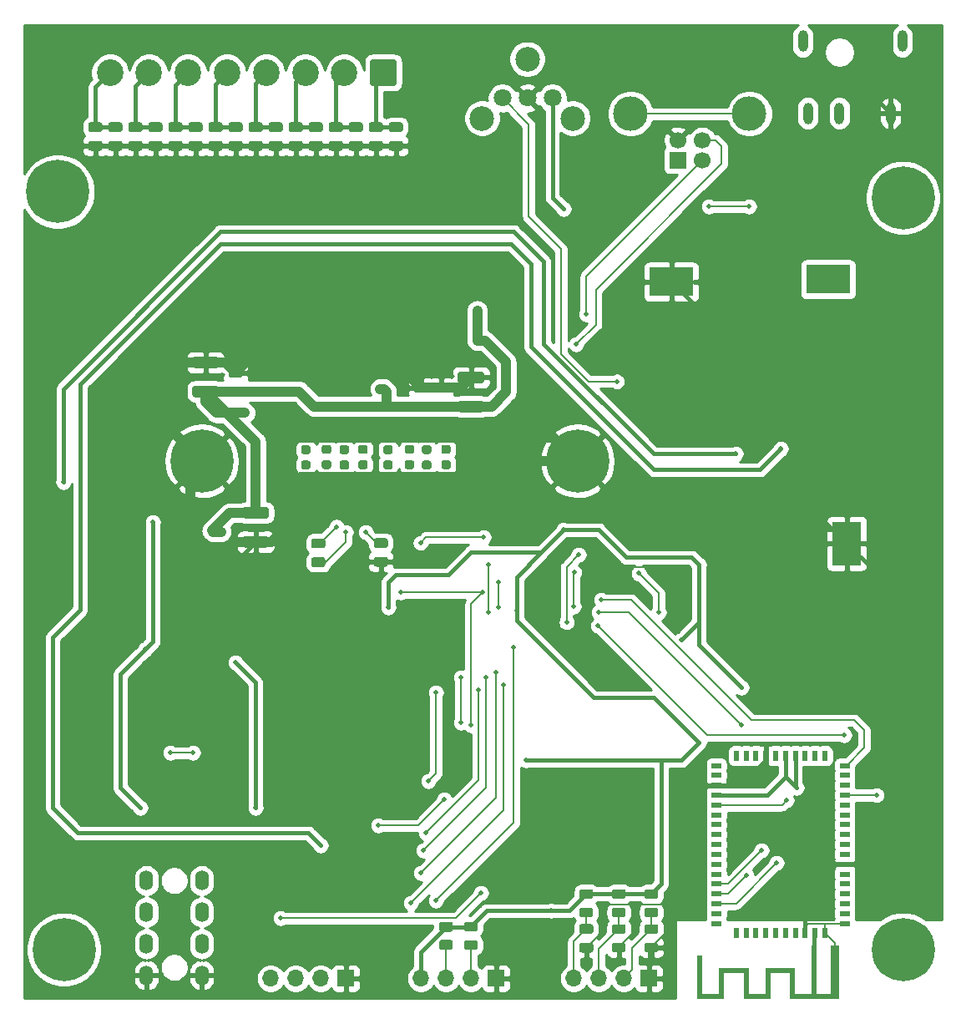
<source format=gbr>
G04 #@! TF.GenerationSoftware,KiCad,Pcbnew,5.1.9*
G04 #@! TF.CreationDate,2021-03-28T19:34:58+08:00*
G04 #@! TF.ProjectId,digital-amplifier2,64696769-7461-46c2-9d61-6d706c696669,rev?*
G04 #@! TF.SameCoordinates,Original*
G04 #@! TF.FileFunction,Copper,L2,Bot*
G04 #@! TF.FilePolarity,Positive*
%FSLAX46Y46*%
G04 Gerber Fmt 4.6, Leading zero omitted, Abs format (unit mm)*
G04 Created by KiCad (PCBNEW 5.1.9) date 2021-03-28 19:34:58*
%MOMM*%
%LPD*%
G01*
G04 APERTURE LIST*
G04 #@! TA.AperFunction,EtchedComponent*
%ADD10C,0.100000*%
G04 #@! TD*
G04 #@! TA.AperFunction,SMDPad,CuDef*
%ADD11R,1.000000X0.500000*%
G04 #@! TD*
G04 #@! TA.AperFunction,SMDPad,CuDef*
%ADD12R,0.500000X1.000000*%
G04 #@! TD*
G04 #@! TA.AperFunction,ComponentPad*
%ADD13C,6.400000*%
G04 #@! TD*
G04 #@! TA.AperFunction,ComponentPad*
%ADD14C,0.600000*%
G04 #@! TD*
G04 #@! TA.AperFunction,SMDPad,CuDef*
%ADD15R,4.500000X2.950000*%
G04 #@! TD*
G04 #@! TA.AperFunction,ComponentPad*
%ADD16O,1.400000X2.000000*%
G04 #@! TD*
G04 #@! TA.AperFunction,ComponentPad*
%ADD17C,1.800000*%
G04 #@! TD*
G04 #@! TA.AperFunction,WasherPad*
%ADD18C,2.500000*%
G04 #@! TD*
G04 #@! TA.AperFunction,ComponentPad*
%ADD19C,2.700000*%
G04 #@! TD*
G04 #@! TA.AperFunction,ComponentPad*
%ADD20O,1.700000X1.700000*%
G04 #@! TD*
G04 #@! TA.AperFunction,ComponentPad*
%ADD21R,1.700000X1.700000*%
G04 #@! TD*
G04 #@! TA.AperFunction,ComponentPad*
%ADD22C,3.500000*%
G04 #@! TD*
G04 #@! TA.AperFunction,ComponentPad*
%ADD23C,1.700000*%
G04 #@! TD*
G04 #@! TA.AperFunction,ComponentPad*
%ADD24O,1.000000X2.200000*%
G04 #@! TD*
G04 #@! TA.AperFunction,ComponentPad*
%ADD25R,0.900000X0.500000*%
G04 #@! TD*
G04 #@! TA.AperFunction,ConnectorPad*
%ADD26R,0.500000X0.500000*%
G04 #@! TD*
G04 #@! TA.AperFunction,SMDPad,CuDef*
%ADD27R,2.950000X4.500000*%
G04 #@! TD*
G04 #@! TA.AperFunction,ViaPad*
%ADD28C,0.500000*%
G04 #@! TD*
G04 #@! TA.AperFunction,Conductor*
%ADD29C,1.000000*%
G04 #@! TD*
G04 #@! TA.AperFunction,Conductor*
%ADD30C,0.400000*%
G04 #@! TD*
G04 #@! TA.AperFunction,Conductor*
%ADD31C,0.200000*%
G04 #@! TD*
G04 #@! TA.AperFunction,Conductor*
%ADD32C,0.254000*%
G04 #@! TD*
G04 #@! TA.AperFunction,Conductor*
%ADD33C,0.100000*%
G04 #@! TD*
G04 APERTURE END LIST*
D10*
G36*
X128360000Y-146782000D02*
G01*
X126360000Y-146782000D01*
X126360000Y-149422000D01*
X123660000Y-149422000D01*
X123660000Y-146782000D01*
X121660000Y-146782000D01*
X121660000Y-149422000D01*
X118960000Y-149422000D01*
X118960000Y-144982000D01*
X119460000Y-144982000D01*
X119460000Y-148922000D01*
X121160000Y-148922000D01*
X121160000Y-146282000D01*
X124160000Y-146282000D01*
X124160000Y-148922000D01*
X125860000Y-148922000D01*
X125860000Y-146282000D01*
X128860000Y-146282000D01*
X128860000Y-148922000D01*
X130560000Y-148922000D01*
X130560000Y-144022000D01*
X131060000Y-144022000D01*
X131060000Y-148922000D01*
X132460000Y-148922000D01*
X132460000Y-144022000D01*
X133360000Y-144022000D01*
X133360000Y-144265215D01*
X133057583Y-144265215D01*
X133047742Y-144217605D01*
X133023674Y-144175203D01*
X132985731Y-144142419D01*
X132977819Y-144138065D01*
X132935156Y-144125957D01*
X132886637Y-144126700D01*
X132841122Y-144139600D01*
X132822511Y-144150213D01*
X132788868Y-144185447D01*
X132768309Y-144230632D01*
X132761778Y-144280158D01*
X132770218Y-144328417D01*
X132787112Y-144360643D01*
X132822372Y-144393313D01*
X132867682Y-144413408D01*
X132917267Y-144419982D01*
X132965353Y-144412092D01*
X132998245Y-144395186D01*
X133033185Y-144358416D01*
X133052847Y-144313622D01*
X133057583Y-144265215D01*
X133360000Y-144265215D01*
X133360000Y-149422000D01*
X128360000Y-149422000D01*
X128360000Y-146782000D01*
G37*
D11*
X120904000Y-141748000D03*
X120904000Y-140748000D03*
X120904000Y-139748000D03*
X120904000Y-138748000D03*
X120904000Y-137748000D03*
X120904000Y-136748000D03*
X120904000Y-135748000D03*
X120904000Y-134748000D03*
X120904000Y-133748000D03*
X120904000Y-132748000D03*
X120904000Y-131748000D03*
X120904000Y-130748000D03*
X120904000Y-129748000D03*
X120904000Y-128748000D03*
X120904000Y-127748000D03*
X120904000Y-126748000D03*
X120904000Y-125748000D03*
D12*
X122904000Y-124748000D03*
X123904000Y-124748000D03*
X124904000Y-124748000D03*
X125904000Y-124748000D03*
X126904000Y-124748000D03*
X127904000Y-124748000D03*
X128904000Y-124748000D03*
X129904000Y-124748000D03*
X130904000Y-124748000D03*
X131904000Y-124748000D03*
X131904000Y-142748000D03*
X124904000Y-142748000D03*
X127904000Y-142748000D03*
X125904000Y-142748000D03*
X130904000Y-142748000D03*
X126904000Y-142748000D03*
X123904000Y-142748000D03*
X128904000Y-142748000D03*
X129904000Y-142748000D03*
X122904000Y-142748000D03*
D11*
X133904000Y-130748000D03*
X133904000Y-126748000D03*
X133904000Y-138748000D03*
X133904000Y-137748000D03*
X133904000Y-140748000D03*
X133904000Y-135748000D03*
X133904000Y-131748000D03*
X133904000Y-128748000D03*
X133904000Y-139748000D03*
X133904000Y-127748000D03*
X133904000Y-136748000D03*
X133904000Y-134748000D03*
X133904000Y-141748000D03*
X133904000Y-133748000D03*
X133904000Y-132748000D03*
X133904000Y-125748000D03*
X133904000Y-129748000D03*
D13*
X106807000Y-94869000D03*
X68707000Y-94869000D03*
D14*
X114532000Y-77308000D03*
X115632000Y-77308000D03*
X115632000Y-76108000D03*
X114532000Y-76108000D03*
X118132000Y-77308000D03*
X116932000Y-77308000D03*
X116932000Y-76108000D03*
X118132000Y-76108000D03*
D15*
X116332000Y-76708000D03*
D16*
X63107000Y-147014000D03*
X63107000Y-143814000D03*
X63107000Y-140614000D03*
X63107000Y-137414000D03*
X68707000Y-143814000D03*
X68707000Y-140614000D03*
X68707000Y-137414000D03*
X68707000Y-147014000D03*
D14*
X130407000Y-77054000D03*
X131507000Y-77054000D03*
X131507000Y-75854000D03*
X130407000Y-75854000D03*
X134007000Y-77054000D03*
X132807000Y-77054000D03*
X132807000Y-75854000D03*
X134007000Y-75854000D03*
D15*
X132207000Y-76454000D03*
D17*
X104267000Y-58087250D03*
X99187000Y-58087250D03*
X101727000Y-58087250D03*
D18*
X101727000Y-54137250D03*
X97127000Y-60137250D03*
X106327000Y-60137250D03*
G04 #@! TA.AperFunction,SMDPad,CuDef*
G36*
G01*
X93021999Y-143402000D02*
X93922001Y-143402000D01*
G75*
G02*
X94172000Y-143651999I0J-249999D01*
G01*
X94172000Y-144177001D01*
G75*
G02*
X93922001Y-144427000I-249999J0D01*
G01*
X93021999Y-144427000D01*
G75*
G02*
X92772000Y-144177001I0J249999D01*
G01*
X92772000Y-143651999D01*
G75*
G02*
X93021999Y-143402000I249999J0D01*
G01*
G37*
G04 #@! TD.AperFunction*
G04 #@! TA.AperFunction,SMDPad,CuDef*
G36*
G01*
X93021999Y-141577000D02*
X93922001Y-141577000D01*
G75*
G02*
X94172000Y-141826999I0J-249999D01*
G01*
X94172000Y-142352001D01*
G75*
G02*
X93922001Y-142602000I-249999J0D01*
G01*
X93021999Y-142602000D01*
G75*
G02*
X92772000Y-142352001I0J249999D01*
G01*
X92772000Y-141826999D01*
G75*
G02*
X93021999Y-141577000I249999J0D01*
G01*
G37*
G04 #@! TD.AperFunction*
D19*
X59402000Y-55499000D03*
X63362000Y-55499000D03*
X67322000Y-55499000D03*
X71282000Y-55499000D03*
X75242000Y-55499000D03*
X79202000Y-55499000D03*
X83162000Y-55499000D03*
G04 #@! TA.AperFunction,ComponentPad*
G36*
G01*
X88472000Y-54399001D02*
X88472000Y-56598999D01*
G75*
G02*
X88221999Y-56849000I-250001J0D01*
G01*
X86022001Y-56849000D01*
G75*
G02*
X85772000Y-56598999I0J250001D01*
G01*
X85772000Y-54399001D01*
G75*
G02*
X86022001Y-54149000I250001J0D01*
G01*
X88221999Y-54149000D01*
G75*
G02*
X88472000Y-54399001I0J-250001D01*
G01*
G37*
G04 #@! TD.AperFunction*
D20*
X75692000Y-147320000D03*
X78232000Y-147320000D03*
X80772000Y-147320000D03*
D21*
X83312000Y-147320000D03*
D20*
X106426000Y-147320000D03*
X108966000Y-147320000D03*
X111506000Y-147320000D03*
D21*
X114046000Y-147320000D03*
D22*
X124237000Y-59679000D03*
X112197000Y-59679000D03*
D23*
X116967000Y-62389000D03*
X119467000Y-62389000D03*
X119467000Y-64389000D03*
D21*
X116967000Y-64389000D03*
D20*
X90932000Y-147320000D03*
X93472000Y-147320000D03*
X96012000Y-147320000D03*
D21*
X98552000Y-147320000D03*
G04 #@! TA.AperFunction,SMDPad,CuDef*
G36*
G01*
X86393000Y-104590000D02*
X87343000Y-104590000D01*
G75*
G02*
X87593000Y-104840000I0J-250000D01*
G01*
X87593000Y-105340000D01*
G75*
G02*
X87343000Y-105590000I-250000J0D01*
G01*
X86393000Y-105590000D01*
G75*
G02*
X86143000Y-105340000I0J250000D01*
G01*
X86143000Y-104840000D01*
G75*
G02*
X86393000Y-104590000I250000J0D01*
G01*
G37*
G04 #@! TD.AperFunction*
G04 #@! TA.AperFunction,SMDPad,CuDef*
G36*
G01*
X86393000Y-102690000D02*
X87343000Y-102690000D01*
G75*
G02*
X87593000Y-102940000I0J-250000D01*
G01*
X87593000Y-103440000D01*
G75*
G02*
X87343000Y-103690000I-250000J0D01*
G01*
X86393000Y-103690000D01*
G75*
G02*
X86143000Y-103440000I0J250000D01*
G01*
X86143000Y-102940000D01*
G75*
G02*
X86393000Y-102690000I250000J0D01*
G01*
G37*
G04 #@! TD.AperFunction*
G04 #@! TA.AperFunction,SMDPad,CuDef*
G36*
G01*
X80993000Y-103727001D02*
X80043000Y-103727001D01*
G75*
G02*
X79793000Y-103477001I0J250000D01*
G01*
X79793000Y-102977001D01*
G75*
G02*
X80043000Y-102727001I250000J0D01*
G01*
X80993000Y-102727001D01*
G75*
G02*
X81243000Y-102977001I0J-250000D01*
G01*
X81243000Y-103477001D01*
G75*
G02*
X80993000Y-103727001I-250000J0D01*
G01*
G37*
G04 #@! TD.AperFunction*
G04 #@! TA.AperFunction,SMDPad,CuDef*
G36*
G01*
X80993000Y-105627001D02*
X80043000Y-105627001D01*
G75*
G02*
X79793000Y-105377001I0J250000D01*
G01*
X79793000Y-104877001D01*
G75*
G02*
X80043000Y-104627001I250000J0D01*
G01*
X80993000Y-104627001D01*
G75*
G02*
X81243000Y-104877001I0J-250000D01*
G01*
X81243000Y-105377001D01*
G75*
G02*
X80993000Y-105627001I-250000J0D01*
G01*
G37*
G04 #@! TD.AperFunction*
G04 #@! TA.AperFunction,SMDPad,CuDef*
G36*
G01*
X91407000Y-87942000D02*
X90457000Y-87942000D01*
G75*
G02*
X90207000Y-87692000I0J250000D01*
G01*
X90207000Y-87192000D01*
G75*
G02*
X90457000Y-86942000I250000J0D01*
G01*
X91407000Y-86942000D01*
G75*
G02*
X91657000Y-87192000I0J-250000D01*
G01*
X91657000Y-87692000D01*
G75*
G02*
X91407000Y-87942000I-250000J0D01*
G01*
G37*
G04 #@! TD.AperFunction*
G04 #@! TA.AperFunction,SMDPad,CuDef*
G36*
G01*
X91407000Y-89842000D02*
X90457000Y-89842000D01*
G75*
G02*
X90207000Y-89592000I0J250000D01*
G01*
X90207000Y-89092000D01*
G75*
G02*
X90457000Y-88842000I250000J0D01*
G01*
X91407000Y-88842000D01*
G75*
G02*
X91657000Y-89092000I0J-250000D01*
G01*
X91657000Y-89592000D01*
G75*
G02*
X91407000Y-89842000I-250000J0D01*
G01*
G37*
G04 #@! TD.AperFunction*
G04 #@! TA.AperFunction,SMDPad,CuDef*
G36*
G01*
X93439000Y-87942000D02*
X92489000Y-87942000D01*
G75*
G02*
X92239000Y-87692000I0J250000D01*
G01*
X92239000Y-87192000D01*
G75*
G02*
X92489000Y-86942000I250000J0D01*
G01*
X93439000Y-86942000D01*
G75*
G02*
X93689000Y-87192000I0J-250000D01*
G01*
X93689000Y-87692000D01*
G75*
G02*
X93439000Y-87942000I-250000J0D01*
G01*
G37*
G04 #@! TD.AperFunction*
G04 #@! TA.AperFunction,SMDPad,CuDef*
G36*
G01*
X93439000Y-89842000D02*
X92489000Y-89842000D01*
G75*
G02*
X92239000Y-89592000I0J250000D01*
G01*
X92239000Y-89092000D01*
G75*
G02*
X92489000Y-88842000I250000J0D01*
G01*
X93439000Y-88842000D01*
G75*
G02*
X93689000Y-89092000I0J-250000D01*
G01*
X93689000Y-89592000D01*
G75*
G02*
X93439000Y-89842000I-250000J0D01*
G01*
G37*
G04 #@! TD.AperFunction*
G04 #@! TA.AperFunction,SMDPad,CuDef*
G36*
G01*
X70188001Y-85460000D02*
X67987999Y-85460000D01*
G75*
G02*
X67738000Y-85210001I0J249999D01*
G01*
X67738000Y-84559999D01*
G75*
G02*
X67987999Y-84310000I249999J0D01*
G01*
X70188001Y-84310000D01*
G75*
G02*
X70438000Y-84559999I0J-249999D01*
G01*
X70438000Y-85210001D01*
G75*
G02*
X70188001Y-85460000I-249999J0D01*
G01*
G37*
G04 #@! TD.AperFunction*
G04 #@! TA.AperFunction,SMDPad,CuDef*
G36*
G01*
X70188001Y-88410000D02*
X67987999Y-88410000D01*
G75*
G02*
X67738000Y-88160001I0J249999D01*
G01*
X67738000Y-87509999D01*
G75*
G02*
X67987999Y-87260000I249999J0D01*
G01*
X70188001Y-87260000D01*
G75*
G02*
X70438000Y-87509999I0J-249999D01*
G01*
X70438000Y-88160001D01*
G75*
G02*
X70188001Y-88410000I-249999J0D01*
G01*
G37*
G04 #@! TD.AperFunction*
G04 #@! TA.AperFunction,SMDPad,CuDef*
G36*
G01*
X97112001Y-86984000D02*
X94911999Y-86984000D01*
G75*
G02*
X94662000Y-86734001I0J249999D01*
G01*
X94662000Y-86083999D01*
G75*
G02*
X94911999Y-85834000I249999J0D01*
G01*
X97112001Y-85834000D01*
G75*
G02*
X97362000Y-86083999I0J-249999D01*
G01*
X97362000Y-86734001D01*
G75*
G02*
X97112001Y-86984000I-249999J0D01*
G01*
G37*
G04 #@! TD.AperFunction*
G04 #@! TA.AperFunction,SMDPad,CuDef*
G36*
G01*
X97112001Y-89934000D02*
X94911999Y-89934000D01*
G75*
G02*
X94662000Y-89684001I0J249999D01*
G01*
X94662000Y-89033999D01*
G75*
G02*
X94911999Y-88784000I249999J0D01*
G01*
X97112001Y-88784000D01*
G75*
G02*
X97362000Y-89033999I0J-249999D01*
G01*
X97362000Y-89684001D01*
G75*
G02*
X97112001Y-89934000I-249999J0D01*
G01*
G37*
G04 #@! TD.AperFunction*
G04 #@! TA.AperFunction,SMDPad,CuDef*
G36*
G01*
X72611000Y-86418000D02*
X71661000Y-86418000D01*
G75*
G02*
X71411000Y-86168000I0J250000D01*
G01*
X71411000Y-85668000D01*
G75*
G02*
X71661000Y-85418000I250000J0D01*
G01*
X72611000Y-85418000D01*
G75*
G02*
X72861000Y-85668000I0J-250000D01*
G01*
X72861000Y-86168000D01*
G75*
G02*
X72611000Y-86418000I-250000J0D01*
G01*
G37*
G04 #@! TD.AperFunction*
G04 #@! TA.AperFunction,SMDPad,CuDef*
G36*
G01*
X72611000Y-88318000D02*
X71661000Y-88318000D01*
G75*
G02*
X71411000Y-88068000I0J250000D01*
G01*
X71411000Y-87568000D01*
G75*
G02*
X71661000Y-87318000I250000J0D01*
G01*
X72611000Y-87318000D01*
G75*
G02*
X72861000Y-87568000I0J-250000D01*
G01*
X72861000Y-88068000D01*
G75*
G02*
X72611000Y-88318000I-250000J0D01*
G01*
G37*
G04 #@! TD.AperFunction*
G04 #@! TA.AperFunction,SMDPad,CuDef*
G36*
G01*
X73067999Y-102500000D02*
X75268001Y-102500000D01*
G75*
G02*
X75518000Y-102749999I0J-249999D01*
G01*
X75518000Y-103400001D01*
G75*
G02*
X75268001Y-103650000I-249999J0D01*
G01*
X73067999Y-103650000D01*
G75*
G02*
X72818000Y-103400001I0J249999D01*
G01*
X72818000Y-102749999D01*
G75*
G02*
X73067999Y-102500000I249999J0D01*
G01*
G37*
G04 #@! TD.AperFunction*
G04 #@! TA.AperFunction,SMDPad,CuDef*
G36*
G01*
X73067999Y-99550000D02*
X75268001Y-99550000D01*
G75*
G02*
X75518000Y-99799999I0J-249999D01*
G01*
X75518000Y-100450001D01*
G75*
G02*
X75268001Y-100700000I-249999J0D01*
G01*
X73067999Y-100700000D01*
G75*
G02*
X72818000Y-100450001I0J249999D01*
G01*
X72818000Y-99799999D01*
G75*
G02*
X73067999Y-99550000I249999J0D01*
G01*
G37*
G04 #@! TD.AperFunction*
G04 #@! TA.AperFunction,SMDPad,CuDef*
G36*
G01*
X60419000Y-61526000D02*
X59469000Y-61526000D01*
G75*
G02*
X59219000Y-61276000I0J250000D01*
G01*
X59219000Y-60776000D01*
G75*
G02*
X59469000Y-60526000I250000J0D01*
G01*
X60419000Y-60526000D01*
G75*
G02*
X60669000Y-60776000I0J-250000D01*
G01*
X60669000Y-61276000D01*
G75*
G02*
X60419000Y-61526000I-250000J0D01*
G01*
G37*
G04 #@! TD.AperFunction*
G04 #@! TA.AperFunction,SMDPad,CuDef*
G36*
G01*
X60419000Y-63426000D02*
X59469000Y-63426000D01*
G75*
G02*
X59219000Y-63176000I0J250000D01*
G01*
X59219000Y-62676000D01*
G75*
G02*
X59469000Y-62426000I250000J0D01*
G01*
X60419000Y-62426000D01*
G75*
G02*
X60669000Y-62676000I0J-250000D01*
G01*
X60669000Y-63176000D01*
G75*
G02*
X60419000Y-63426000I-250000J0D01*
G01*
G37*
G04 #@! TD.AperFunction*
G04 #@! TA.AperFunction,SMDPad,CuDef*
G36*
G01*
X63533000Y-62426000D02*
X64483000Y-62426000D01*
G75*
G02*
X64733000Y-62676000I0J-250000D01*
G01*
X64733000Y-63176000D01*
G75*
G02*
X64483000Y-63426000I-250000J0D01*
G01*
X63533000Y-63426000D01*
G75*
G02*
X63283000Y-63176000I0J250000D01*
G01*
X63283000Y-62676000D01*
G75*
G02*
X63533000Y-62426000I250000J0D01*
G01*
G37*
G04 #@! TD.AperFunction*
G04 #@! TA.AperFunction,SMDPad,CuDef*
G36*
G01*
X63533000Y-60526000D02*
X64483000Y-60526000D01*
G75*
G02*
X64733000Y-60776000I0J-250000D01*
G01*
X64733000Y-61276000D01*
G75*
G02*
X64483000Y-61526000I-250000J0D01*
G01*
X63533000Y-61526000D01*
G75*
G02*
X63283000Y-61276000I0J250000D01*
G01*
X63283000Y-60776000D01*
G75*
G02*
X63533000Y-60526000I250000J0D01*
G01*
G37*
G04 #@! TD.AperFunction*
G04 #@! TA.AperFunction,SMDPad,CuDef*
G36*
G01*
X68547000Y-61526000D02*
X67597000Y-61526000D01*
G75*
G02*
X67347000Y-61276000I0J250000D01*
G01*
X67347000Y-60776000D01*
G75*
G02*
X67597000Y-60526000I250000J0D01*
G01*
X68547000Y-60526000D01*
G75*
G02*
X68797000Y-60776000I0J-250000D01*
G01*
X68797000Y-61276000D01*
G75*
G02*
X68547000Y-61526000I-250000J0D01*
G01*
G37*
G04 #@! TD.AperFunction*
G04 #@! TA.AperFunction,SMDPad,CuDef*
G36*
G01*
X68547000Y-63426000D02*
X67597000Y-63426000D01*
G75*
G02*
X67347000Y-63176000I0J250000D01*
G01*
X67347000Y-62676000D01*
G75*
G02*
X67597000Y-62426000I250000J0D01*
G01*
X68547000Y-62426000D01*
G75*
G02*
X68797000Y-62676000I0J-250000D01*
G01*
X68797000Y-63176000D01*
G75*
G02*
X68547000Y-63426000I-250000J0D01*
G01*
G37*
G04 #@! TD.AperFunction*
G04 #@! TA.AperFunction,SMDPad,CuDef*
G36*
G01*
X71661000Y-62426000D02*
X72611000Y-62426000D01*
G75*
G02*
X72861000Y-62676000I0J-250000D01*
G01*
X72861000Y-63176000D01*
G75*
G02*
X72611000Y-63426000I-250000J0D01*
G01*
X71661000Y-63426000D01*
G75*
G02*
X71411000Y-63176000I0J250000D01*
G01*
X71411000Y-62676000D01*
G75*
G02*
X71661000Y-62426000I250000J0D01*
G01*
G37*
G04 #@! TD.AperFunction*
G04 #@! TA.AperFunction,SMDPad,CuDef*
G36*
G01*
X71661000Y-60526000D02*
X72611000Y-60526000D01*
G75*
G02*
X72861000Y-60776000I0J-250000D01*
G01*
X72861000Y-61276000D01*
G75*
G02*
X72611000Y-61526000I-250000J0D01*
G01*
X71661000Y-61526000D01*
G75*
G02*
X71411000Y-61276000I0J250000D01*
G01*
X71411000Y-60776000D01*
G75*
G02*
X71661000Y-60526000I250000J0D01*
G01*
G37*
G04 #@! TD.AperFunction*
G04 #@! TA.AperFunction,SMDPad,CuDef*
G36*
G01*
X76675000Y-61526000D02*
X75725000Y-61526000D01*
G75*
G02*
X75475000Y-61276000I0J250000D01*
G01*
X75475000Y-60776000D01*
G75*
G02*
X75725000Y-60526000I250000J0D01*
G01*
X76675000Y-60526000D01*
G75*
G02*
X76925000Y-60776000I0J-250000D01*
G01*
X76925000Y-61276000D01*
G75*
G02*
X76675000Y-61526000I-250000J0D01*
G01*
G37*
G04 #@! TD.AperFunction*
G04 #@! TA.AperFunction,SMDPad,CuDef*
G36*
G01*
X76675000Y-63426000D02*
X75725000Y-63426000D01*
G75*
G02*
X75475000Y-63176000I0J250000D01*
G01*
X75475000Y-62676000D01*
G75*
G02*
X75725000Y-62426000I250000J0D01*
G01*
X76675000Y-62426000D01*
G75*
G02*
X76925000Y-62676000I0J-250000D01*
G01*
X76925000Y-63176000D01*
G75*
G02*
X76675000Y-63426000I-250000J0D01*
G01*
G37*
G04 #@! TD.AperFunction*
G04 #@! TA.AperFunction,SMDPad,CuDef*
G36*
G01*
X79789000Y-62426000D02*
X80739000Y-62426000D01*
G75*
G02*
X80989000Y-62676000I0J-250000D01*
G01*
X80989000Y-63176000D01*
G75*
G02*
X80739000Y-63426000I-250000J0D01*
G01*
X79789000Y-63426000D01*
G75*
G02*
X79539000Y-63176000I0J250000D01*
G01*
X79539000Y-62676000D01*
G75*
G02*
X79789000Y-62426000I250000J0D01*
G01*
G37*
G04 #@! TD.AperFunction*
G04 #@! TA.AperFunction,SMDPad,CuDef*
G36*
G01*
X79789000Y-60526000D02*
X80739000Y-60526000D01*
G75*
G02*
X80989000Y-60776000I0J-250000D01*
G01*
X80989000Y-61276000D01*
G75*
G02*
X80739000Y-61526000I-250000J0D01*
G01*
X79789000Y-61526000D01*
G75*
G02*
X79539000Y-61276000I0J250000D01*
G01*
X79539000Y-60776000D01*
G75*
G02*
X79789000Y-60526000I250000J0D01*
G01*
G37*
G04 #@! TD.AperFunction*
G04 #@! TA.AperFunction,SMDPad,CuDef*
G36*
G01*
X84803000Y-61526000D02*
X83853000Y-61526000D01*
G75*
G02*
X83603000Y-61276000I0J250000D01*
G01*
X83603000Y-60776000D01*
G75*
G02*
X83853000Y-60526000I250000J0D01*
G01*
X84803000Y-60526000D01*
G75*
G02*
X85053000Y-60776000I0J-250000D01*
G01*
X85053000Y-61276000D01*
G75*
G02*
X84803000Y-61526000I-250000J0D01*
G01*
G37*
G04 #@! TD.AperFunction*
G04 #@! TA.AperFunction,SMDPad,CuDef*
G36*
G01*
X84803000Y-63426000D02*
X83853000Y-63426000D01*
G75*
G02*
X83603000Y-63176000I0J250000D01*
G01*
X83603000Y-62676000D01*
G75*
G02*
X83853000Y-62426000I250000J0D01*
G01*
X84803000Y-62426000D01*
G75*
G02*
X85053000Y-62676000I0J-250000D01*
G01*
X85053000Y-63176000D01*
G75*
G02*
X84803000Y-63426000I-250000J0D01*
G01*
G37*
G04 #@! TD.AperFunction*
G04 #@! TA.AperFunction,SMDPad,CuDef*
G36*
G01*
X87917000Y-62426000D02*
X88867000Y-62426000D01*
G75*
G02*
X89117000Y-62676000I0J-250000D01*
G01*
X89117000Y-63176000D01*
G75*
G02*
X88867000Y-63426000I-250000J0D01*
G01*
X87917000Y-63426000D01*
G75*
G02*
X87667000Y-63176000I0J250000D01*
G01*
X87667000Y-62676000D01*
G75*
G02*
X87917000Y-62426000I250000J0D01*
G01*
G37*
G04 #@! TD.AperFunction*
G04 #@! TA.AperFunction,SMDPad,CuDef*
G36*
G01*
X87917000Y-60526000D02*
X88867000Y-60526000D01*
G75*
G02*
X89117000Y-60776000I0J-250000D01*
G01*
X89117000Y-61276000D01*
G75*
G02*
X88867000Y-61526000I-250000J0D01*
G01*
X87917000Y-61526000D01*
G75*
G02*
X87667000Y-61276000I0J250000D01*
G01*
X87667000Y-60776000D01*
G75*
G02*
X87917000Y-60526000I250000J0D01*
G01*
G37*
G04 #@! TD.AperFunction*
G04 #@! TA.AperFunction,SMDPad,CuDef*
G36*
G01*
X58387000Y-61526000D02*
X57437000Y-61526000D01*
G75*
G02*
X57187000Y-61276000I0J250000D01*
G01*
X57187000Y-60776000D01*
G75*
G02*
X57437000Y-60526000I250000J0D01*
G01*
X58387000Y-60526000D01*
G75*
G02*
X58637000Y-60776000I0J-250000D01*
G01*
X58637000Y-61276000D01*
G75*
G02*
X58387000Y-61526000I-250000J0D01*
G01*
G37*
G04 #@! TD.AperFunction*
G04 #@! TA.AperFunction,SMDPad,CuDef*
G36*
G01*
X58387000Y-63426000D02*
X57437000Y-63426000D01*
G75*
G02*
X57187000Y-63176000I0J250000D01*
G01*
X57187000Y-62676000D01*
G75*
G02*
X57437000Y-62426000I250000J0D01*
G01*
X58387000Y-62426000D01*
G75*
G02*
X58637000Y-62676000I0J-250000D01*
G01*
X58637000Y-63176000D01*
G75*
G02*
X58387000Y-63426000I-250000J0D01*
G01*
G37*
G04 #@! TD.AperFunction*
G04 #@! TA.AperFunction,SMDPad,CuDef*
G36*
G01*
X61501000Y-62426000D02*
X62451000Y-62426000D01*
G75*
G02*
X62701000Y-62676000I0J-250000D01*
G01*
X62701000Y-63176000D01*
G75*
G02*
X62451000Y-63426000I-250000J0D01*
G01*
X61501000Y-63426000D01*
G75*
G02*
X61251000Y-63176000I0J250000D01*
G01*
X61251000Y-62676000D01*
G75*
G02*
X61501000Y-62426000I250000J0D01*
G01*
G37*
G04 #@! TD.AperFunction*
G04 #@! TA.AperFunction,SMDPad,CuDef*
G36*
G01*
X61501000Y-60526000D02*
X62451000Y-60526000D01*
G75*
G02*
X62701000Y-60776000I0J-250000D01*
G01*
X62701000Y-61276000D01*
G75*
G02*
X62451000Y-61526000I-250000J0D01*
G01*
X61501000Y-61526000D01*
G75*
G02*
X61251000Y-61276000I0J250000D01*
G01*
X61251000Y-60776000D01*
G75*
G02*
X61501000Y-60526000I250000J0D01*
G01*
G37*
G04 #@! TD.AperFunction*
G04 #@! TA.AperFunction,SMDPad,CuDef*
G36*
G01*
X66515000Y-61526000D02*
X65565000Y-61526000D01*
G75*
G02*
X65315000Y-61276000I0J250000D01*
G01*
X65315000Y-60776000D01*
G75*
G02*
X65565000Y-60526000I250000J0D01*
G01*
X66515000Y-60526000D01*
G75*
G02*
X66765000Y-60776000I0J-250000D01*
G01*
X66765000Y-61276000D01*
G75*
G02*
X66515000Y-61526000I-250000J0D01*
G01*
G37*
G04 #@! TD.AperFunction*
G04 #@! TA.AperFunction,SMDPad,CuDef*
G36*
G01*
X66515000Y-63426000D02*
X65565000Y-63426000D01*
G75*
G02*
X65315000Y-63176000I0J250000D01*
G01*
X65315000Y-62676000D01*
G75*
G02*
X65565000Y-62426000I250000J0D01*
G01*
X66515000Y-62426000D01*
G75*
G02*
X66765000Y-62676000I0J-250000D01*
G01*
X66765000Y-63176000D01*
G75*
G02*
X66515000Y-63426000I-250000J0D01*
G01*
G37*
G04 #@! TD.AperFunction*
G04 #@! TA.AperFunction,SMDPad,CuDef*
G36*
G01*
X69629000Y-62426000D02*
X70579000Y-62426000D01*
G75*
G02*
X70829000Y-62676000I0J-250000D01*
G01*
X70829000Y-63176000D01*
G75*
G02*
X70579000Y-63426000I-250000J0D01*
G01*
X69629000Y-63426000D01*
G75*
G02*
X69379000Y-63176000I0J250000D01*
G01*
X69379000Y-62676000D01*
G75*
G02*
X69629000Y-62426000I250000J0D01*
G01*
G37*
G04 #@! TD.AperFunction*
G04 #@! TA.AperFunction,SMDPad,CuDef*
G36*
G01*
X69629000Y-60526000D02*
X70579000Y-60526000D01*
G75*
G02*
X70829000Y-60776000I0J-250000D01*
G01*
X70829000Y-61276000D01*
G75*
G02*
X70579000Y-61526000I-250000J0D01*
G01*
X69629000Y-61526000D01*
G75*
G02*
X69379000Y-61276000I0J250000D01*
G01*
X69379000Y-60776000D01*
G75*
G02*
X69629000Y-60526000I250000J0D01*
G01*
G37*
G04 #@! TD.AperFunction*
G04 #@! TA.AperFunction,SMDPad,CuDef*
G36*
G01*
X74643000Y-61526000D02*
X73693000Y-61526000D01*
G75*
G02*
X73443000Y-61276000I0J250000D01*
G01*
X73443000Y-60776000D01*
G75*
G02*
X73693000Y-60526000I250000J0D01*
G01*
X74643000Y-60526000D01*
G75*
G02*
X74893000Y-60776000I0J-250000D01*
G01*
X74893000Y-61276000D01*
G75*
G02*
X74643000Y-61526000I-250000J0D01*
G01*
G37*
G04 #@! TD.AperFunction*
G04 #@! TA.AperFunction,SMDPad,CuDef*
G36*
G01*
X74643000Y-63426000D02*
X73693000Y-63426000D01*
G75*
G02*
X73443000Y-63176000I0J250000D01*
G01*
X73443000Y-62676000D01*
G75*
G02*
X73693000Y-62426000I250000J0D01*
G01*
X74643000Y-62426000D01*
G75*
G02*
X74893000Y-62676000I0J-250000D01*
G01*
X74893000Y-63176000D01*
G75*
G02*
X74643000Y-63426000I-250000J0D01*
G01*
G37*
G04 #@! TD.AperFunction*
G04 #@! TA.AperFunction,SMDPad,CuDef*
G36*
G01*
X77757000Y-62426000D02*
X78707000Y-62426000D01*
G75*
G02*
X78957000Y-62676000I0J-250000D01*
G01*
X78957000Y-63176000D01*
G75*
G02*
X78707000Y-63426000I-250000J0D01*
G01*
X77757000Y-63426000D01*
G75*
G02*
X77507000Y-63176000I0J250000D01*
G01*
X77507000Y-62676000D01*
G75*
G02*
X77757000Y-62426000I250000J0D01*
G01*
G37*
G04 #@! TD.AperFunction*
G04 #@! TA.AperFunction,SMDPad,CuDef*
G36*
G01*
X77757000Y-60526000D02*
X78707000Y-60526000D01*
G75*
G02*
X78957000Y-60776000I0J-250000D01*
G01*
X78957000Y-61276000D01*
G75*
G02*
X78707000Y-61526000I-250000J0D01*
G01*
X77757000Y-61526000D01*
G75*
G02*
X77507000Y-61276000I0J250000D01*
G01*
X77507000Y-60776000D01*
G75*
G02*
X77757000Y-60526000I250000J0D01*
G01*
G37*
G04 #@! TD.AperFunction*
G04 #@! TA.AperFunction,SMDPad,CuDef*
G36*
G01*
X82771000Y-61526000D02*
X81821000Y-61526000D01*
G75*
G02*
X81571000Y-61276000I0J250000D01*
G01*
X81571000Y-60776000D01*
G75*
G02*
X81821000Y-60526000I250000J0D01*
G01*
X82771000Y-60526000D01*
G75*
G02*
X83021000Y-60776000I0J-250000D01*
G01*
X83021000Y-61276000D01*
G75*
G02*
X82771000Y-61526000I-250000J0D01*
G01*
G37*
G04 #@! TD.AperFunction*
G04 #@! TA.AperFunction,SMDPad,CuDef*
G36*
G01*
X82771000Y-63426000D02*
X81821000Y-63426000D01*
G75*
G02*
X81571000Y-63176000I0J250000D01*
G01*
X81571000Y-62676000D01*
G75*
G02*
X81821000Y-62426000I250000J0D01*
G01*
X82771000Y-62426000D01*
G75*
G02*
X83021000Y-62676000I0J-250000D01*
G01*
X83021000Y-63176000D01*
G75*
G02*
X82771000Y-63426000I-250000J0D01*
G01*
G37*
G04 #@! TD.AperFunction*
G04 #@! TA.AperFunction,SMDPad,CuDef*
G36*
G01*
X85885000Y-62426000D02*
X86835000Y-62426000D01*
G75*
G02*
X87085000Y-62676000I0J-250000D01*
G01*
X87085000Y-63176000D01*
G75*
G02*
X86835000Y-63426000I-250000J0D01*
G01*
X85885000Y-63426000D01*
G75*
G02*
X85635000Y-63176000I0J250000D01*
G01*
X85635000Y-62676000D01*
G75*
G02*
X85885000Y-62426000I250000J0D01*
G01*
G37*
G04 #@! TD.AperFunction*
G04 #@! TA.AperFunction,SMDPad,CuDef*
G36*
G01*
X85885000Y-60526000D02*
X86835000Y-60526000D01*
G75*
G02*
X87085000Y-60776000I0J-250000D01*
G01*
X87085000Y-61276000D01*
G75*
G02*
X86835000Y-61526000I-250000J0D01*
G01*
X85885000Y-61526000D01*
G75*
G02*
X85635000Y-61276000I0J250000D01*
G01*
X85635000Y-60776000D01*
G75*
G02*
X85885000Y-60526000I250000J0D01*
G01*
G37*
G04 #@! TD.AperFunction*
G04 #@! TA.AperFunction,SMDPad,CuDef*
G36*
G01*
X81602572Y-94150000D02*
X81102572Y-94150000D01*
G75*
G02*
X80877572Y-93925000I0J225000D01*
G01*
X80877572Y-93475000D01*
G75*
G02*
X81102572Y-93250000I225000J0D01*
G01*
X81602572Y-93250000D01*
G75*
G02*
X81827572Y-93475000I0J-225000D01*
G01*
X81827572Y-93925000D01*
G75*
G02*
X81602572Y-94150000I-225000J0D01*
G01*
G37*
G04 #@! TD.AperFunction*
G04 #@! TA.AperFunction,SMDPad,CuDef*
G36*
G01*
X81602572Y-95700000D02*
X81102572Y-95700000D01*
G75*
G02*
X80877572Y-95475000I0J225000D01*
G01*
X80877572Y-95025000D01*
G75*
G02*
X81102572Y-94800000I225000J0D01*
G01*
X81602572Y-94800000D01*
G75*
G02*
X81827572Y-95025000I0J-225000D01*
G01*
X81827572Y-95475000D01*
G75*
G02*
X81602572Y-95700000I-225000J0D01*
G01*
G37*
G04 #@! TD.AperFunction*
G04 #@! TA.AperFunction,SMDPad,CuDef*
G36*
G01*
X79498000Y-94176000D02*
X78998000Y-94176000D01*
G75*
G02*
X78773000Y-93951000I0J225000D01*
G01*
X78773000Y-93501000D01*
G75*
G02*
X78998000Y-93276000I225000J0D01*
G01*
X79498000Y-93276000D01*
G75*
G02*
X79723000Y-93501000I0J-225000D01*
G01*
X79723000Y-93951000D01*
G75*
G02*
X79498000Y-94176000I-225000J0D01*
G01*
G37*
G04 #@! TD.AperFunction*
G04 #@! TA.AperFunction,SMDPad,CuDef*
G36*
G01*
X79498000Y-95726000D02*
X78998000Y-95726000D01*
G75*
G02*
X78773000Y-95501000I0J225000D01*
G01*
X78773000Y-95051000D01*
G75*
G02*
X78998000Y-94826000I225000J0D01*
G01*
X79498000Y-94826000D01*
G75*
G02*
X79723000Y-95051000I0J-225000D01*
G01*
X79723000Y-95501000D01*
G75*
G02*
X79498000Y-95726000I-225000J0D01*
G01*
G37*
G04 #@! TD.AperFunction*
G04 #@! TA.AperFunction,SMDPad,CuDef*
G36*
G01*
X85303716Y-94150000D02*
X84803716Y-94150000D01*
G75*
G02*
X84578716Y-93925000I0J225000D01*
G01*
X84578716Y-93475000D01*
G75*
G02*
X84803716Y-93250000I225000J0D01*
G01*
X85303716Y-93250000D01*
G75*
G02*
X85528716Y-93475000I0J-225000D01*
G01*
X85528716Y-93925000D01*
G75*
G02*
X85303716Y-94150000I-225000J0D01*
G01*
G37*
G04 #@! TD.AperFunction*
G04 #@! TA.AperFunction,SMDPad,CuDef*
G36*
G01*
X85303716Y-95700000D02*
X84803716Y-95700000D01*
G75*
G02*
X84578716Y-95475000I0J225000D01*
G01*
X84578716Y-95025000D01*
G75*
G02*
X84803716Y-94800000I225000J0D01*
G01*
X85303716Y-94800000D01*
G75*
G02*
X85528716Y-95025000I0J-225000D01*
G01*
X85528716Y-95475000D01*
G75*
G02*
X85303716Y-95700000I-225000J0D01*
G01*
G37*
G04 #@! TD.AperFunction*
G04 #@! TA.AperFunction,SMDPad,CuDef*
G36*
G01*
X83416856Y-94176000D02*
X82916856Y-94176000D01*
G75*
G02*
X82691856Y-93951000I0J225000D01*
G01*
X82691856Y-93501000D01*
G75*
G02*
X82916856Y-93276000I225000J0D01*
G01*
X83416856Y-93276000D01*
G75*
G02*
X83641856Y-93501000I0J-225000D01*
G01*
X83641856Y-93951000D01*
G75*
G02*
X83416856Y-94176000I-225000J0D01*
G01*
G37*
G04 #@! TD.AperFunction*
G04 #@! TA.AperFunction,SMDPad,CuDef*
G36*
G01*
X83416856Y-95726000D02*
X82916856Y-95726000D01*
G75*
G02*
X82691856Y-95501000I0J225000D01*
G01*
X82691856Y-95051000D01*
G75*
G02*
X82916856Y-94826000I225000J0D01*
G01*
X83416856Y-94826000D01*
G75*
G02*
X83641856Y-95051000I0J-225000D01*
G01*
X83641856Y-95501000D01*
G75*
G02*
X83416856Y-95726000I-225000J0D01*
G01*
G37*
G04 #@! TD.AperFunction*
G04 #@! TA.AperFunction,SMDPad,CuDef*
G36*
G01*
X90020860Y-94150000D02*
X89520860Y-94150000D01*
G75*
G02*
X89295860Y-93925000I0J225000D01*
G01*
X89295860Y-93475000D01*
G75*
G02*
X89520860Y-93250000I225000J0D01*
G01*
X90020860Y-93250000D01*
G75*
G02*
X90245860Y-93475000I0J-225000D01*
G01*
X90245860Y-93925000D01*
G75*
G02*
X90020860Y-94150000I-225000J0D01*
G01*
G37*
G04 #@! TD.AperFunction*
G04 #@! TA.AperFunction,SMDPad,CuDef*
G36*
G01*
X90020860Y-95700000D02*
X89520860Y-95700000D01*
G75*
G02*
X89295860Y-95475000I0J225000D01*
G01*
X89295860Y-95025000D01*
G75*
G02*
X89520860Y-94800000I225000J0D01*
G01*
X90020860Y-94800000D01*
G75*
G02*
X90245860Y-95025000I0J-225000D01*
G01*
X90245860Y-95475000D01*
G75*
G02*
X90020860Y-95700000I-225000J0D01*
G01*
G37*
G04 #@! TD.AperFunction*
G04 #@! TA.AperFunction,SMDPad,CuDef*
G36*
G01*
X87843712Y-94176000D02*
X87343712Y-94176000D01*
G75*
G02*
X87118712Y-93951000I0J225000D01*
G01*
X87118712Y-93501000D01*
G75*
G02*
X87343712Y-93276000I225000J0D01*
G01*
X87843712Y-93276000D01*
G75*
G02*
X88068712Y-93501000I0J-225000D01*
G01*
X88068712Y-93951000D01*
G75*
G02*
X87843712Y-94176000I-225000J0D01*
G01*
G37*
G04 #@! TD.AperFunction*
G04 #@! TA.AperFunction,SMDPad,CuDef*
G36*
G01*
X87843712Y-95726000D02*
X87343712Y-95726000D01*
G75*
G02*
X87118712Y-95501000I0J225000D01*
G01*
X87118712Y-95051000D01*
G75*
G02*
X87343712Y-94826000I225000J0D01*
G01*
X87843712Y-94826000D01*
G75*
G02*
X88068712Y-95051000I0J-225000D01*
G01*
X88068712Y-95501000D01*
G75*
G02*
X87843712Y-95726000I-225000J0D01*
G01*
G37*
G04 #@! TD.AperFunction*
G04 #@! TA.AperFunction,SMDPad,CuDef*
G36*
G01*
X93722000Y-94150000D02*
X93222000Y-94150000D01*
G75*
G02*
X92997000Y-93925000I0J225000D01*
G01*
X92997000Y-93475000D01*
G75*
G02*
X93222000Y-93250000I225000J0D01*
G01*
X93722000Y-93250000D01*
G75*
G02*
X93947000Y-93475000I0J-225000D01*
G01*
X93947000Y-93925000D01*
G75*
G02*
X93722000Y-94150000I-225000J0D01*
G01*
G37*
G04 #@! TD.AperFunction*
G04 #@! TA.AperFunction,SMDPad,CuDef*
G36*
G01*
X93722000Y-95700000D02*
X93222000Y-95700000D01*
G75*
G02*
X92997000Y-95475000I0J225000D01*
G01*
X92997000Y-95025000D01*
G75*
G02*
X93222000Y-94800000I225000J0D01*
G01*
X93722000Y-94800000D01*
G75*
G02*
X93947000Y-95025000I0J-225000D01*
G01*
X93947000Y-95475000D01*
G75*
G02*
X93722000Y-95700000I-225000J0D01*
G01*
G37*
G04 #@! TD.AperFunction*
G04 #@! TA.AperFunction,SMDPad,CuDef*
G36*
G01*
X91762568Y-94176000D02*
X91262568Y-94176000D01*
G75*
G02*
X91037568Y-93951000I0J225000D01*
G01*
X91037568Y-93501000D01*
G75*
G02*
X91262568Y-93276000I225000J0D01*
G01*
X91762568Y-93276000D01*
G75*
G02*
X91987568Y-93501000I0J-225000D01*
G01*
X91987568Y-93951000D01*
G75*
G02*
X91762568Y-94176000I-225000J0D01*
G01*
G37*
G04 #@! TD.AperFunction*
G04 #@! TA.AperFunction,SMDPad,CuDef*
G36*
G01*
X91762568Y-95726000D02*
X91262568Y-95726000D01*
G75*
G02*
X91037568Y-95501000I0J225000D01*
G01*
X91037568Y-95051000D01*
G75*
G02*
X91262568Y-94826000I225000J0D01*
G01*
X91762568Y-94826000D01*
G75*
G02*
X91987568Y-95051000I0J-225000D01*
G01*
X91987568Y-95501000D01*
G75*
G02*
X91762568Y-95726000I-225000J0D01*
G01*
G37*
G04 #@! TD.AperFunction*
G04 #@! TA.AperFunction,SMDPad,CuDef*
G36*
G01*
X107221000Y-143706000D02*
X108171000Y-143706000D01*
G75*
G02*
X108421000Y-143956000I0J-250000D01*
G01*
X108421000Y-144456000D01*
G75*
G02*
X108171000Y-144706000I-250000J0D01*
G01*
X107221000Y-144706000D01*
G75*
G02*
X106971000Y-144456000I0J250000D01*
G01*
X106971000Y-143956000D01*
G75*
G02*
X107221000Y-143706000I250000J0D01*
G01*
G37*
G04 #@! TD.AperFunction*
G04 #@! TA.AperFunction,SMDPad,CuDef*
G36*
G01*
X107221000Y-141806000D02*
X108171000Y-141806000D01*
G75*
G02*
X108421000Y-142056000I0J-250000D01*
G01*
X108421000Y-142556000D01*
G75*
G02*
X108171000Y-142806000I-250000J0D01*
G01*
X107221000Y-142806000D01*
G75*
G02*
X106971000Y-142556000I0J250000D01*
G01*
X106971000Y-142056000D01*
G75*
G02*
X107221000Y-141806000I250000J0D01*
G01*
G37*
G04 #@! TD.AperFunction*
D24*
X139767000Y-52324000D03*
X138567000Y-59624000D03*
X133367000Y-59624000D03*
X130167000Y-59624000D03*
X129667000Y-52324000D03*
D25*
X132910000Y-144272000D03*
D26*
X130810000Y-144272000D03*
D13*
X139827000Y-144399000D03*
X54102000Y-67564000D03*
X54737000Y-144399000D03*
X139827000Y-68199000D03*
G04 #@! TA.AperFunction,SMDPad,CuDef*
G36*
G01*
X110541750Y-141831000D02*
X111454250Y-141831000D01*
G75*
G02*
X111698000Y-142074750I0J-243750D01*
G01*
X111698000Y-142562250D01*
G75*
G02*
X111454250Y-142806000I-243750J0D01*
G01*
X110541750Y-142806000D01*
G75*
G02*
X110298000Y-142562250I0J243750D01*
G01*
X110298000Y-142074750D01*
G75*
G02*
X110541750Y-141831000I243750J0D01*
G01*
G37*
G04 #@! TD.AperFunction*
G04 #@! TA.AperFunction,SMDPad,CuDef*
G36*
G01*
X110541750Y-143706000D02*
X111454250Y-143706000D01*
G75*
G02*
X111698000Y-143949750I0J-243750D01*
G01*
X111698000Y-144437250D01*
G75*
G02*
X111454250Y-144681000I-243750J0D01*
G01*
X110541750Y-144681000D01*
G75*
G02*
X110298000Y-144437250I0J243750D01*
G01*
X110298000Y-143949750D01*
G75*
G02*
X110541750Y-143706000I243750J0D01*
G01*
G37*
G04 #@! TD.AperFunction*
G04 #@! TA.AperFunction,SMDPad,CuDef*
G36*
G01*
X113843750Y-143706000D02*
X114756250Y-143706000D01*
G75*
G02*
X115000000Y-143949750I0J-243750D01*
G01*
X115000000Y-144437250D01*
G75*
G02*
X114756250Y-144681000I-243750J0D01*
G01*
X113843750Y-144681000D01*
G75*
G02*
X113600000Y-144437250I0J243750D01*
G01*
X113600000Y-143949750D01*
G75*
G02*
X113843750Y-143706000I243750J0D01*
G01*
G37*
G04 #@! TD.AperFunction*
G04 #@! TA.AperFunction,SMDPad,CuDef*
G36*
G01*
X113843750Y-141831000D02*
X114756250Y-141831000D01*
G75*
G02*
X115000000Y-142074750I0J-243750D01*
G01*
X115000000Y-142562250D01*
G75*
G02*
X114756250Y-142806000I-243750J0D01*
G01*
X113843750Y-142806000D01*
G75*
G02*
X113600000Y-142562250I0J243750D01*
G01*
X113600000Y-142074750D01*
G75*
G02*
X113843750Y-141831000I243750J0D01*
G01*
G37*
G04 #@! TD.AperFunction*
D14*
X133512000Y-101451000D03*
X133512000Y-102551000D03*
X134712000Y-102551000D03*
X134712000Y-101451000D03*
X133512000Y-105051000D03*
X133512000Y-103851000D03*
X134712000Y-103851000D03*
X134712000Y-105051000D03*
D27*
X134112000Y-103251000D03*
G04 #@! TA.AperFunction,SMDPad,CuDef*
G36*
G01*
X107239750Y-140150000D02*
X108152250Y-140150000D01*
G75*
G02*
X108396000Y-140393750I0J-243750D01*
G01*
X108396000Y-140881250D01*
G75*
G02*
X108152250Y-141125000I-243750J0D01*
G01*
X107239750Y-141125000D01*
G75*
G02*
X106996000Y-140881250I0J243750D01*
G01*
X106996000Y-140393750D01*
G75*
G02*
X107239750Y-140150000I243750J0D01*
G01*
G37*
G04 #@! TD.AperFunction*
G04 #@! TA.AperFunction,SMDPad,CuDef*
G36*
G01*
X107239750Y-138275000D02*
X108152250Y-138275000D01*
G75*
G02*
X108396000Y-138518750I0J-243750D01*
G01*
X108396000Y-139006250D01*
G75*
G02*
X108152250Y-139250000I-243750J0D01*
G01*
X107239750Y-139250000D01*
G75*
G02*
X106996000Y-139006250I0J243750D01*
G01*
X106996000Y-138518750D01*
G75*
G02*
X107239750Y-138275000I243750J0D01*
G01*
G37*
G04 #@! TD.AperFunction*
G04 #@! TA.AperFunction,SMDPad,CuDef*
G36*
G01*
X110541750Y-138275000D02*
X111454250Y-138275000D01*
G75*
G02*
X111698000Y-138518750I0J-243750D01*
G01*
X111698000Y-139006250D01*
G75*
G02*
X111454250Y-139250000I-243750J0D01*
G01*
X110541750Y-139250000D01*
G75*
G02*
X110298000Y-139006250I0J243750D01*
G01*
X110298000Y-138518750D01*
G75*
G02*
X110541750Y-138275000I243750J0D01*
G01*
G37*
G04 #@! TD.AperFunction*
G04 #@! TA.AperFunction,SMDPad,CuDef*
G36*
G01*
X110541750Y-140150000D02*
X111454250Y-140150000D01*
G75*
G02*
X111698000Y-140393750I0J-243750D01*
G01*
X111698000Y-140881250D01*
G75*
G02*
X111454250Y-141125000I-243750J0D01*
G01*
X110541750Y-141125000D01*
G75*
G02*
X110298000Y-140881250I0J243750D01*
G01*
X110298000Y-140393750D01*
G75*
G02*
X110541750Y-140150000I243750J0D01*
G01*
G37*
G04 #@! TD.AperFunction*
G04 #@! TA.AperFunction,SMDPad,CuDef*
G36*
G01*
X113843750Y-140150000D02*
X114756250Y-140150000D01*
G75*
G02*
X115000000Y-140393750I0J-243750D01*
G01*
X115000000Y-140881250D01*
G75*
G02*
X114756250Y-141125000I-243750J0D01*
G01*
X113843750Y-141125000D01*
G75*
G02*
X113600000Y-140881250I0J243750D01*
G01*
X113600000Y-140393750D01*
G75*
G02*
X113843750Y-140150000I243750J0D01*
G01*
G37*
G04 #@! TD.AperFunction*
G04 #@! TA.AperFunction,SMDPad,CuDef*
G36*
G01*
X113843750Y-138275000D02*
X114756250Y-138275000D01*
G75*
G02*
X115000000Y-138518750I0J-243750D01*
G01*
X115000000Y-139006250D01*
G75*
G02*
X114756250Y-139250000I-243750J0D01*
G01*
X113843750Y-139250000D01*
G75*
G02*
X113600000Y-139006250I0J243750D01*
G01*
X113600000Y-138518750D01*
G75*
G02*
X113843750Y-138275000I243750J0D01*
G01*
G37*
G04 #@! TD.AperFunction*
G04 #@! TA.AperFunction,SMDPad,CuDef*
G36*
G01*
X95555750Y-141577000D02*
X96468250Y-141577000D01*
G75*
G02*
X96712000Y-141820750I0J-243750D01*
G01*
X96712000Y-142308250D01*
G75*
G02*
X96468250Y-142552000I-243750J0D01*
G01*
X95555750Y-142552000D01*
G75*
G02*
X95312000Y-142308250I0J243750D01*
G01*
X95312000Y-141820750D01*
G75*
G02*
X95555750Y-141577000I243750J0D01*
G01*
G37*
G04 #@! TD.AperFunction*
G04 #@! TA.AperFunction,SMDPad,CuDef*
G36*
G01*
X95555750Y-143452000D02*
X96468250Y-143452000D01*
G75*
G02*
X96712000Y-143695750I0J-243750D01*
G01*
X96712000Y-144183250D01*
G75*
G02*
X96468250Y-144427000I-243750J0D01*
G01*
X95555750Y-144427000D01*
G75*
G02*
X95312000Y-144183250I0J243750D01*
G01*
X95312000Y-143695750D01*
G75*
G02*
X95555750Y-143452000I243750J0D01*
G01*
G37*
G04 #@! TD.AperFunction*
D28*
X118364000Y-87630000D03*
X129540000Y-86614000D03*
X129540000Y-85344000D03*
X64008000Y-122682000D03*
X65278000Y-122682000D03*
X62738000Y-122682000D03*
X65278000Y-121158000D03*
X62738000Y-121158000D03*
X64008000Y-121158000D03*
X84836000Y-105156000D03*
X93154500Y-92474380D03*
X91249500Y-92474380D03*
X89344500Y-92474380D03*
X84899500Y-92474380D03*
X82994500Y-92474380D03*
X81089500Y-92474380D03*
X90678000Y-114378500D03*
X139700000Y-106093500D03*
X118364000Y-88900000D03*
X129904000Y-138848000D03*
X117602000Y-128270000D03*
X94742000Y-125222000D03*
X100584000Y-133350000D03*
X101854000Y-136144000D03*
X88392000Y-121920000D03*
X102550000Y-109921000D03*
X117094000Y-108204000D03*
X109791500Y-104838500D03*
X113792000Y-101854000D03*
X127127000Y-70739000D03*
X56248300Y-126606300D03*
X76375500Y-128699500D03*
X57088010Y-117233700D03*
X98806000Y-109728000D03*
X98806000Y-107188000D03*
X97536000Y-116840000D03*
X91186000Y-134366000D03*
X97790000Y-110236000D03*
X97790000Y-105410000D03*
X96774000Y-118110000D03*
X91440006Y-132588000D03*
X101600000Y-125222000D03*
X93296500Y-129207500D03*
X86614000Y-131826000D03*
X100650000Y-110048000D03*
X117348000Y-113030000D03*
X119126000Y-105410000D03*
X123444000Y-117856000D03*
X119126000Y-123444000D03*
X104140000Y-140462000D03*
X87630000Y-109728000D03*
X105410000Y-101854000D03*
X105410000Y-69342000D03*
X106426000Y-109635990D03*
X106464011Y-106172000D03*
X110780105Y-86817562D03*
X105700000Y-111216000D03*
X106934014Y-104393986D03*
X115062000Y-110236000D03*
X113030000Y-106264010D03*
X97028000Y-138684000D03*
X76708000Y-141223992D03*
X120142000Y-69088000D03*
X124206000Y-69088000D03*
X123952000Y-136906000D03*
X125476000Y-134366000D03*
X127000000Y-135636000D03*
X109220000Y-108966000D03*
X108966000Y-110236000D03*
X123444000Y-121666000D03*
X128016000Y-129286000D03*
X108886173Y-111585827D03*
X133858000Y-122682000D03*
X137130000Y-128748000D03*
X100330000Y-113792000D03*
X92456000Y-139446000D03*
X90932000Y-136652000D03*
X98552000Y-116331994D03*
X88899997Y-108203997D03*
X97189990Y-108187981D03*
X96012000Y-121666000D03*
X94996000Y-121412000D03*
X94996000Y-116840000D03*
X129032000Y-128016000D03*
X80772000Y-133858000D03*
X127429500Y-93647500D03*
X122857500Y-94155500D03*
X54671990Y-97028000D03*
X92456000Y-118364000D03*
X91694000Y-127332500D03*
X91567000Y-93726000D03*
X91567000Y-95250000D03*
X93472000Y-93726000D03*
X93472000Y-95250000D03*
X87630000Y-93726000D03*
X87630000Y-95250000D03*
X89789000Y-93726000D03*
X89789000Y-95250000D03*
X83185000Y-93726000D03*
X83185000Y-95250000D03*
X85090000Y-93726000D03*
X85090000Y-95250000D03*
X79248000Y-93726000D03*
X79248000Y-95250000D03*
X81280000Y-93726000D03*
X81280000Y-95250000D03*
X87439500Y-87820500D03*
X70170000Y-89982000D03*
X71562000Y-89982000D03*
X73086000Y-89982000D03*
X96647000Y-79629000D03*
X96647000Y-80645000D03*
X96647000Y-81661000D03*
X96647000Y-82677000D03*
X70678000Y-102042000D03*
X86804500Y-87566460D03*
X69737317Y-101934811D03*
X83312000Y-102107994D03*
X106680000Y-83058000D03*
X107696000Y-80010002D03*
X62992000Y-113967500D03*
X62484000Y-130048000D03*
X63754000Y-101092000D03*
X74168000Y-130048000D03*
X72136000Y-115316000D03*
X82359500Y-101536500D03*
X85344000Y-102107978D03*
X65532000Y-124460000D03*
X67818000Y-124460000D03*
X89916000Y-139700000D03*
X99314000Y-117602000D03*
X90899000Y-103157000D03*
X97282000Y-102616000D03*
D29*
X90932000Y-87442000D02*
X92964000Y-87442000D01*
X94979000Y-87442000D02*
X96012000Y-86409000D01*
X92964000Y-87442000D02*
X94979000Y-87442000D01*
D30*
X57912000Y-62926000D02*
X59944000Y-62926000D01*
X59944000Y-62926000D02*
X88392000Y-62926000D01*
D29*
X71103000Y-84885000D02*
X72136000Y-85918000D01*
X69088000Y-84885000D02*
X71103000Y-84885000D01*
X69088000Y-84885000D02*
X65483000Y-84885000D01*
X65483000Y-84885000D02*
X64008000Y-86360000D01*
X64008000Y-90170000D02*
X68707000Y-94869000D01*
X64008000Y-86360000D02*
X64008000Y-90170000D01*
X106807000Y-94869000D02*
X99695000Y-94869000D01*
X99695000Y-94869000D02*
X98044000Y-96520000D01*
X98044000Y-96520000D02*
X78740000Y-96520000D01*
X77724000Y-97536000D02*
X77724000Y-101092000D01*
X75741000Y-103075000D02*
X74168000Y-103075000D01*
X77724000Y-101092000D02*
X75741000Y-103075000D01*
X74168000Y-103075000D02*
X72185000Y-103075000D01*
X72185000Y-103075000D02*
X71628000Y-103632000D01*
X71628000Y-103632000D02*
X68072000Y-103632000D01*
X68072000Y-103632000D02*
X67564000Y-103124000D01*
X67564000Y-96012000D02*
X68707000Y-94869000D01*
X67564000Y-103124000D02*
X67564000Y-96012000D01*
D31*
X84902000Y-105090000D02*
X84836000Y-105156000D01*
X86868000Y-105090000D02*
X84902000Y-105090000D01*
X62738000Y-121158000D02*
X64008000Y-121158000D01*
X116078000Y-139954000D02*
X116078000Y-142415500D01*
X116078000Y-142415500D02*
X114300000Y-144193500D01*
X115973990Y-139849990D02*
X116078000Y-139954000D01*
X109474000Y-140462000D02*
X110086010Y-139849990D01*
X109474000Y-142428000D02*
X109474000Y-140462000D01*
X107696000Y-144206000D02*
X109474000Y-142428000D01*
X114046000Y-144447500D02*
X114300000Y-144193500D01*
X114046000Y-147320000D02*
X114046000Y-144447500D01*
X110998000Y-144193500D02*
X112697500Y-142494000D01*
X112697500Y-139875500D02*
X112671990Y-139849990D01*
X112697500Y-142494000D02*
X112697500Y-139875500D01*
X112671990Y-139849990D02*
X115973990Y-139849990D01*
X110086010Y-139849990D02*
X112671990Y-139849990D01*
X132910000Y-143754000D02*
X131904000Y-142748000D01*
X132910000Y-144272000D02*
X132910000Y-143754000D01*
X129904000Y-142048000D02*
X130204000Y-141748000D01*
X129904000Y-142748000D02*
X129904000Y-142048000D01*
X131904000Y-141810000D02*
X131842000Y-141748000D01*
X131904000Y-142748000D02*
X131904000Y-141810000D01*
X131842000Y-141748000D02*
X133904000Y-141748000D01*
X130204000Y-141748000D02*
X131842000Y-141748000D01*
D30*
X64008000Y-122682000D02*
X65278000Y-122682000D01*
X65278000Y-122682000D02*
X65278000Y-121158000D01*
X64516000Y-121158000D02*
X62738000Y-121158000D01*
X65278000Y-121158000D02*
X64516000Y-121158000D01*
X64516000Y-121158000D02*
X64008000Y-121158000D01*
X62738000Y-121158000D02*
X62738000Y-122682000D01*
X62738000Y-122682000D02*
X64008000Y-122682000D01*
X71513700Y-105729300D02*
X74168000Y-103075000D01*
X71513700Y-111366300D02*
X71513700Y-105729300D01*
X74525900Y-114378500D02*
X71513700Y-111366300D01*
X90678000Y-114378500D02*
X74525900Y-114378500D01*
X129540000Y-86106000D02*
X129540000Y-98679000D01*
X129540000Y-98679000D02*
X134112000Y-103251000D01*
X129540000Y-85344000D02*
X129540000Y-86106000D01*
X129540000Y-86106000D02*
X129540000Y-86614000D01*
X136954500Y-106093500D02*
X134112000Y-103251000D01*
X139700000Y-106093500D02*
X136954500Y-106093500D01*
X118364000Y-78740000D02*
X116332000Y-76708000D01*
X118364000Y-87630000D02*
X118364000Y-78740000D01*
X126492000Y-88392000D02*
X129540000Y-85344000D01*
X118364000Y-88900000D02*
X118364000Y-88392000D01*
X118364000Y-88392000D02*
X126492000Y-88392000D01*
X118364000Y-88392000D02*
X118364000Y-87630000D01*
X106807000Y-94869000D02*
X113792000Y-101854000D01*
X132715000Y-101854000D02*
X134112000Y-103251000D01*
X133004000Y-135748000D02*
X129904000Y-138848000D01*
X133904000Y-135748000D02*
X133004000Y-135748000D01*
X129904000Y-138848000D02*
X129904000Y-142748000D01*
X125904000Y-125218002D02*
X125904000Y-124748000D01*
X123374002Y-127748000D02*
X125904000Y-125218002D01*
X120904000Y-127748000D02*
X123374002Y-127748000D01*
X120004000Y-127748000D02*
X119482000Y-128270000D01*
X120904000Y-127748000D02*
X120004000Y-127748000D01*
X119482000Y-128270000D02*
X117856000Y-128270000D01*
X100584000Y-134874000D02*
X101854000Y-136144000D01*
X100584000Y-133350000D02*
X100584000Y-134874000D01*
X92534500Y-114378500D02*
X90678000Y-114378500D01*
X93472000Y-115316000D02*
X92534500Y-114378500D01*
X93472000Y-123952000D02*
X93472000Y-115316000D01*
X94742000Y-125222000D02*
X93472000Y-123952000D01*
X90678000Y-119634000D02*
X88392000Y-121920000D01*
X90678000Y-114378500D02*
X90678000Y-119634000D01*
D31*
X117094000Y-106426000D02*
X116332000Y-105664000D01*
X110617000Y-105664000D02*
X116332000Y-105664000D01*
X105537000Y-103124000D02*
X108077000Y-103124000D01*
X102550000Y-106111000D02*
X105537000Y-103124000D01*
X117094000Y-108204000D02*
X117094000Y-106426000D01*
X108077000Y-103124000D02*
X109791500Y-104838500D01*
X102550000Y-109921000D02*
X102550000Y-106111000D01*
X109791500Y-104838500D02*
X110617000Y-105664000D01*
D30*
X113792000Y-101854000D02*
X132715000Y-101854000D01*
X135077000Y-56134000D02*
X138567000Y-59624000D01*
X118872000Y-56134000D02*
X135077000Y-56134000D01*
X114300000Y-51562000D02*
X118872000Y-56134000D01*
X93980000Y-53848000D02*
X96266000Y-51562000D01*
X93980000Y-60198000D02*
X93980000Y-53848000D01*
X96266000Y-51562000D02*
X114300000Y-51562000D01*
X91252000Y-62926000D02*
X93980000Y-60198000D01*
X88392000Y-62926000D02*
X91252000Y-62926000D01*
D29*
X87564000Y-84074000D02*
X90932000Y-87442000D01*
X73980000Y-84074000D02*
X87564000Y-84074000D01*
X72136000Y-85918000D02*
X73980000Y-84074000D01*
X81089500Y-92474380D02*
X82994500Y-92474380D01*
X82994500Y-92474380D02*
X84899500Y-92474380D01*
X84899500Y-92474380D02*
X89344500Y-92474380D01*
X89344500Y-92474380D02*
X91249500Y-92474380D01*
X91249500Y-92474380D02*
X93154500Y-92474380D01*
X104412380Y-92474380D02*
X106807000Y-94869000D01*
X93154500Y-92474380D02*
X104412380Y-92474380D01*
X81089500Y-92474380D02*
X76435620Y-92474380D01*
X76435620Y-92474380D02*
X76200000Y-92710000D01*
X76200000Y-92710000D02*
X76200000Y-96012000D01*
X78232000Y-97028000D02*
X77724000Y-97536000D01*
X77216000Y-97028000D02*
X78232000Y-97028000D01*
X76200000Y-96012000D02*
X77216000Y-97028000D01*
X78740000Y-96520000D02*
X78232000Y-97028000D01*
D30*
X138567000Y-59624000D02*
X138567000Y-61204000D01*
X138567000Y-61204000D02*
X133477000Y-66294000D01*
X133477000Y-66294000D02*
X129667000Y-66294000D01*
X127127000Y-68834000D02*
X127127000Y-70739000D01*
X129667000Y-66294000D02*
X127127000Y-68834000D01*
X64008000Y-118872000D02*
X71513700Y-111366300D01*
X64008000Y-121666000D02*
X64008000Y-118872000D01*
X64008000Y-121158000D02*
X64008000Y-121666000D01*
X64008000Y-121666000D02*
X64008000Y-122682000D01*
X81612500Y-128699500D02*
X88392000Y-121920000D01*
X76375500Y-128699500D02*
X81612500Y-128699500D01*
D31*
X56248300Y-126606300D02*
X57088010Y-125766590D01*
X57088010Y-125766590D02*
X57088010Y-117233700D01*
X98806000Y-109728000D02*
X98806000Y-107188000D01*
X92964000Y-147066000D02*
X93218000Y-147320000D01*
X93472000Y-147320000D02*
X93472000Y-143914500D01*
X91186000Y-134366000D02*
X97536000Y-128016000D01*
X97536000Y-128016000D02*
X97536000Y-116840000D01*
X97790000Y-110236000D02*
X97790000Y-105410000D01*
X96012000Y-147320000D02*
X96012000Y-143939500D01*
X96774000Y-127254006D02*
X96774000Y-118110000D01*
X91440006Y-132588000D02*
X96774000Y-127254006D01*
X90678000Y-131826000D02*
X93296500Y-129207500D01*
X86614000Y-131826000D02*
X90678000Y-131826000D01*
D30*
X100650000Y-110048000D02*
X100650000Y-106614000D01*
X108966000Y-101854000D02*
X111760000Y-104648000D01*
X118364000Y-104648000D02*
X119126000Y-105410000D01*
X111760000Y-104648000D02*
X118364000Y-104648000D01*
X119126000Y-111252000D02*
X117348000Y-113030000D01*
X119126000Y-105410000D02*
X119126000Y-111252000D01*
X119126000Y-111252000D02*
X119126000Y-113538000D01*
X119126000Y-113538000D02*
X123444000Y-117856000D01*
X117348000Y-125222000D02*
X119126000Y-123444000D01*
X100650000Y-110048000D02*
X100650000Y-111064000D01*
X100650000Y-111064000D02*
X108458000Y-118872000D01*
X114554000Y-118872000D02*
X119126000Y-123444000D01*
X108458000Y-118872000D02*
X114554000Y-118872000D01*
X90932000Y-144629500D02*
X90932000Y-147320000D01*
X93472000Y-142089500D02*
X90932000Y-144629500D01*
X95987000Y-142089500D02*
X96012000Y-142064500D01*
X93472000Y-142089500D02*
X95987000Y-142089500D01*
X97614500Y-140462000D02*
X96012000Y-142064500D01*
X104140000Y-140462000D02*
X97614500Y-140462000D01*
X105996500Y-140462000D02*
X107696000Y-138762500D01*
X104140000Y-140462000D02*
X105996500Y-140462000D01*
X107696000Y-138762500D02*
X110998000Y-138762500D01*
X110998000Y-138762500D02*
X114300000Y-138762500D01*
X115316000Y-137746500D02*
X114300000Y-138762500D01*
X115316000Y-125222000D02*
X115316000Y-137746500D01*
X101600000Y-125222000D02*
X115316000Y-125222000D01*
X115316000Y-125222000D02*
X117348000Y-125222000D01*
X87630000Y-109728000D02*
X87630000Y-107188000D01*
X87630000Y-107188000D02*
X88392000Y-106426000D01*
X88392000Y-106426000D02*
X93726000Y-106426000D01*
X93726000Y-106426000D02*
X96012000Y-104140000D01*
X96012000Y-104140000D02*
X103124000Y-104140000D01*
X103124000Y-104140000D02*
X105410000Y-101854000D01*
X100650000Y-106614000D02*
X103124000Y-104140000D01*
X105410000Y-101854000D02*
X108966000Y-101854000D01*
X104267000Y-68199000D02*
X104267000Y-58087250D01*
X105410000Y-69342000D02*
X104267000Y-68199000D01*
D31*
X106426000Y-109635990D02*
X106426000Y-106210011D01*
X106426000Y-106210011D02*
X106464011Y-106172000D01*
X107899562Y-86817562D02*
X110780105Y-86817562D01*
X105156000Y-84074000D02*
X107899562Y-86817562D01*
X105156000Y-73406000D02*
X105156000Y-84074000D01*
X101854000Y-70104000D02*
X105156000Y-73406000D01*
X101854000Y-60754250D02*
X101854000Y-70104000D01*
X99187000Y-58087250D02*
X101854000Y-60754250D01*
X105700000Y-111216000D02*
X105700000Y-105628000D01*
X105700000Y-105628000D02*
X106934014Y-104393986D01*
X115062000Y-110236000D02*
X115062000Y-108296010D01*
X115062000Y-108296010D02*
X113030000Y-106264010D01*
X97028000Y-138684000D02*
X94488008Y-141223992D01*
X94488008Y-141223992D02*
X76708000Y-141223992D01*
X120142000Y-69088000D02*
X124206000Y-69088000D01*
X107696000Y-142306000D02*
X107696000Y-140637500D01*
X106426000Y-143576000D02*
X106426000Y-147320000D01*
X107696000Y-142306000D02*
X106426000Y-143576000D01*
X122110000Y-138748000D02*
X123952000Y-136906000D01*
X120904000Y-138748000D02*
X122110000Y-138748000D01*
X122094000Y-137748000D02*
X125476000Y-134366000D01*
X120904000Y-137748000D02*
X122094000Y-137748000D01*
X120904000Y-139748000D02*
X122888000Y-139748000D01*
X122888000Y-139748000D02*
X127000000Y-135636000D01*
X109220000Y-108966000D02*
X112268000Y-108966000D01*
X112268000Y-108966000D02*
X124460000Y-121158000D01*
X124460000Y-121158000D02*
X134874000Y-121158000D01*
X133904000Y-125748000D02*
X134094000Y-125748000D01*
X135890000Y-123952000D02*
X135890000Y-122174000D01*
X134094000Y-125748000D02*
X135890000Y-123952000D01*
X134874000Y-121158000D02*
X135890000Y-122174000D01*
X108966000Y-110236000D02*
X112014000Y-110236000D01*
X112014000Y-110236000D02*
X123444000Y-121666000D01*
X120904000Y-129748000D02*
X127554000Y-129748000D01*
X127554000Y-129748000D02*
X128016000Y-129286000D01*
X108886173Y-111585827D02*
X119982346Y-122682000D01*
X119982346Y-122682000D02*
X133858000Y-122682000D01*
X133904000Y-128748000D02*
X137130000Y-128748000D01*
X100330000Y-113792000D02*
X100330000Y-131572000D01*
X100330000Y-131572000D02*
X92456000Y-139446000D01*
X90932000Y-136652000D02*
X98552000Y-129032000D01*
X98552000Y-129032000D02*
X98552000Y-116331994D01*
X88899997Y-108203997D02*
X97173974Y-108203997D01*
X97173974Y-108203997D02*
X97189990Y-108187981D01*
X96012000Y-109365971D02*
X96012000Y-121666000D01*
X97189990Y-108187981D02*
X96012000Y-109365971D01*
X94996000Y-121412000D02*
X94996000Y-116840000D01*
D30*
X127904000Y-126888000D02*
X129032000Y-128016000D01*
X127904000Y-124748000D02*
X127904000Y-126888000D01*
X128904000Y-127888000D02*
X129032000Y-128016000D01*
X128904000Y-124748000D02*
X128904000Y-127888000D01*
X126044000Y-128748000D02*
X127904000Y-126888000D01*
X120904000Y-128748000D02*
X126044000Y-128748000D01*
X127429500Y-93647500D02*
X125319000Y-95758000D01*
X125319000Y-95758000D02*
X114554000Y-95758000D01*
X114554000Y-95758000D02*
X102108000Y-83312000D01*
X102108000Y-83312000D02*
X102108000Y-74930000D01*
X102108000Y-74930000D02*
X100076000Y-72898000D01*
X100076000Y-72898000D02*
X70612000Y-72898000D01*
X70612000Y-72898000D02*
X56388000Y-87122000D01*
X56388000Y-87122000D02*
X56388000Y-109982000D01*
X56388000Y-109982000D02*
X53594000Y-112776000D01*
X53594000Y-112776000D02*
X53594000Y-130048000D01*
X53594000Y-130048000D02*
X56134000Y-132588000D01*
X79502000Y-132588000D02*
X80772000Y-133858000D01*
X56134000Y-132588000D02*
X79502000Y-132588000D01*
X103378000Y-74676000D02*
X100330000Y-71628000D01*
X114530378Y-94155500D02*
X103378000Y-83003122D01*
X103378000Y-83003122D02*
X103378000Y-74676000D01*
X122857500Y-94155500D02*
X114530378Y-94155500D01*
X54671990Y-87568010D02*
X54671990Y-97028000D01*
X70612000Y-71628000D02*
X54671990Y-87568010D01*
X100330000Y-71628000D02*
X70612000Y-71628000D01*
D31*
X92456000Y-126570500D02*
X91694000Y-127332500D01*
X92456000Y-118364000D02*
X92456000Y-126570500D01*
D30*
X130810000Y-142842000D02*
X130904000Y-142748000D01*
X130810000Y-144272000D02*
X130810000Y-142842000D01*
X88392000Y-61026000D02*
X86360000Y-61026000D01*
X86360000Y-56261000D02*
X87122000Y-55499000D01*
X86360000Y-61026000D02*
X86360000Y-56261000D01*
X84328000Y-61026000D02*
X82296000Y-61026000D01*
X82296000Y-56365000D02*
X83162000Y-55499000D01*
X82296000Y-61026000D02*
X82296000Y-56365000D01*
X80264000Y-61026000D02*
X78232000Y-61026000D01*
X78232000Y-56469000D02*
X79202000Y-55499000D01*
X78232000Y-61026000D02*
X78232000Y-56469000D01*
X76200000Y-61026000D02*
X74168000Y-61026000D01*
X74168000Y-56573000D02*
X75242000Y-55499000D01*
X74168000Y-61026000D02*
X74168000Y-56573000D01*
X72136000Y-61026000D02*
X70104000Y-61026000D01*
X70104000Y-56677000D02*
X71282000Y-55499000D01*
X70104000Y-61026000D02*
X70104000Y-56677000D01*
X68072000Y-61026000D02*
X66040000Y-61026000D01*
X66040000Y-56781000D02*
X67322000Y-55499000D01*
X66040000Y-61026000D02*
X66040000Y-56781000D01*
X74168000Y-100125000D02*
X74168000Y-97447100D01*
D29*
X69088000Y-88900000D02*
X70170000Y-89982000D01*
X69088000Y-87835000D02*
X69088000Y-88900000D01*
X72119000Y-87835000D02*
X72136000Y-87818000D01*
X69088000Y-87835000D02*
X72119000Y-87835000D01*
X72136000Y-87818000D02*
X78585100Y-87818000D01*
X87376000Y-87884000D02*
X87439500Y-87820500D01*
D30*
X88834000Y-89342000D02*
X88458000Y-89342000D01*
D29*
X88834000Y-89342000D02*
X90932000Y-89342000D01*
X90932000Y-89342000D02*
X92964000Y-89342000D01*
X95995000Y-89342000D02*
X96012000Y-89359000D01*
X92964000Y-89342000D02*
X95995000Y-89342000D01*
X96012000Y-89359000D02*
X98093000Y-89359000D01*
X98093000Y-89359000D02*
X99568000Y-87884000D01*
X99568000Y-87884000D02*
X99568000Y-84836000D01*
X97409000Y-82677000D02*
X96647000Y-82677000D01*
X99568000Y-84836000D02*
X97409000Y-82677000D01*
X96647000Y-82677000D02*
X96647000Y-81661000D01*
X96647000Y-81661000D02*
X96647000Y-80645000D01*
X96647000Y-80645000D02*
X96647000Y-79629000D01*
X70170000Y-89982000D02*
X71562000Y-89982000D01*
X71562000Y-89982000D02*
X73086000Y-89982000D01*
X74168000Y-100125000D02*
X74168000Y-97022836D01*
X74168000Y-92915000D02*
X69088000Y-87835000D01*
X74168000Y-100125000D02*
X74168000Y-92915000D01*
X80109100Y-89342000D02*
X78585100Y-87818000D01*
X87439500Y-89090500D02*
X87188000Y-89342000D01*
X87439500Y-87820500D02*
X87439500Y-89090500D01*
X87188000Y-89342000D02*
X80109100Y-89342000D01*
X88834000Y-89342000D02*
X87188000Y-89342000D01*
X87439500Y-87820500D02*
X87185460Y-87566460D01*
X87185460Y-87566460D02*
X86804500Y-87566460D01*
X69844506Y-102042000D02*
X69737317Y-101934811D01*
X74168000Y-100125000D02*
X71547128Y-100125000D01*
X71547128Y-100125000D02*
X69737317Y-101934811D01*
X70678000Y-102042000D02*
X69844506Y-102042000D01*
D31*
X83312000Y-102107994D02*
X83312000Y-103124000D01*
X81308999Y-105127001D02*
X80518000Y-105127001D01*
X83312000Y-103124000D02*
X81308999Y-105127001D01*
X112025000Y-59679000D02*
X124237000Y-59679000D01*
X120809000Y-62389000D02*
X119467000Y-62389000D01*
X121412000Y-62992000D02*
X120809000Y-62389000D01*
X121412000Y-64770000D02*
X121412000Y-62992000D01*
X108660819Y-77521181D02*
X121412000Y-64770000D01*
X108660819Y-81077181D02*
X108660819Y-77521181D01*
X106680000Y-83058000D02*
X108660819Y-81077181D01*
X119467000Y-64389000D02*
X107696000Y-76160000D01*
X107696000Y-76160000D02*
X107696000Y-80010002D01*
D30*
X63754000Y-113205500D02*
X62992000Y-113967500D01*
X63754000Y-101092000D02*
X63754000Y-113205500D01*
X60452000Y-116507500D02*
X60452000Y-116586000D01*
X62992000Y-113967500D02*
X60452000Y-116507500D01*
D31*
X60452000Y-116586000D02*
X60452000Y-128016000D01*
D30*
X60452000Y-128016000D02*
X62484000Y-130048000D01*
X60452000Y-116507500D02*
X60452000Y-128016000D01*
X74168000Y-117348000D02*
X72136000Y-115316000D01*
X74168000Y-130048000D02*
X74168000Y-117348000D01*
X61976000Y-61026000D02*
X64008000Y-61026000D01*
X61976000Y-56885000D02*
X63362000Y-55499000D01*
X61976000Y-61026000D02*
X61976000Y-56885000D01*
X59944000Y-61026000D02*
X57912000Y-61026000D01*
X57912000Y-56989000D02*
X59402000Y-55499000D01*
X57912000Y-61026000D02*
X57912000Y-56989000D01*
D31*
X80668999Y-103227001D02*
X80518000Y-103227001D01*
X82359500Y-101536500D02*
X80668999Y-103227001D01*
X86426022Y-103190000D02*
X85344000Y-102107978D01*
X86868000Y-103190000D02*
X86426022Y-103190000D01*
X65532000Y-124460000D02*
X67818000Y-124460000D01*
X99314000Y-130302000D02*
X99314000Y-117602000D01*
X89916000Y-139700000D02*
X99314000Y-130302000D01*
X114300000Y-142318500D02*
X114300000Y-140637500D01*
X112355999Y-146470001D02*
X111506000Y-147320000D01*
X112355999Y-144262501D02*
X112355999Y-146470001D01*
X114300000Y-142318500D02*
X112355999Y-144262501D01*
X110998000Y-142318500D02*
X110998000Y-140637500D01*
X108966000Y-144350500D02*
X108966000Y-147320000D01*
X110998000Y-142318500D02*
X108966000Y-144350500D01*
X91440000Y-102616000D02*
X90899000Y-103157000D01*
X97282000Y-102616000D02*
X91440000Y-102616000D01*
D32*
X129033377Y-50775716D02*
X128860551Y-50917551D01*
X128718716Y-51090377D01*
X128613324Y-51287554D01*
X128548423Y-51501502D01*
X128532000Y-51668249D01*
X128532000Y-52979752D01*
X128548423Y-53146499D01*
X128613324Y-53360447D01*
X128718717Y-53557623D01*
X128860552Y-53730449D01*
X129033378Y-53872284D01*
X129230554Y-53977676D01*
X129444502Y-54042577D01*
X129667000Y-54064491D01*
X129889499Y-54042577D01*
X130103447Y-53977676D01*
X130300623Y-53872284D01*
X130473449Y-53730449D01*
X130615284Y-53557623D01*
X130720676Y-53360447D01*
X130748005Y-53270353D01*
X131807000Y-53270353D01*
X131807000Y-53577647D01*
X131866950Y-53879035D01*
X131984546Y-54162937D01*
X132155269Y-54418442D01*
X132372558Y-54635731D01*
X132628063Y-54806454D01*
X132911965Y-54924050D01*
X133213353Y-54984000D01*
X133520647Y-54984000D01*
X133822035Y-54924050D01*
X134105937Y-54806454D01*
X134361442Y-54635731D01*
X134578731Y-54418442D01*
X134749454Y-54162937D01*
X134867050Y-53879035D01*
X134927000Y-53577647D01*
X134927000Y-53270353D01*
X134867050Y-52968965D01*
X134749454Y-52685063D01*
X134578731Y-52429558D01*
X134361442Y-52212269D01*
X134105937Y-52041546D01*
X133822035Y-51923950D01*
X133520647Y-51864000D01*
X133213353Y-51864000D01*
X132911965Y-51923950D01*
X132628063Y-52041546D01*
X132372558Y-52212269D01*
X132155269Y-52429558D01*
X131984546Y-52685063D01*
X131866950Y-52968965D01*
X131807000Y-53270353D01*
X130748005Y-53270353D01*
X130785577Y-53146499D01*
X130802000Y-52979752D01*
X130802000Y-51668248D01*
X130785577Y-51501501D01*
X130720676Y-51287553D01*
X130615284Y-51090377D01*
X130473449Y-50917551D01*
X130300623Y-50775716D01*
X130177675Y-50710000D01*
X139256324Y-50710000D01*
X139133377Y-50775716D01*
X138960551Y-50917551D01*
X138818716Y-51090377D01*
X138713324Y-51287554D01*
X138648423Y-51501502D01*
X138632000Y-51668249D01*
X138632000Y-52979752D01*
X138648423Y-53146499D01*
X138713324Y-53360447D01*
X138818717Y-53557623D01*
X138960552Y-53730449D01*
X139133378Y-53872284D01*
X139330554Y-53977676D01*
X139544502Y-54042577D01*
X139767000Y-54064491D01*
X139989499Y-54042577D01*
X140203447Y-53977676D01*
X140400623Y-53872284D01*
X140573449Y-53730449D01*
X140715284Y-53557623D01*
X140820676Y-53360447D01*
X140885577Y-53146499D01*
X140902000Y-52979752D01*
X140902000Y-51668248D01*
X140885577Y-51501501D01*
X140820676Y-51287553D01*
X140715284Y-51090377D01*
X140573449Y-50917551D01*
X140400623Y-50775716D01*
X140277675Y-50710000D01*
X143790001Y-50710000D01*
X143790000Y-141351000D01*
X142168163Y-141351000D01*
X141643554Y-141000467D01*
X140945628Y-140711377D01*
X140204715Y-140564000D01*
X139449285Y-140564000D01*
X138708372Y-140711377D01*
X138010446Y-141000467D01*
X137485837Y-141351000D01*
X135023903Y-141351000D01*
X134990435Y-141247918D01*
X134993502Y-141242180D01*
X135029812Y-141122482D01*
X135042072Y-140998000D01*
X135042072Y-140498000D01*
X135029812Y-140373518D01*
X134993502Y-140253820D01*
X134990391Y-140248000D01*
X134993502Y-140242180D01*
X135029812Y-140122482D01*
X135042072Y-139998000D01*
X135042072Y-139498000D01*
X135029812Y-139373518D01*
X134993502Y-139253820D01*
X134990391Y-139248000D01*
X134993502Y-139242180D01*
X135029812Y-139122482D01*
X135042072Y-138998000D01*
X135042072Y-138498000D01*
X135029812Y-138373518D01*
X134993502Y-138253820D01*
X134990391Y-138248000D01*
X134993502Y-138242180D01*
X135029812Y-138122482D01*
X135042072Y-137998000D01*
X135042072Y-137498000D01*
X135029812Y-137373518D01*
X134993502Y-137253820D01*
X134990391Y-137248000D01*
X134993502Y-137242180D01*
X135029812Y-137122482D01*
X135042072Y-136998000D01*
X135042072Y-136498000D01*
X135029812Y-136373518D01*
X134993502Y-136253820D01*
X134990435Y-136248082D01*
X135027277Y-136134609D01*
X135039000Y-136029750D01*
X134880250Y-135871000D01*
X134516420Y-135871000D01*
X134404000Y-135859928D01*
X133404000Y-135859928D01*
X133291580Y-135871000D01*
X132927750Y-135871000D01*
X132769000Y-136029750D01*
X132780723Y-136134609D01*
X132817565Y-136248082D01*
X132814498Y-136253820D01*
X132778188Y-136373518D01*
X132765928Y-136498000D01*
X132765928Y-136998000D01*
X132778188Y-137122482D01*
X132814498Y-137242180D01*
X132817609Y-137248000D01*
X132814498Y-137253820D01*
X132778188Y-137373518D01*
X132765928Y-137498000D01*
X132765928Y-137998000D01*
X132778188Y-138122482D01*
X132814498Y-138242180D01*
X132817609Y-138248000D01*
X132814498Y-138253820D01*
X132778188Y-138373518D01*
X132765928Y-138498000D01*
X132765928Y-138998000D01*
X132778188Y-139122482D01*
X132814498Y-139242180D01*
X132817609Y-139248000D01*
X132814498Y-139253820D01*
X132778188Y-139373518D01*
X132765928Y-139498000D01*
X132765928Y-139998000D01*
X132778188Y-140122482D01*
X132814498Y-140242180D01*
X132817609Y-140248000D01*
X132814498Y-140253820D01*
X132778188Y-140373518D01*
X132765928Y-140498000D01*
X132765928Y-140998000D01*
X132778188Y-141122482D01*
X132814498Y-141242180D01*
X132817565Y-141247918D01*
X132784097Y-141351000D01*
X122022981Y-141351000D01*
X121993502Y-141253820D01*
X121990391Y-141248000D01*
X121993502Y-141242180D01*
X122029812Y-141122482D01*
X122042072Y-140998000D01*
X122042072Y-140498000D01*
X122040595Y-140483000D01*
X122851895Y-140483000D01*
X122888000Y-140486556D01*
X122924105Y-140483000D01*
X123032085Y-140472365D01*
X123170633Y-140430337D01*
X123298320Y-140362087D01*
X123410238Y-140270238D01*
X123433259Y-140242187D01*
X127171153Y-136504294D01*
X127258145Y-136486990D01*
X127419205Y-136420277D01*
X127564155Y-136323424D01*
X127687424Y-136200155D01*
X127784277Y-136055205D01*
X127850990Y-135894145D01*
X127885000Y-135723165D01*
X127885000Y-135548835D01*
X127850990Y-135377855D01*
X127784277Y-135216795D01*
X127687424Y-135071845D01*
X127564155Y-134948576D01*
X127419205Y-134851723D01*
X127258145Y-134785010D01*
X127087165Y-134751000D01*
X126912835Y-134751000D01*
X126741855Y-134785010D01*
X126580795Y-134851723D01*
X126435845Y-134948576D01*
X126312576Y-135071845D01*
X126215723Y-135216795D01*
X126149010Y-135377855D01*
X126131706Y-135464847D01*
X124827165Y-136769389D01*
X124802990Y-136647855D01*
X124736277Y-136486795D01*
X124639424Y-136341845D01*
X124589513Y-136291934D01*
X125647153Y-135234294D01*
X125734145Y-135216990D01*
X125895205Y-135150277D01*
X126040155Y-135053424D01*
X126163424Y-134930155D01*
X126260277Y-134785205D01*
X126326990Y-134624145D01*
X126361000Y-134453165D01*
X126361000Y-134278835D01*
X126326990Y-134107855D01*
X126260277Y-133946795D01*
X126163424Y-133801845D01*
X126040155Y-133678576D01*
X125895205Y-133581723D01*
X125734145Y-133515010D01*
X125563165Y-133481000D01*
X125388835Y-133481000D01*
X125217855Y-133515010D01*
X125056795Y-133581723D01*
X124911845Y-133678576D01*
X124788576Y-133801845D01*
X124691723Y-133946795D01*
X124625010Y-134107855D01*
X124607706Y-134194847D01*
X122042072Y-136760482D01*
X122042072Y-136498000D01*
X122029812Y-136373518D01*
X121993502Y-136253820D01*
X121990391Y-136248000D01*
X121993502Y-136242180D01*
X122029812Y-136122482D01*
X122042072Y-135998000D01*
X122042072Y-135498000D01*
X122029812Y-135373518D01*
X121993502Y-135253820D01*
X121990391Y-135248000D01*
X121993502Y-135242180D01*
X122029812Y-135122482D01*
X122042072Y-134998000D01*
X122042072Y-134498000D01*
X122029812Y-134373518D01*
X121993502Y-134253820D01*
X121990391Y-134248000D01*
X121993502Y-134242180D01*
X122029812Y-134122482D01*
X122042072Y-133998000D01*
X122042072Y-133498000D01*
X122029812Y-133373518D01*
X121993502Y-133253820D01*
X121990391Y-133248000D01*
X121993502Y-133242180D01*
X122029812Y-133122482D01*
X122042072Y-132998000D01*
X122042072Y-132498000D01*
X122029812Y-132373518D01*
X121993502Y-132253820D01*
X121990391Y-132248000D01*
X121993502Y-132242180D01*
X122029812Y-132122482D01*
X122042072Y-131998000D01*
X122042072Y-131498000D01*
X122029812Y-131373518D01*
X121993502Y-131253820D01*
X121990391Y-131248000D01*
X121993502Y-131242180D01*
X122029812Y-131122482D01*
X122042072Y-130998000D01*
X122042072Y-130498000D01*
X122040595Y-130483000D01*
X127517895Y-130483000D01*
X127554000Y-130486556D01*
X127590105Y-130483000D01*
X127698085Y-130472365D01*
X127836633Y-130430337D01*
X127964320Y-130362087D01*
X128076238Y-130270238D01*
X128099259Y-130242187D01*
X128187152Y-130154294D01*
X128274145Y-130136990D01*
X128435205Y-130070277D01*
X128580155Y-129973424D01*
X128703424Y-129850155D01*
X128800277Y-129705205D01*
X128866990Y-129544145D01*
X128901000Y-129373165D01*
X128901000Y-129198835D01*
X128866990Y-129027855D01*
X128802737Y-128872735D01*
X128944835Y-128901000D01*
X129119165Y-128901000D01*
X129290145Y-128866990D01*
X129451205Y-128800277D01*
X129596155Y-128703424D01*
X129719424Y-128580155D01*
X129816277Y-128435205D01*
X129882990Y-128274145D01*
X129917000Y-128103165D01*
X129917000Y-127928835D01*
X129882990Y-127757855D01*
X129816277Y-127596795D01*
X129739000Y-127481142D01*
X129739000Y-125886072D01*
X130154000Y-125886072D01*
X130278482Y-125873812D01*
X130398180Y-125837502D01*
X130404000Y-125834391D01*
X130409820Y-125837502D01*
X130529518Y-125873812D01*
X130654000Y-125886072D01*
X131154000Y-125886072D01*
X131278482Y-125873812D01*
X131398180Y-125837502D01*
X131404000Y-125834391D01*
X131409820Y-125837502D01*
X131529518Y-125873812D01*
X131654000Y-125886072D01*
X132154000Y-125886072D01*
X132278482Y-125873812D01*
X132398180Y-125837502D01*
X132508494Y-125778537D01*
X132605185Y-125699185D01*
X132684537Y-125602494D01*
X132743502Y-125492180D01*
X132777558Y-125379911D01*
X132765928Y-125498000D01*
X132765928Y-125998000D01*
X132778188Y-126122482D01*
X132814498Y-126242180D01*
X132817609Y-126248000D01*
X132814498Y-126253820D01*
X132778188Y-126373518D01*
X132765928Y-126498000D01*
X132765928Y-126998000D01*
X132778188Y-127122482D01*
X132814498Y-127242180D01*
X132817609Y-127248000D01*
X132814498Y-127253820D01*
X132778188Y-127373518D01*
X132765928Y-127498000D01*
X132765928Y-127998000D01*
X132778188Y-128122482D01*
X132814498Y-128242180D01*
X132817609Y-128248000D01*
X132814498Y-128253820D01*
X132778188Y-128373518D01*
X132765928Y-128498000D01*
X132765928Y-128998000D01*
X132778188Y-129122482D01*
X132814498Y-129242180D01*
X132817609Y-129248000D01*
X132814498Y-129253820D01*
X132778188Y-129373518D01*
X132765928Y-129498000D01*
X132765928Y-129998000D01*
X132778188Y-130122482D01*
X132814498Y-130242180D01*
X132817609Y-130248000D01*
X132814498Y-130253820D01*
X132778188Y-130373518D01*
X132765928Y-130498000D01*
X132765928Y-130998000D01*
X132778188Y-131122482D01*
X132814498Y-131242180D01*
X132817609Y-131248000D01*
X132814498Y-131253820D01*
X132778188Y-131373518D01*
X132765928Y-131498000D01*
X132765928Y-131998000D01*
X132778188Y-132122482D01*
X132814498Y-132242180D01*
X132817609Y-132248000D01*
X132814498Y-132253820D01*
X132778188Y-132373518D01*
X132765928Y-132498000D01*
X132765928Y-132998000D01*
X132778188Y-133122482D01*
X132814498Y-133242180D01*
X132817609Y-133248000D01*
X132814498Y-133253820D01*
X132778188Y-133373518D01*
X132765928Y-133498000D01*
X132765928Y-133998000D01*
X132778188Y-134122482D01*
X132814498Y-134242180D01*
X132817609Y-134248000D01*
X132814498Y-134253820D01*
X132778188Y-134373518D01*
X132765928Y-134498000D01*
X132765928Y-134998000D01*
X132778188Y-135122482D01*
X132814498Y-135242180D01*
X132817565Y-135247918D01*
X132780723Y-135361391D01*
X132769000Y-135466250D01*
X132927750Y-135625000D01*
X133291580Y-135625000D01*
X133404000Y-135636072D01*
X134404000Y-135636072D01*
X134516420Y-135625000D01*
X134880250Y-135625000D01*
X135039000Y-135466250D01*
X135027277Y-135361391D01*
X134990435Y-135247918D01*
X134993502Y-135242180D01*
X135029812Y-135122482D01*
X135042072Y-134998000D01*
X135042072Y-134498000D01*
X135029812Y-134373518D01*
X134993502Y-134253820D01*
X134990391Y-134248000D01*
X134993502Y-134242180D01*
X135029812Y-134122482D01*
X135042072Y-133998000D01*
X135042072Y-133498000D01*
X135029812Y-133373518D01*
X134993502Y-133253820D01*
X134990391Y-133248000D01*
X134993502Y-133242180D01*
X135029812Y-133122482D01*
X135042072Y-132998000D01*
X135042072Y-132498000D01*
X135029812Y-132373518D01*
X134993502Y-132253820D01*
X134990391Y-132248000D01*
X134993502Y-132242180D01*
X135029812Y-132122482D01*
X135042072Y-131998000D01*
X135042072Y-131498000D01*
X135029812Y-131373518D01*
X134993502Y-131253820D01*
X134990391Y-131248000D01*
X134993502Y-131242180D01*
X135029812Y-131122482D01*
X135042072Y-130998000D01*
X135042072Y-130498000D01*
X135029812Y-130373518D01*
X134993502Y-130253820D01*
X134990391Y-130248000D01*
X134993502Y-130242180D01*
X135029812Y-130122482D01*
X135042072Y-129998000D01*
X135042072Y-129498000D01*
X135040595Y-129483000D01*
X136637047Y-129483000D01*
X136710795Y-129532277D01*
X136871855Y-129598990D01*
X137042835Y-129633000D01*
X137217165Y-129633000D01*
X137388145Y-129598990D01*
X137549205Y-129532277D01*
X137694155Y-129435424D01*
X137817424Y-129312155D01*
X137914277Y-129167205D01*
X137980990Y-129006145D01*
X138015000Y-128835165D01*
X138015000Y-128660835D01*
X137980990Y-128489855D01*
X137914277Y-128328795D01*
X137817424Y-128183845D01*
X137694155Y-128060576D01*
X137549205Y-127963723D01*
X137388145Y-127897010D01*
X137217165Y-127863000D01*
X137042835Y-127863000D01*
X136871855Y-127897010D01*
X136710795Y-127963723D01*
X136637047Y-128013000D01*
X135040595Y-128013000D01*
X135042072Y-127998000D01*
X135042072Y-127498000D01*
X135029812Y-127373518D01*
X134993502Y-127253820D01*
X134990391Y-127248000D01*
X134993502Y-127242180D01*
X135029812Y-127122482D01*
X135042072Y-126998000D01*
X135042072Y-126498000D01*
X135029812Y-126373518D01*
X134993502Y-126253820D01*
X134990391Y-126248000D01*
X134993502Y-126242180D01*
X135029812Y-126122482D01*
X135042072Y-125998000D01*
X135042072Y-125839374D01*
X136384197Y-124497250D01*
X136412237Y-124474238D01*
X136435250Y-124446197D01*
X136435253Y-124446194D01*
X136504087Y-124362320D01*
X136572337Y-124234634D01*
X136614365Y-124096085D01*
X136628556Y-123952000D01*
X136625000Y-123915895D01*
X136625000Y-122210105D01*
X136628556Y-122174000D01*
X136614365Y-122029914D01*
X136589213Y-121947000D01*
X136572337Y-121891367D01*
X136504087Y-121763680D01*
X136412238Y-121651762D01*
X136384193Y-121628746D01*
X135419258Y-120663812D01*
X135396238Y-120635762D01*
X135284320Y-120543913D01*
X135156633Y-120475663D01*
X135018085Y-120433635D01*
X134910105Y-120423000D01*
X134874000Y-120419444D01*
X134837895Y-120423000D01*
X124764447Y-120423000D01*
X122894991Y-118553545D01*
X123024795Y-118640277D01*
X123185855Y-118706990D01*
X123356835Y-118741000D01*
X123531165Y-118741000D01*
X123702145Y-118706990D01*
X123863205Y-118640277D01*
X124008155Y-118543424D01*
X124131424Y-118420155D01*
X124228277Y-118275205D01*
X124294990Y-118114145D01*
X124329000Y-117943165D01*
X124329000Y-117768835D01*
X124294990Y-117597855D01*
X124228277Y-117436795D01*
X124131424Y-117291845D01*
X124008155Y-117168576D01*
X123863205Y-117071723D01*
X123824600Y-117055733D01*
X119961000Y-113192133D01*
X119961000Y-111293018D01*
X119965040Y-111252000D01*
X119961000Y-111210981D01*
X119961000Y-105706748D01*
X119976990Y-105668145D01*
X120011000Y-105497165D01*
X120011000Y-105322835D01*
X119976990Y-105151855D01*
X119910277Y-104990795D01*
X119813424Y-104845845D01*
X119690155Y-104722576D01*
X119545205Y-104625723D01*
X119506601Y-104609733D01*
X118983445Y-104086578D01*
X118957291Y-104054709D01*
X118830146Y-103950364D01*
X118685087Y-103872828D01*
X118527689Y-103825082D01*
X118405019Y-103813000D01*
X118405018Y-103813000D01*
X118364000Y-103808960D01*
X118322982Y-103813000D01*
X112105869Y-103813000D01*
X109585446Y-101292579D01*
X109559291Y-101260709D01*
X109432146Y-101156364D01*
X109287087Y-101078828D01*
X109129689Y-101031082D01*
X109007019Y-101019000D01*
X109007018Y-101019000D01*
X108966000Y-101014960D01*
X108924982Y-101019000D01*
X105706748Y-101019000D01*
X105668145Y-101003010D01*
X105658041Y-101001000D01*
X131998928Y-101001000D01*
X132002000Y-102965250D01*
X132160750Y-103124000D01*
X133062094Y-103124000D01*
X133058843Y-103183762D01*
X133057064Y-103185541D01*
X133057905Y-103201000D01*
X133057064Y-103216459D01*
X133058843Y-103218238D01*
X133067533Y-103378000D01*
X132160750Y-103378000D01*
X132002000Y-103536750D01*
X131998928Y-105501000D01*
X132011188Y-105625482D01*
X132047498Y-105745180D01*
X132106463Y-105855494D01*
X132185815Y-105952185D01*
X132282506Y-106031537D01*
X132392820Y-106090502D01*
X132512518Y-106126812D01*
X132637000Y-106139072D01*
X133826250Y-106136000D01*
X133985000Y-105977250D01*
X133985000Y-105500906D01*
X134077459Y-105505936D01*
X134112000Y-105471395D01*
X134146541Y-105505936D01*
X134239000Y-105500906D01*
X134239000Y-105977250D01*
X134397750Y-106136000D01*
X135587000Y-106139072D01*
X135711482Y-106126812D01*
X135831180Y-106090502D01*
X135941494Y-106031537D01*
X136038185Y-105952185D01*
X136117537Y-105855494D01*
X136176502Y-105745180D01*
X136212812Y-105625482D01*
X136225072Y-105501000D01*
X136222000Y-103536750D01*
X136063250Y-103378000D01*
X135156467Y-103378000D01*
X135165157Y-103218238D01*
X135166936Y-103216459D01*
X135166095Y-103201000D01*
X135166936Y-103185541D01*
X135165157Y-103183762D01*
X135161906Y-103124000D01*
X136063250Y-103124000D01*
X136222000Y-102965250D01*
X136225072Y-101001000D01*
X136212812Y-100876518D01*
X136176502Y-100756820D01*
X136117537Y-100646506D01*
X136038185Y-100549815D01*
X135941494Y-100470463D01*
X135831180Y-100411498D01*
X135711482Y-100375188D01*
X135587000Y-100362928D01*
X134397750Y-100366000D01*
X134239000Y-100524750D01*
X134239000Y-101001094D01*
X134146541Y-100996064D01*
X134112000Y-101030605D01*
X134077459Y-100996064D01*
X133985000Y-101001094D01*
X133985000Y-100524750D01*
X133826250Y-100366000D01*
X132637000Y-100362928D01*
X132512518Y-100375188D01*
X132392820Y-100411498D01*
X132282506Y-100470463D01*
X132185815Y-100549815D01*
X132106463Y-100646506D01*
X132047498Y-100756820D01*
X132011188Y-100876518D01*
X131998928Y-101001000D01*
X105658041Y-101001000D01*
X105497165Y-100969000D01*
X105322835Y-100969000D01*
X105151855Y-101003010D01*
X104990795Y-101069723D01*
X104845845Y-101166576D01*
X104722576Y-101289845D01*
X104625723Y-101434795D01*
X104609733Y-101473400D01*
X102778133Y-103305000D01*
X97843796Y-103305000D01*
X97846155Y-103303424D01*
X97969424Y-103180155D01*
X98066277Y-103035205D01*
X98132990Y-102874145D01*
X98167000Y-102703165D01*
X98167000Y-102528835D01*
X98132990Y-102357855D01*
X98066277Y-102196795D01*
X97969424Y-102051845D01*
X97846155Y-101928576D01*
X97701205Y-101831723D01*
X97540145Y-101765010D01*
X97369165Y-101731000D01*
X97194835Y-101731000D01*
X97023855Y-101765010D01*
X96862795Y-101831723D01*
X96789047Y-101881000D01*
X91476105Y-101881000D01*
X91440000Y-101877444D01*
X91295915Y-101891635D01*
X91157366Y-101933663D01*
X91076289Y-101977000D01*
X91029680Y-102001913D01*
X90917762Y-102093762D01*
X90894746Y-102121808D01*
X90727847Y-102288706D01*
X90640855Y-102306010D01*
X90479795Y-102372723D01*
X90334845Y-102469576D01*
X90211576Y-102592845D01*
X90114723Y-102737795D01*
X90048010Y-102898855D01*
X90014000Y-103069835D01*
X90014000Y-103244165D01*
X90048010Y-103415145D01*
X90114723Y-103576205D01*
X90211576Y-103721155D01*
X90334845Y-103844424D01*
X90479795Y-103941277D01*
X90640855Y-104007990D01*
X90811835Y-104042000D01*
X90986165Y-104042000D01*
X91157145Y-104007990D01*
X91318205Y-103941277D01*
X91463155Y-103844424D01*
X91586424Y-103721155D01*
X91683277Y-103576205D01*
X91749990Y-103415145D01*
X91762749Y-103351000D01*
X95736498Y-103351000D01*
X95690913Y-103364828D01*
X95545854Y-103442364D01*
X95418709Y-103546709D01*
X95392561Y-103578571D01*
X93380133Y-105591000D01*
X88433018Y-105591000D01*
X88392000Y-105586960D01*
X88350982Y-105591000D01*
X88350981Y-105591000D01*
X88229798Y-105602936D01*
X88231072Y-105590000D01*
X88228000Y-105375750D01*
X88069250Y-105217000D01*
X86995000Y-105217000D01*
X86995000Y-106066250D01*
X87153750Y-106225000D01*
X87410338Y-106226795D01*
X87068574Y-106568559D01*
X87036710Y-106594709D01*
X86978045Y-106666193D01*
X86932364Y-106721855D01*
X86854828Y-106866914D01*
X86807082Y-107024312D01*
X86790960Y-107188000D01*
X86795001Y-107229028D01*
X86795000Y-109431251D01*
X86779010Y-109469855D01*
X86745000Y-109640835D01*
X86745000Y-109815165D01*
X86779010Y-109986145D01*
X86845723Y-110147205D01*
X86942576Y-110292155D01*
X87065845Y-110415424D01*
X87210795Y-110512277D01*
X87371855Y-110578990D01*
X87542835Y-110613000D01*
X87717165Y-110613000D01*
X87888145Y-110578990D01*
X88049205Y-110512277D01*
X88194155Y-110415424D01*
X88317424Y-110292155D01*
X88414277Y-110147205D01*
X88480990Y-109986145D01*
X88515000Y-109815165D01*
X88515000Y-109640835D01*
X88480990Y-109469855D01*
X88465000Y-109431252D01*
X88465000Y-108977722D01*
X88480792Y-108988274D01*
X88641852Y-109054987D01*
X88812832Y-109088997D01*
X88987162Y-109088997D01*
X89158142Y-109054987D01*
X89319202Y-108988274D01*
X89392950Y-108938997D01*
X95411581Y-108938997D01*
X95397913Y-108955652D01*
X95329663Y-109083339D01*
X95327947Y-109088997D01*
X95287635Y-109221886D01*
X95273444Y-109365971D01*
X95277000Y-109402076D01*
X95277001Y-115998477D01*
X95254145Y-115989010D01*
X95083165Y-115955000D01*
X94908835Y-115955000D01*
X94737855Y-115989010D01*
X94576795Y-116055723D01*
X94431845Y-116152576D01*
X94308576Y-116275845D01*
X94211723Y-116420795D01*
X94145010Y-116581855D01*
X94111000Y-116752835D01*
X94111000Y-116927165D01*
X94145010Y-117098145D01*
X94211723Y-117259205D01*
X94261001Y-117332954D01*
X94261000Y-120919047D01*
X94211723Y-120992795D01*
X94145010Y-121153855D01*
X94111000Y-121324835D01*
X94111000Y-121499165D01*
X94145010Y-121670145D01*
X94211723Y-121831205D01*
X94308576Y-121976155D01*
X94431845Y-122099424D01*
X94576795Y-122196277D01*
X94737855Y-122262990D01*
X94908835Y-122297000D01*
X95083165Y-122297000D01*
X95254145Y-122262990D01*
X95327165Y-122232744D01*
X95447845Y-122353424D01*
X95592795Y-122450277D01*
X95753855Y-122516990D01*
X95924835Y-122551000D01*
X96039001Y-122551000D01*
X96039000Y-126949559D01*
X94115774Y-128872785D01*
X94080777Y-128788295D01*
X93983924Y-128643345D01*
X93860655Y-128520076D01*
X93715705Y-128423223D01*
X93554645Y-128356510D01*
X93383665Y-128322500D01*
X93209335Y-128322500D01*
X93038355Y-128356510D01*
X92877295Y-128423223D01*
X92732345Y-128520076D01*
X92609076Y-128643345D01*
X92512223Y-128788295D01*
X92445510Y-128949355D01*
X92428206Y-129036347D01*
X90373554Y-131091000D01*
X87106953Y-131091000D01*
X87033205Y-131041723D01*
X86872145Y-130975010D01*
X86701165Y-130941000D01*
X86526835Y-130941000D01*
X86355855Y-130975010D01*
X86194795Y-131041723D01*
X86049845Y-131138576D01*
X85926576Y-131261845D01*
X85829723Y-131406795D01*
X85763010Y-131567855D01*
X85729000Y-131738835D01*
X85729000Y-131913165D01*
X85763010Y-132084145D01*
X85829723Y-132245205D01*
X85926576Y-132390155D01*
X86049845Y-132513424D01*
X86194795Y-132610277D01*
X86355855Y-132676990D01*
X86526835Y-132711000D01*
X86701165Y-132711000D01*
X86872145Y-132676990D01*
X87033205Y-132610277D01*
X87106953Y-132561000D01*
X90555006Y-132561000D01*
X90555006Y-132675165D01*
X90589016Y-132846145D01*
X90655729Y-133007205D01*
X90752582Y-133152155D01*
X90875851Y-133275424D01*
X91020801Y-133372277D01*
X91105283Y-133407271D01*
X91014848Y-133497706D01*
X90927855Y-133515010D01*
X90766795Y-133581723D01*
X90621845Y-133678576D01*
X90498576Y-133801845D01*
X90401723Y-133946795D01*
X90335010Y-134107855D01*
X90301000Y-134278835D01*
X90301000Y-134453165D01*
X90335010Y-134624145D01*
X90401723Y-134785205D01*
X90498576Y-134930155D01*
X90621845Y-135053424D01*
X90766795Y-135150277D01*
X90927855Y-135216990D01*
X91098835Y-135251000D01*
X91273165Y-135251000D01*
X91298616Y-135245937D01*
X90760848Y-135783706D01*
X90673855Y-135801010D01*
X90512795Y-135867723D01*
X90367845Y-135964576D01*
X90244576Y-136087845D01*
X90147723Y-136232795D01*
X90081010Y-136393855D01*
X90047000Y-136564835D01*
X90047000Y-136739165D01*
X90081010Y-136910145D01*
X90147723Y-137071205D01*
X90244576Y-137216155D01*
X90367845Y-137339424D01*
X90512795Y-137436277D01*
X90673855Y-137502990D01*
X90844835Y-137537000D01*
X91019165Y-137537000D01*
X91044616Y-137531937D01*
X89744848Y-138831706D01*
X89657855Y-138849010D01*
X89496795Y-138915723D01*
X89351845Y-139012576D01*
X89228576Y-139135845D01*
X89131723Y-139280795D01*
X89065010Y-139441855D01*
X89031000Y-139612835D01*
X89031000Y-139787165D01*
X89065010Y-139958145D01*
X89131723Y-140119205D01*
X89228576Y-140264155D01*
X89351845Y-140387424D01*
X89496795Y-140484277D01*
X89508178Y-140488992D01*
X77200953Y-140488992D01*
X77127205Y-140439715D01*
X76966145Y-140373002D01*
X76795165Y-140338992D01*
X76620835Y-140338992D01*
X76449855Y-140373002D01*
X76288795Y-140439715D01*
X76143845Y-140536568D01*
X76020576Y-140659837D01*
X75923723Y-140804787D01*
X75857010Y-140965847D01*
X75823000Y-141136827D01*
X75823000Y-141311157D01*
X75857010Y-141482137D01*
X75923723Y-141643197D01*
X76020576Y-141788147D01*
X76143845Y-141911416D01*
X76288795Y-142008269D01*
X76449855Y-142074982D01*
X76620835Y-142108992D01*
X76795165Y-142108992D01*
X76966145Y-142074982D01*
X77127205Y-142008269D01*
X77200953Y-141958992D01*
X92133928Y-141958992D01*
X92133928Y-142246704D01*
X90370579Y-144010054D01*
X90338709Y-144036209D01*
X90245149Y-144150213D01*
X90234364Y-144163355D01*
X90156828Y-144308414D01*
X90109082Y-144465812D01*
X90092960Y-144629500D01*
X90097000Y-144670519D01*
X90097001Y-146091935D01*
X89985368Y-146166525D01*
X89778525Y-146373368D01*
X89616010Y-146616589D01*
X89504068Y-146886842D01*
X89447000Y-147173740D01*
X89447000Y-147466260D01*
X89504068Y-147753158D01*
X89616010Y-148023411D01*
X89778525Y-148266632D01*
X89985368Y-148473475D01*
X90228589Y-148635990D01*
X90498842Y-148747932D01*
X90785740Y-148805000D01*
X91078260Y-148805000D01*
X91365158Y-148747932D01*
X91635411Y-148635990D01*
X91878632Y-148473475D01*
X92085475Y-148266632D01*
X92202000Y-148092240D01*
X92318525Y-148266632D01*
X92525368Y-148473475D01*
X92768589Y-148635990D01*
X93038842Y-148747932D01*
X93325740Y-148805000D01*
X93618260Y-148805000D01*
X93905158Y-148747932D01*
X94175411Y-148635990D01*
X94418632Y-148473475D01*
X94625475Y-148266632D01*
X94742000Y-148092240D01*
X94858525Y-148266632D01*
X95065368Y-148473475D01*
X95308589Y-148635990D01*
X95578842Y-148747932D01*
X95865740Y-148805000D01*
X96158260Y-148805000D01*
X96445158Y-148747932D01*
X96715411Y-148635990D01*
X96958632Y-148473475D01*
X97090487Y-148341620D01*
X97112498Y-148414180D01*
X97171463Y-148524494D01*
X97250815Y-148621185D01*
X97347506Y-148700537D01*
X97457820Y-148759502D01*
X97577518Y-148795812D01*
X97702000Y-148808072D01*
X98266250Y-148805000D01*
X98425000Y-148646250D01*
X98425000Y-147447000D01*
X98679000Y-147447000D01*
X98679000Y-148646250D01*
X98837750Y-148805000D01*
X99402000Y-148808072D01*
X99526482Y-148795812D01*
X99646180Y-148759502D01*
X99756494Y-148700537D01*
X99853185Y-148621185D01*
X99932537Y-148524494D01*
X99991502Y-148414180D01*
X100027812Y-148294482D01*
X100040072Y-148170000D01*
X100037000Y-147605750D01*
X99878250Y-147447000D01*
X98679000Y-147447000D01*
X98425000Y-147447000D01*
X98405000Y-147447000D01*
X98405000Y-147193000D01*
X98425000Y-147193000D01*
X98425000Y-145993750D01*
X98679000Y-145993750D01*
X98679000Y-147193000D01*
X99878250Y-147193000D01*
X100037000Y-147034250D01*
X100040072Y-146470000D01*
X100027812Y-146345518D01*
X99991502Y-146225820D01*
X99932537Y-146115506D01*
X99853185Y-146018815D01*
X99756494Y-145939463D01*
X99646180Y-145880498D01*
X99526482Y-145844188D01*
X99402000Y-145831928D01*
X98837750Y-145835000D01*
X98679000Y-145993750D01*
X98425000Y-145993750D01*
X98266250Y-145835000D01*
X97702000Y-145831928D01*
X97577518Y-145844188D01*
X97457820Y-145880498D01*
X97347506Y-145939463D01*
X97250815Y-146018815D01*
X97171463Y-146115506D01*
X97112498Y-146225820D01*
X97090487Y-146298380D01*
X96958632Y-146166525D01*
X96747000Y-146025117D01*
X96747000Y-145015756D01*
X96805709Y-144997947D01*
X96958164Y-144916458D01*
X97091792Y-144806792D01*
X97201458Y-144673164D01*
X97282947Y-144520709D01*
X97333128Y-144355285D01*
X97350072Y-144183250D01*
X97350072Y-143695750D01*
X97333128Y-143523715D01*
X97282947Y-143358291D01*
X97201458Y-143205836D01*
X97091792Y-143072208D01*
X97006244Y-143002000D01*
X97091792Y-142931792D01*
X97201458Y-142798164D01*
X97282947Y-142645709D01*
X97333128Y-142480285D01*
X97350072Y-142308250D01*
X97350072Y-141907295D01*
X97960368Y-141297000D01*
X103843252Y-141297000D01*
X103881855Y-141312990D01*
X104052835Y-141347000D01*
X104227165Y-141347000D01*
X104398145Y-141312990D01*
X104436748Y-141297000D01*
X105955482Y-141297000D01*
X105996500Y-141301040D01*
X106037518Y-141297000D01*
X106037519Y-141297000D01*
X106160189Y-141284918D01*
X106317587Y-141237172D01*
X106414879Y-141185168D01*
X106425053Y-141218709D01*
X106506542Y-141371164D01*
X106573128Y-141452299D01*
X106482595Y-141562614D01*
X106400528Y-141716150D01*
X106349992Y-141882746D01*
X106332928Y-142056000D01*
X106332928Y-142556000D01*
X106339529Y-142623024D01*
X105931808Y-143030746D01*
X105903762Y-143053763D01*
X105811913Y-143165681D01*
X105743663Y-143293368D01*
X105726027Y-143351506D01*
X105701635Y-143431915D01*
X105687444Y-143576000D01*
X105691000Y-143612105D01*
X105691001Y-146025117D01*
X105479368Y-146166525D01*
X105272525Y-146373368D01*
X105110010Y-146616589D01*
X104998068Y-146886842D01*
X104941000Y-147173740D01*
X104941000Y-147466260D01*
X104998068Y-147753158D01*
X105110010Y-148023411D01*
X105272525Y-148266632D01*
X105479368Y-148473475D01*
X105722589Y-148635990D01*
X105992842Y-148747932D01*
X106279740Y-148805000D01*
X106572260Y-148805000D01*
X106859158Y-148747932D01*
X107129411Y-148635990D01*
X107372632Y-148473475D01*
X107579475Y-148266632D01*
X107696000Y-148092240D01*
X107812525Y-148266632D01*
X108019368Y-148473475D01*
X108262589Y-148635990D01*
X108532842Y-148747932D01*
X108819740Y-148805000D01*
X109112260Y-148805000D01*
X109399158Y-148747932D01*
X109669411Y-148635990D01*
X109912632Y-148473475D01*
X110119475Y-148266632D01*
X110236000Y-148092240D01*
X110352525Y-148266632D01*
X110559368Y-148473475D01*
X110802589Y-148635990D01*
X111072842Y-148747932D01*
X111359740Y-148805000D01*
X111652260Y-148805000D01*
X111939158Y-148747932D01*
X112209411Y-148635990D01*
X112452632Y-148473475D01*
X112584487Y-148341620D01*
X112606498Y-148414180D01*
X112665463Y-148524494D01*
X112744815Y-148621185D01*
X112841506Y-148700537D01*
X112951820Y-148759502D01*
X113071518Y-148795812D01*
X113196000Y-148808072D01*
X113760250Y-148805000D01*
X113919000Y-148646250D01*
X113919000Y-147447000D01*
X114173000Y-147447000D01*
X114173000Y-148646250D01*
X114331750Y-148805000D01*
X114896000Y-148808072D01*
X115020482Y-148795812D01*
X115140180Y-148759502D01*
X115250494Y-148700537D01*
X115347185Y-148621185D01*
X115426537Y-148524494D01*
X115485502Y-148414180D01*
X115521812Y-148294482D01*
X115534072Y-148170000D01*
X115531000Y-147605750D01*
X115372250Y-147447000D01*
X114173000Y-147447000D01*
X113919000Y-147447000D01*
X113899000Y-147447000D01*
X113899000Y-147193000D01*
X113919000Y-147193000D01*
X113919000Y-145993750D01*
X114173000Y-145993750D01*
X114173000Y-147193000D01*
X115372250Y-147193000D01*
X115531000Y-147034250D01*
X115534072Y-146470000D01*
X115521812Y-146345518D01*
X115485502Y-146225820D01*
X115426537Y-146115506D01*
X115347185Y-146018815D01*
X115250494Y-145939463D01*
X115140180Y-145880498D01*
X115020482Y-145844188D01*
X114896000Y-145831928D01*
X114331750Y-145835000D01*
X114173000Y-145993750D01*
X113919000Y-145993750D01*
X113760250Y-145835000D01*
X113196000Y-145831928D01*
X113090999Y-145842269D01*
X113090999Y-145061736D01*
X113148815Y-145132185D01*
X113245506Y-145211537D01*
X113355820Y-145270502D01*
X113475518Y-145306812D01*
X113600000Y-145319072D01*
X114014250Y-145316000D01*
X114173000Y-145157250D01*
X114173000Y-144320500D01*
X114427000Y-144320500D01*
X114427000Y-145157250D01*
X114585750Y-145316000D01*
X115000000Y-145319072D01*
X115124482Y-145306812D01*
X115244180Y-145270502D01*
X115354494Y-145211537D01*
X115451185Y-145132185D01*
X115530537Y-145035494D01*
X115589502Y-144925180D01*
X115625812Y-144805482D01*
X115638072Y-144681000D01*
X115635000Y-144479250D01*
X115476250Y-144320500D01*
X114427000Y-144320500D01*
X114173000Y-144320500D01*
X114153000Y-144320500D01*
X114153000Y-144066500D01*
X114173000Y-144066500D01*
X114173000Y-144046500D01*
X114427000Y-144046500D01*
X114427000Y-144066500D01*
X115476250Y-144066500D01*
X115635000Y-143907750D01*
X115638072Y-143706000D01*
X115625812Y-143581518D01*
X115589502Y-143461820D01*
X115530537Y-143351506D01*
X115451185Y-143254815D01*
X115373436Y-143191008D01*
X115379792Y-143185792D01*
X115489458Y-143052164D01*
X115570947Y-142899709D01*
X115621128Y-142734285D01*
X115638072Y-142562250D01*
X115638072Y-142074750D01*
X115621128Y-141902715D01*
X115570947Y-141737291D01*
X115489458Y-141584836D01*
X115401780Y-141478000D01*
X115489458Y-141371164D01*
X115570947Y-141218709D01*
X115621128Y-141053285D01*
X115638072Y-140881250D01*
X115638072Y-140393750D01*
X115621128Y-140221715D01*
X115570947Y-140056291D01*
X115489458Y-139903836D01*
X115379792Y-139770208D01*
X115294244Y-139700000D01*
X115379792Y-139629792D01*
X115489458Y-139496164D01*
X115570947Y-139343709D01*
X115621128Y-139178285D01*
X115638072Y-139006250D01*
X115638072Y-138605296D01*
X115877426Y-138365942D01*
X115909291Y-138339791D01*
X116013636Y-138212646D01*
X116091172Y-138067587D01*
X116138918Y-137910189D01*
X116151000Y-137787519D01*
X116155040Y-137746500D01*
X116151000Y-137705482D01*
X116151000Y-126057000D01*
X117306982Y-126057000D01*
X117348000Y-126061040D01*
X117389018Y-126057000D01*
X117389019Y-126057000D01*
X117511689Y-126044918D01*
X117669087Y-125997172D01*
X117814146Y-125919636D01*
X117941291Y-125815291D01*
X117967446Y-125783421D01*
X118252867Y-125498000D01*
X119765928Y-125498000D01*
X119765928Y-125998000D01*
X119778188Y-126122482D01*
X119814498Y-126242180D01*
X119817609Y-126248000D01*
X119814498Y-126253820D01*
X119778188Y-126373518D01*
X119765928Y-126498000D01*
X119765928Y-126998000D01*
X119778188Y-127122482D01*
X119814498Y-127242180D01*
X119817565Y-127247918D01*
X119780723Y-127361391D01*
X119769000Y-127466250D01*
X119927750Y-127625000D01*
X120291580Y-127625000D01*
X120404000Y-127636072D01*
X121404000Y-127636072D01*
X121516420Y-127625000D01*
X121880250Y-127625000D01*
X122039000Y-127466250D01*
X122027277Y-127361391D01*
X121990435Y-127247918D01*
X121993502Y-127242180D01*
X122029812Y-127122482D01*
X122042072Y-126998000D01*
X122042072Y-126498000D01*
X122029812Y-126373518D01*
X121993502Y-126253820D01*
X121990391Y-126248000D01*
X121993502Y-126242180D01*
X122029812Y-126122482D01*
X122042072Y-125998000D01*
X122042072Y-125498000D01*
X122030442Y-125379911D01*
X122064498Y-125492180D01*
X122123463Y-125602494D01*
X122202815Y-125699185D01*
X122299506Y-125778537D01*
X122409820Y-125837502D01*
X122529518Y-125873812D01*
X122654000Y-125886072D01*
X123154000Y-125886072D01*
X123278482Y-125873812D01*
X123398180Y-125837502D01*
X123404000Y-125834391D01*
X123409820Y-125837502D01*
X123529518Y-125873812D01*
X123654000Y-125886072D01*
X124154000Y-125886072D01*
X124278482Y-125873812D01*
X124398180Y-125837502D01*
X124404000Y-125834391D01*
X124409820Y-125837502D01*
X124529518Y-125873812D01*
X124654000Y-125886072D01*
X125154000Y-125886072D01*
X125278482Y-125873812D01*
X125398180Y-125837502D01*
X125403918Y-125834435D01*
X125517391Y-125871277D01*
X125622250Y-125883000D01*
X125781000Y-125724250D01*
X125781000Y-125360420D01*
X125792072Y-125248000D01*
X125792072Y-124248000D01*
X125781000Y-124135580D01*
X125781000Y-123771750D01*
X125622250Y-123613000D01*
X125517391Y-123624723D01*
X125403918Y-123661565D01*
X125398180Y-123658498D01*
X125278482Y-123622188D01*
X125154000Y-123609928D01*
X124654000Y-123609928D01*
X124529518Y-123622188D01*
X124409820Y-123658498D01*
X124404000Y-123661609D01*
X124398180Y-123658498D01*
X124278482Y-123622188D01*
X124154000Y-123609928D01*
X123654000Y-123609928D01*
X123529518Y-123622188D01*
X123409820Y-123658498D01*
X123404000Y-123661609D01*
X123398180Y-123658498D01*
X123278482Y-123622188D01*
X123154000Y-123609928D01*
X122654000Y-123609928D01*
X122529518Y-123622188D01*
X122409820Y-123658498D01*
X122299506Y-123717463D01*
X122202815Y-123796815D01*
X122123463Y-123893506D01*
X122064498Y-124003820D01*
X122028188Y-124123518D01*
X122015928Y-124248000D01*
X122015928Y-125248000D01*
X122027558Y-125366089D01*
X121993502Y-125253820D01*
X121934537Y-125143506D01*
X121855185Y-125046815D01*
X121758494Y-124967463D01*
X121648180Y-124908498D01*
X121528482Y-124872188D01*
X121404000Y-124859928D01*
X120404000Y-124859928D01*
X120279518Y-124872188D01*
X120159820Y-124908498D01*
X120049506Y-124967463D01*
X119952815Y-125046815D01*
X119873463Y-125143506D01*
X119814498Y-125253820D01*
X119778188Y-125373518D01*
X119765928Y-125498000D01*
X118252867Y-125498000D01*
X119506602Y-124244267D01*
X119545205Y-124228277D01*
X119690155Y-124131424D01*
X119813424Y-124008155D01*
X119910277Y-123863205D01*
X119976990Y-123702145D01*
X120011000Y-123531165D01*
X120011000Y-123417733D01*
X120018440Y-123417000D01*
X133365047Y-123417000D01*
X133438795Y-123466277D01*
X133599855Y-123532990D01*
X133770835Y-123567000D01*
X133945165Y-123567000D01*
X134116145Y-123532990D01*
X134277205Y-123466277D01*
X134422155Y-123369424D01*
X134545424Y-123246155D01*
X134642277Y-123101205D01*
X134708990Y-122940145D01*
X134743000Y-122769165D01*
X134743000Y-122594835D01*
X134708990Y-122423855D01*
X134642277Y-122262795D01*
X134545424Y-122117845D01*
X134422155Y-121994576D01*
X134277205Y-121897723D01*
X134265803Y-121893000D01*
X134569554Y-121893000D01*
X135155001Y-122478448D01*
X135155000Y-123647553D01*
X133942626Y-124859928D01*
X133404000Y-124859928D01*
X133279518Y-124872188D01*
X133159820Y-124908498D01*
X133049506Y-124967463D01*
X132952815Y-125046815D01*
X132873463Y-125143506D01*
X132814498Y-125253820D01*
X132780442Y-125366089D01*
X132792072Y-125248000D01*
X132792072Y-124248000D01*
X132779812Y-124123518D01*
X132743502Y-124003820D01*
X132684537Y-123893506D01*
X132605185Y-123796815D01*
X132508494Y-123717463D01*
X132398180Y-123658498D01*
X132278482Y-123622188D01*
X132154000Y-123609928D01*
X131654000Y-123609928D01*
X131529518Y-123622188D01*
X131409820Y-123658498D01*
X131404000Y-123661609D01*
X131398180Y-123658498D01*
X131278482Y-123622188D01*
X131154000Y-123609928D01*
X130654000Y-123609928D01*
X130529518Y-123622188D01*
X130409820Y-123658498D01*
X130404000Y-123661609D01*
X130398180Y-123658498D01*
X130278482Y-123622188D01*
X130154000Y-123609928D01*
X129654000Y-123609928D01*
X129529518Y-123622188D01*
X129409820Y-123658498D01*
X129404000Y-123661609D01*
X129398180Y-123658498D01*
X129278482Y-123622188D01*
X129154000Y-123609928D01*
X128654000Y-123609928D01*
X128529518Y-123622188D01*
X128409820Y-123658498D01*
X128404000Y-123661609D01*
X128398180Y-123658498D01*
X128278482Y-123622188D01*
X128154000Y-123609928D01*
X127654000Y-123609928D01*
X127529518Y-123622188D01*
X127409820Y-123658498D01*
X127404000Y-123661609D01*
X127398180Y-123658498D01*
X127278482Y-123622188D01*
X127154000Y-123609928D01*
X126654000Y-123609928D01*
X126529518Y-123622188D01*
X126409820Y-123658498D01*
X126404082Y-123661565D01*
X126290609Y-123624723D01*
X126185750Y-123613000D01*
X126027000Y-123771750D01*
X126027000Y-124135580D01*
X126015928Y-124248000D01*
X126015928Y-125248000D01*
X126027000Y-125360420D01*
X126027000Y-125724250D01*
X126185750Y-125883000D01*
X126290609Y-125871277D01*
X126404082Y-125834435D01*
X126409820Y-125837502D01*
X126529518Y-125873812D01*
X126654000Y-125886072D01*
X127069001Y-125886072D01*
X127069001Y-126542131D01*
X125698133Y-127913000D01*
X121922250Y-127913000D01*
X121880250Y-127871000D01*
X121516420Y-127871000D01*
X121404000Y-127859928D01*
X120404000Y-127859928D01*
X120291580Y-127871000D01*
X119927750Y-127871000D01*
X119769000Y-128029750D01*
X119780723Y-128134609D01*
X119817565Y-128248082D01*
X119814498Y-128253820D01*
X119778188Y-128373518D01*
X119765928Y-128498000D01*
X119765928Y-128998000D01*
X119778188Y-129122482D01*
X119814498Y-129242180D01*
X119817609Y-129248000D01*
X119814498Y-129253820D01*
X119778188Y-129373518D01*
X119765928Y-129498000D01*
X119765928Y-129998000D01*
X119778188Y-130122482D01*
X119814498Y-130242180D01*
X119817609Y-130248000D01*
X119814498Y-130253820D01*
X119778188Y-130373518D01*
X119765928Y-130498000D01*
X119765928Y-130998000D01*
X119778188Y-131122482D01*
X119814498Y-131242180D01*
X119817609Y-131248000D01*
X119814498Y-131253820D01*
X119778188Y-131373518D01*
X119765928Y-131498000D01*
X119765928Y-131998000D01*
X119778188Y-132122482D01*
X119814498Y-132242180D01*
X119817609Y-132248000D01*
X119814498Y-132253820D01*
X119778188Y-132373518D01*
X119765928Y-132498000D01*
X119765928Y-132998000D01*
X119778188Y-133122482D01*
X119814498Y-133242180D01*
X119817609Y-133248000D01*
X119814498Y-133253820D01*
X119778188Y-133373518D01*
X119765928Y-133498000D01*
X119765928Y-133998000D01*
X119778188Y-134122482D01*
X119814498Y-134242180D01*
X119817609Y-134248000D01*
X119814498Y-134253820D01*
X119778188Y-134373518D01*
X119765928Y-134498000D01*
X119765928Y-134998000D01*
X119778188Y-135122482D01*
X119814498Y-135242180D01*
X119817609Y-135248000D01*
X119814498Y-135253820D01*
X119778188Y-135373518D01*
X119765928Y-135498000D01*
X119765928Y-135998000D01*
X119778188Y-136122482D01*
X119814498Y-136242180D01*
X119817609Y-136248000D01*
X119814498Y-136253820D01*
X119778188Y-136373518D01*
X119765928Y-136498000D01*
X119765928Y-136998000D01*
X119778188Y-137122482D01*
X119814498Y-137242180D01*
X119817609Y-137248000D01*
X119814498Y-137253820D01*
X119778188Y-137373518D01*
X119765928Y-137498000D01*
X119765928Y-137998000D01*
X119778188Y-138122482D01*
X119814498Y-138242180D01*
X119817609Y-138248000D01*
X119814498Y-138253820D01*
X119778188Y-138373518D01*
X119765928Y-138498000D01*
X119765928Y-138998000D01*
X119778188Y-139122482D01*
X119814498Y-139242180D01*
X119817609Y-139248000D01*
X119814498Y-139253820D01*
X119778188Y-139373518D01*
X119765928Y-139498000D01*
X119765928Y-139998000D01*
X119778188Y-140122482D01*
X119814498Y-140242180D01*
X119817609Y-140248000D01*
X119814498Y-140253820D01*
X119778188Y-140373518D01*
X119765928Y-140498000D01*
X119765928Y-140998000D01*
X119778188Y-141122482D01*
X119814498Y-141242180D01*
X119817609Y-141248000D01*
X119814498Y-141253820D01*
X119785019Y-141351000D01*
X116840000Y-141351000D01*
X116815224Y-141353440D01*
X116791399Y-141360667D01*
X116769443Y-141372403D01*
X116750197Y-141388197D01*
X116734403Y-141407443D01*
X116722667Y-141429399D01*
X116715440Y-141453224D01*
X116713000Y-141478000D01*
X116713000Y-149290000D01*
X50710000Y-149290000D01*
X50710000Y-144021285D01*
X50902000Y-144021285D01*
X50902000Y-144776715D01*
X51049377Y-145517628D01*
X51338467Y-146215554D01*
X51758161Y-146843670D01*
X52292330Y-147377839D01*
X52920446Y-147797533D01*
X53618372Y-148086623D01*
X54359285Y-148234000D01*
X55114715Y-148234000D01*
X55855628Y-148086623D01*
X56553554Y-147797533D01*
X57181670Y-147377839D01*
X57418509Y-147141000D01*
X61772000Y-147141000D01*
X61772000Y-147441000D01*
X61822428Y-147699005D01*
X61922221Y-147942215D01*
X62067545Y-148161283D01*
X62252815Y-148347790D01*
X62470910Y-148494569D01*
X62713450Y-148595980D01*
X62773671Y-148606716D01*
X62980000Y-148483374D01*
X62980000Y-147141000D01*
X63234000Y-147141000D01*
X63234000Y-148483374D01*
X63440329Y-148606716D01*
X63500550Y-148595980D01*
X63743090Y-148494569D01*
X63961185Y-148347790D01*
X64146455Y-148161283D01*
X64291779Y-147942215D01*
X64391572Y-147699005D01*
X64442000Y-147441000D01*
X64442000Y-147141000D01*
X63234000Y-147141000D01*
X62980000Y-147141000D01*
X61772000Y-147141000D01*
X57418509Y-147141000D01*
X57715839Y-146843670D01*
X58135533Y-146215554D01*
X58424623Y-145517628D01*
X58572000Y-144776715D01*
X58572000Y-144021285D01*
X58424623Y-143280372D01*
X58135533Y-142582446D01*
X57715839Y-141954330D01*
X57181670Y-141420161D01*
X56553554Y-141000467D01*
X55855628Y-140711377D01*
X55114715Y-140564000D01*
X54359285Y-140564000D01*
X53618372Y-140711377D01*
X52920446Y-141000467D01*
X52292330Y-141420161D01*
X51758161Y-141954330D01*
X51338467Y-142582446D01*
X51049377Y-143280372D01*
X50902000Y-144021285D01*
X50710000Y-144021285D01*
X50710000Y-137048422D01*
X61772000Y-137048422D01*
X61772000Y-137779579D01*
X61791317Y-137975706D01*
X61867653Y-138227354D01*
X61991618Y-138459275D01*
X62158446Y-138662555D01*
X62361726Y-138829382D01*
X62593647Y-138953347D01*
X62793594Y-139014000D01*
X62593646Y-139074653D01*
X62361725Y-139198618D01*
X62158445Y-139365445D01*
X61991618Y-139568726D01*
X61867653Y-139800647D01*
X61791317Y-140052295D01*
X61772000Y-140248422D01*
X61772000Y-140979579D01*
X61791317Y-141175706D01*
X61867653Y-141427354D01*
X61991618Y-141659275D01*
X62158446Y-141862555D01*
X62361726Y-142029382D01*
X62593647Y-142153347D01*
X62793594Y-142214000D01*
X62593646Y-142274653D01*
X62361725Y-142398618D01*
X62158445Y-142565445D01*
X61991618Y-142768726D01*
X61867653Y-143000647D01*
X61791317Y-143252295D01*
X61772000Y-143448422D01*
X61772000Y-144179579D01*
X61791317Y-144375706D01*
X61867653Y-144627354D01*
X61991618Y-144859275D01*
X62158446Y-145062555D01*
X62361726Y-145229382D01*
X62593647Y-145353347D01*
X62845295Y-145429683D01*
X62979998Y-145442950D01*
X62979998Y-145544625D01*
X62773671Y-145421284D01*
X62713450Y-145432020D01*
X62470910Y-145533431D01*
X62252815Y-145680210D01*
X62067545Y-145866717D01*
X61922221Y-146085785D01*
X61822428Y-146328995D01*
X61772000Y-146587000D01*
X61772000Y-146887000D01*
X62980000Y-146887000D01*
X62980000Y-146867000D01*
X63234000Y-146867000D01*
X63234000Y-146887000D01*
X64442000Y-146887000D01*
X64442000Y-146587000D01*
X64391572Y-146328995D01*
X64291779Y-146085785D01*
X64283076Y-146072665D01*
X64472000Y-146072665D01*
X64472000Y-146355335D01*
X64527147Y-146632574D01*
X64635320Y-146893727D01*
X64792363Y-147128759D01*
X64992241Y-147328637D01*
X65227273Y-147485680D01*
X65488426Y-147593853D01*
X65765665Y-147649000D01*
X66048335Y-147649000D01*
X66325574Y-147593853D01*
X66586727Y-147485680D01*
X66821759Y-147328637D01*
X67009396Y-147141000D01*
X67372000Y-147141000D01*
X67372000Y-147441000D01*
X67422428Y-147699005D01*
X67522221Y-147942215D01*
X67667545Y-148161283D01*
X67852815Y-148347790D01*
X68070910Y-148494569D01*
X68313450Y-148595980D01*
X68373671Y-148606716D01*
X68580000Y-148483374D01*
X68580000Y-147141000D01*
X68834000Y-147141000D01*
X68834000Y-148483374D01*
X69040329Y-148606716D01*
X69100550Y-148595980D01*
X69343090Y-148494569D01*
X69561185Y-148347790D01*
X69746455Y-148161283D01*
X69891779Y-147942215D01*
X69991572Y-147699005D01*
X70042000Y-147441000D01*
X70042000Y-147173740D01*
X74207000Y-147173740D01*
X74207000Y-147466260D01*
X74264068Y-147753158D01*
X74376010Y-148023411D01*
X74538525Y-148266632D01*
X74745368Y-148473475D01*
X74988589Y-148635990D01*
X75258842Y-148747932D01*
X75545740Y-148805000D01*
X75838260Y-148805000D01*
X76125158Y-148747932D01*
X76395411Y-148635990D01*
X76638632Y-148473475D01*
X76845475Y-148266632D01*
X76962000Y-148092240D01*
X77078525Y-148266632D01*
X77285368Y-148473475D01*
X77528589Y-148635990D01*
X77798842Y-148747932D01*
X78085740Y-148805000D01*
X78378260Y-148805000D01*
X78665158Y-148747932D01*
X78935411Y-148635990D01*
X79178632Y-148473475D01*
X79385475Y-148266632D01*
X79502000Y-148092240D01*
X79618525Y-148266632D01*
X79825368Y-148473475D01*
X80068589Y-148635990D01*
X80338842Y-148747932D01*
X80625740Y-148805000D01*
X80918260Y-148805000D01*
X81205158Y-148747932D01*
X81475411Y-148635990D01*
X81718632Y-148473475D01*
X81850487Y-148341620D01*
X81872498Y-148414180D01*
X81931463Y-148524494D01*
X82010815Y-148621185D01*
X82107506Y-148700537D01*
X82217820Y-148759502D01*
X82337518Y-148795812D01*
X82462000Y-148808072D01*
X83026250Y-148805000D01*
X83185000Y-148646250D01*
X83185000Y-147447000D01*
X83439000Y-147447000D01*
X83439000Y-148646250D01*
X83597750Y-148805000D01*
X84162000Y-148808072D01*
X84286482Y-148795812D01*
X84406180Y-148759502D01*
X84516494Y-148700537D01*
X84613185Y-148621185D01*
X84692537Y-148524494D01*
X84751502Y-148414180D01*
X84787812Y-148294482D01*
X84800072Y-148170000D01*
X84797000Y-147605750D01*
X84638250Y-147447000D01*
X83439000Y-147447000D01*
X83185000Y-147447000D01*
X83165000Y-147447000D01*
X83165000Y-147193000D01*
X83185000Y-147193000D01*
X83185000Y-145993750D01*
X83439000Y-145993750D01*
X83439000Y-147193000D01*
X84638250Y-147193000D01*
X84797000Y-147034250D01*
X84800072Y-146470000D01*
X84787812Y-146345518D01*
X84751502Y-146225820D01*
X84692537Y-146115506D01*
X84613185Y-146018815D01*
X84516494Y-145939463D01*
X84406180Y-145880498D01*
X84286482Y-145844188D01*
X84162000Y-145831928D01*
X83597750Y-145835000D01*
X83439000Y-145993750D01*
X83185000Y-145993750D01*
X83026250Y-145835000D01*
X82462000Y-145831928D01*
X82337518Y-145844188D01*
X82217820Y-145880498D01*
X82107506Y-145939463D01*
X82010815Y-146018815D01*
X81931463Y-146115506D01*
X81872498Y-146225820D01*
X81850487Y-146298380D01*
X81718632Y-146166525D01*
X81475411Y-146004010D01*
X81205158Y-145892068D01*
X80918260Y-145835000D01*
X80625740Y-145835000D01*
X80338842Y-145892068D01*
X80068589Y-146004010D01*
X79825368Y-146166525D01*
X79618525Y-146373368D01*
X79502000Y-146547760D01*
X79385475Y-146373368D01*
X79178632Y-146166525D01*
X78935411Y-146004010D01*
X78665158Y-145892068D01*
X78378260Y-145835000D01*
X78085740Y-145835000D01*
X77798842Y-145892068D01*
X77528589Y-146004010D01*
X77285368Y-146166525D01*
X77078525Y-146373368D01*
X76962000Y-146547760D01*
X76845475Y-146373368D01*
X76638632Y-146166525D01*
X76395411Y-146004010D01*
X76125158Y-145892068D01*
X75838260Y-145835000D01*
X75545740Y-145835000D01*
X75258842Y-145892068D01*
X74988589Y-146004010D01*
X74745368Y-146166525D01*
X74538525Y-146373368D01*
X74376010Y-146616589D01*
X74264068Y-146886842D01*
X74207000Y-147173740D01*
X70042000Y-147173740D01*
X70042000Y-147141000D01*
X68834000Y-147141000D01*
X68580000Y-147141000D01*
X67372000Y-147141000D01*
X67009396Y-147141000D01*
X67021637Y-147128759D01*
X67178680Y-146893727D01*
X67286853Y-146632574D01*
X67342000Y-146355335D01*
X67342000Y-146072665D01*
X67286853Y-145795426D01*
X67178680Y-145534273D01*
X67021637Y-145299241D01*
X66821759Y-145099363D01*
X66586727Y-144942320D01*
X66325574Y-144834147D01*
X66048335Y-144779000D01*
X65765665Y-144779000D01*
X65488426Y-144834147D01*
X65227273Y-144942320D01*
X64992241Y-145099363D01*
X64792363Y-145299241D01*
X64635320Y-145534273D01*
X64527147Y-145795426D01*
X64472000Y-146072665D01*
X64283076Y-146072665D01*
X64146455Y-145866717D01*
X63961185Y-145680210D01*
X63743090Y-145533431D01*
X63500550Y-145432020D01*
X63440329Y-145421284D01*
X63234002Y-145544625D01*
X63234002Y-145442950D01*
X63368706Y-145429683D01*
X63620354Y-145353347D01*
X63852275Y-145229382D01*
X64055555Y-145062555D01*
X64222382Y-144859275D01*
X64346347Y-144627354D01*
X64422683Y-144375705D01*
X64442000Y-144179578D01*
X64442000Y-143448421D01*
X64422683Y-143252294D01*
X64346347Y-143000646D01*
X64222382Y-142768725D01*
X64055555Y-142565445D01*
X63852274Y-142398618D01*
X63620353Y-142274653D01*
X63420406Y-142214000D01*
X63620354Y-142153347D01*
X63852275Y-142029382D01*
X64055555Y-141862555D01*
X64222382Y-141659275D01*
X64346347Y-141427354D01*
X64422683Y-141175705D01*
X64442000Y-140979578D01*
X64442000Y-140248421D01*
X64422683Y-140052294D01*
X64346347Y-139800646D01*
X64222382Y-139568725D01*
X64055555Y-139365445D01*
X63852274Y-139198618D01*
X63620353Y-139074653D01*
X63420406Y-139014000D01*
X63620354Y-138953347D01*
X63852275Y-138829382D01*
X64055555Y-138662555D01*
X64222382Y-138459275D01*
X64346347Y-138227354D01*
X64422683Y-137975705D01*
X64442000Y-137779578D01*
X64442000Y-137272665D01*
X64472000Y-137272665D01*
X64472000Y-137555335D01*
X64527147Y-137832574D01*
X64635320Y-138093727D01*
X64792363Y-138328759D01*
X64992241Y-138528637D01*
X65227273Y-138685680D01*
X65488426Y-138793853D01*
X65765665Y-138849000D01*
X66048335Y-138849000D01*
X66325574Y-138793853D01*
X66586727Y-138685680D01*
X66821759Y-138528637D01*
X67021637Y-138328759D01*
X67178680Y-138093727D01*
X67286853Y-137832574D01*
X67342000Y-137555335D01*
X67342000Y-137272665D01*
X67297395Y-137048422D01*
X67372000Y-137048422D01*
X67372000Y-137779579D01*
X67391317Y-137975706D01*
X67467653Y-138227354D01*
X67591618Y-138459275D01*
X67758446Y-138662555D01*
X67961726Y-138829382D01*
X68193647Y-138953347D01*
X68393594Y-139014000D01*
X68193646Y-139074653D01*
X67961725Y-139198618D01*
X67758445Y-139365445D01*
X67591618Y-139568726D01*
X67467653Y-139800647D01*
X67391317Y-140052295D01*
X67372000Y-140248422D01*
X67372000Y-140979579D01*
X67391317Y-141175706D01*
X67467653Y-141427354D01*
X67591618Y-141659275D01*
X67758446Y-141862555D01*
X67961726Y-142029382D01*
X68193647Y-142153347D01*
X68393594Y-142214000D01*
X68193646Y-142274653D01*
X67961725Y-142398618D01*
X67758445Y-142565445D01*
X67591618Y-142768726D01*
X67467653Y-143000647D01*
X67391317Y-143252295D01*
X67372000Y-143448422D01*
X67372000Y-144179579D01*
X67391317Y-144375706D01*
X67467653Y-144627354D01*
X67591618Y-144859275D01*
X67758446Y-145062555D01*
X67961726Y-145229382D01*
X68193647Y-145353347D01*
X68445295Y-145429683D01*
X68579998Y-145442950D01*
X68579998Y-145544625D01*
X68373671Y-145421284D01*
X68313450Y-145432020D01*
X68070910Y-145533431D01*
X67852815Y-145680210D01*
X67667545Y-145866717D01*
X67522221Y-146085785D01*
X67422428Y-146328995D01*
X67372000Y-146587000D01*
X67372000Y-146887000D01*
X68580000Y-146887000D01*
X68580000Y-146867000D01*
X68834000Y-146867000D01*
X68834000Y-146887000D01*
X70042000Y-146887000D01*
X70042000Y-146587000D01*
X69991572Y-146328995D01*
X69891779Y-146085785D01*
X69746455Y-145866717D01*
X69561185Y-145680210D01*
X69343090Y-145533431D01*
X69100550Y-145432020D01*
X69040329Y-145421284D01*
X68834002Y-145544625D01*
X68834002Y-145442950D01*
X68968706Y-145429683D01*
X69220354Y-145353347D01*
X69452275Y-145229382D01*
X69655555Y-145062555D01*
X69822382Y-144859275D01*
X69946347Y-144627354D01*
X70022683Y-144375705D01*
X70042000Y-144179578D01*
X70042000Y-143448421D01*
X70022683Y-143252294D01*
X69946347Y-143000646D01*
X69822382Y-142768725D01*
X69655555Y-142565445D01*
X69452274Y-142398618D01*
X69220353Y-142274653D01*
X69020406Y-142214000D01*
X69220354Y-142153347D01*
X69452275Y-142029382D01*
X69655555Y-141862555D01*
X69822382Y-141659275D01*
X69946347Y-141427354D01*
X70022683Y-141175705D01*
X70042000Y-140979578D01*
X70042000Y-140248421D01*
X70022683Y-140052294D01*
X69946347Y-139800646D01*
X69822382Y-139568725D01*
X69655555Y-139365445D01*
X69452274Y-139198618D01*
X69220353Y-139074653D01*
X69020406Y-139014000D01*
X69220354Y-138953347D01*
X69452275Y-138829382D01*
X69655555Y-138662555D01*
X69822382Y-138459275D01*
X69946347Y-138227354D01*
X70022683Y-137975705D01*
X70042000Y-137779578D01*
X70042000Y-137048421D01*
X70022683Y-136852294D01*
X69946347Y-136600646D01*
X69822382Y-136368725D01*
X69655555Y-136165445D01*
X69452274Y-135998618D01*
X69220353Y-135874653D01*
X68968705Y-135798317D01*
X68707000Y-135772541D01*
X68445294Y-135798317D01*
X68193646Y-135874653D01*
X67961725Y-135998618D01*
X67758445Y-136165445D01*
X67591618Y-136368726D01*
X67467653Y-136600647D01*
X67391317Y-136852295D01*
X67372000Y-137048422D01*
X67297395Y-137048422D01*
X67286853Y-136995426D01*
X67178680Y-136734273D01*
X67021637Y-136499241D01*
X66821759Y-136299363D01*
X66586727Y-136142320D01*
X66325574Y-136034147D01*
X66048335Y-135979000D01*
X65765665Y-135979000D01*
X65488426Y-136034147D01*
X65227273Y-136142320D01*
X64992241Y-136299363D01*
X64792363Y-136499241D01*
X64635320Y-136734273D01*
X64527147Y-136995426D01*
X64472000Y-137272665D01*
X64442000Y-137272665D01*
X64442000Y-137048421D01*
X64422683Y-136852294D01*
X64346347Y-136600646D01*
X64222382Y-136368725D01*
X64055555Y-136165445D01*
X63852274Y-135998618D01*
X63620353Y-135874653D01*
X63368705Y-135798317D01*
X63107000Y-135772541D01*
X62845294Y-135798317D01*
X62593646Y-135874653D01*
X62361725Y-135998618D01*
X62158445Y-136165445D01*
X61991618Y-136368726D01*
X61867653Y-136600647D01*
X61791317Y-136852295D01*
X61772000Y-137048422D01*
X50710000Y-137048422D01*
X50710000Y-112776000D01*
X52754960Y-112776000D01*
X52759000Y-112817019D01*
X52759001Y-130006971D01*
X52754960Y-130048000D01*
X52771082Y-130211688D01*
X52818828Y-130369086D01*
X52896364Y-130514145D01*
X52896365Y-130514146D01*
X53000710Y-130641291D01*
X53032574Y-130667441D01*
X55514559Y-133149427D01*
X55540709Y-133181291D01*
X55667854Y-133285636D01*
X55812913Y-133363172D01*
X55970311Y-133410918D01*
X56092981Y-133423000D01*
X56092991Y-133423000D01*
X56133999Y-133427039D01*
X56175007Y-133423000D01*
X79156133Y-133423000D01*
X79971732Y-134238600D01*
X79987723Y-134277205D01*
X80084576Y-134422155D01*
X80207845Y-134545424D01*
X80352795Y-134642277D01*
X80513855Y-134708990D01*
X80684835Y-134743000D01*
X80859165Y-134743000D01*
X81030145Y-134708990D01*
X81191205Y-134642277D01*
X81336155Y-134545424D01*
X81459424Y-134422155D01*
X81556277Y-134277205D01*
X81622990Y-134116145D01*
X81657000Y-133945165D01*
X81657000Y-133770835D01*
X81622990Y-133599855D01*
X81556277Y-133438795D01*
X81459424Y-133293845D01*
X81336155Y-133170576D01*
X81191205Y-133073723D01*
X81152600Y-133057732D01*
X80121446Y-132026579D01*
X80095291Y-131994709D01*
X79968146Y-131890364D01*
X79823087Y-131812828D01*
X79665689Y-131765082D01*
X79543019Y-131753000D01*
X79543018Y-131753000D01*
X79502000Y-131748960D01*
X79460982Y-131753000D01*
X56479868Y-131753000D01*
X54429000Y-129702133D01*
X54429000Y-116507500D01*
X59612960Y-116507500D01*
X59617000Y-116548519D01*
X59617001Y-127974971D01*
X59612960Y-128016000D01*
X59629082Y-128179688D01*
X59676828Y-128337086D01*
X59754364Y-128482145D01*
X59767376Y-128498000D01*
X59858710Y-128609291D01*
X59890574Y-128635441D01*
X61683733Y-130428602D01*
X61699723Y-130467205D01*
X61796576Y-130612155D01*
X61919845Y-130735424D01*
X62064795Y-130832277D01*
X62225855Y-130898990D01*
X62396835Y-130933000D01*
X62571165Y-130933000D01*
X62742145Y-130898990D01*
X62903205Y-130832277D01*
X63048155Y-130735424D01*
X63171424Y-130612155D01*
X63268277Y-130467205D01*
X63334990Y-130306145D01*
X63369000Y-130135165D01*
X63369000Y-129960835D01*
X63334990Y-129789855D01*
X63268277Y-129628795D01*
X63171424Y-129483845D01*
X63048155Y-129360576D01*
X62903205Y-129263723D01*
X62864602Y-129247733D01*
X61287000Y-127670133D01*
X61287000Y-124372835D01*
X64647000Y-124372835D01*
X64647000Y-124547165D01*
X64681010Y-124718145D01*
X64747723Y-124879205D01*
X64844576Y-125024155D01*
X64967845Y-125147424D01*
X65112795Y-125244277D01*
X65273855Y-125310990D01*
X65444835Y-125345000D01*
X65619165Y-125345000D01*
X65790145Y-125310990D01*
X65951205Y-125244277D01*
X66024953Y-125195000D01*
X67325047Y-125195000D01*
X67398795Y-125244277D01*
X67559855Y-125310990D01*
X67730835Y-125345000D01*
X67905165Y-125345000D01*
X68076145Y-125310990D01*
X68237205Y-125244277D01*
X68382155Y-125147424D01*
X68505424Y-125024155D01*
X68602277Y-124879205D01*
X68668990Y-124718145D01*
X68703000Y-124547165D01*
X68703000Y-124372835D01*
X68668990Y-124201855D01*
X68602277Y-124040795D01*
X68505424Y-123895845D01*
X68382155Y-123772576D01*
X68237205Y-123675723D01*
X68076145Y-123609010D01*
X67905165Y-123575000D01*
X67730835Y-123575000D01*
X67559855Y-123609010D01*
X67398795Y-123675723D01*
X67325047Y-123725000D01*
X66024953Y-123725000D01*
X65951205Y-123675723D01*
X65790145Y-123609010D01*
X65619165Y-123575000D01*
X65444835Y-123575000D01*
X65273855Y-123609010D01*
X65112795Y-123675723D01*
X64967845Y-123772576D01*
X64844576Y-123895845D01*
X64747723Y-124040795D01*
X64681010Y-124201855D01*
X64647000Y-124372835D01*
X61287000Y-124372835D01*
X61287000Y-116853367D01*
X62911532Y-115228835D01*
X71251000Y-115228835D01*
X71251000Y-115403165D01*
X71285010Y-115574145D01*
X71351723Y-115735205D01*
X71448576Y-115880155D01*
X71571845Y-116003424D01*
X71716795Y-116100277D01*
X71755401Y-116116268D01*
X73333001Y-117693870D01*
X73333000Y-129751252D01*
X73317010Y-129789855D01*
X73283000Y-129960835D01*
X73283000Y-130135165D01*
X73317010Y-130306145D01*
X73383723Y-130467205D01*
X73480576Y-130612155D01*
X73603845Y-130735424D01*
X73748795Y-130832277D01*
X73909855Y-130898990D01*
X74080835Y-130933000D01*
X74255165Y-130933000D01*
X74426145Y-130898990D01*
X74587205Y-130832277D01*
X74732155Y-130735424D01*
X74855424Y-130612155D01*
X74952277Y-130467205D01*
X75018990Y-130306145D01*
X75053000Y-130135165D01*
X75053000Y-129960835D01*
X75018990Y-129789855D01*
X75003000Y-129751252D01*
X75003000Y-127245335D01*
X90809000Y-127245335D01*
X90809000Y-127419665D01*
X90843010Y-127590645D01*
X90909723Y-127751705D01*
X91006576Y-127896655D01*
X91129845Y-128019924D01*
X91274795Y-128116777D01*
X91435855Y-128183490D01*
X91606835Y-128217500D01*
X91781165Y-128217500D01*
X91952145Y-128183490D01*
X92113205Y-128116777D01*
X92258155Y-128019924D01*
X92381424Y-127896655D01*
X92478277Y-127751705D01*
X92544990Y-127590645D01*
X92562294Y-127503653D01*
X92950193Y-127115754D01*
X92978238Y-127092738D01*
X93070087Y-126980820D01*
X93075137Y-126971373D01*
X93138337Y-126853134D01*
X93180365Y-126714585D01*
X93194556Y-126570500D01*
X93191000Y-126534395D01*
X93191000Y-118856953D01*
X93240277Y-118783205D01*
X93306990Y-118622145D01*
X93341000Y-118451165D01*
X93341000Y-118276835D01*
X93306990Y-118105855D01*
X93240277Y-117944795D01*
X93143424Y-117799845D01*
X93020155Y-117676576D01*
X92875205Y-117579723D01*
X92714145Y-117513010D01*
X92543165Y-117479000D01*
X92368835Y-117479000D01*
X92197855Y-117513010D01*
X92036795Y-117579723D01*
X91891845Y-117676576D01*
X91768576Y-117799845D01*
X91671723Y-117944795D01*
X91605010Y-118105855D01*
X91571000Y-118276835D01*
X91571000Y-118451165D01*
X91605010Y-118622145D01*
X91671723Y-118783205D01*
X91721000Y-118856953D01*
X91721001Y-126266052D01*
X91522847Y-126464206D01*
X91435855Y-126481510D01*
X91274795Y-126548223D01*
X91129845Y-126645076D01*
X91006576Y-126768345D01*
X90909723Y-126913295D01*
X90843010Y-127074355D01*
X90809000Y-127245335D01*
X75003000Y-127245335D01*
X75003000Y-117389018D01*
X75007040Y-117348000D01*
X74990918Y-117184311D01*
X74943172Y-117026913D01*
X74865636Y-116881854D01*
X74787439Y-116786570D01*
X74787437Y-116786568D01*
X74761291Y-116754709D01*
X74729432Y-116728563D01*
X72936268Y-114935401D01*
X72920277Y-114896795D01*
X72823424Y-114751845D01*
X72700155Y-114628576D01*
X72555205Y-114531723D01*
X72394145Y-114465010D01*
X72223165Y-114431000D01*
X72048835Y-114431000D01*
X71877855Y-114465010D01*
X71716795Y-114531723D01*
X71571845Y-114628576D01*
X71448576Y-114751845D01*
X71351723Y-114896795D01*
X71285010Y-115057855D01*
X71251000Y-115228835D01*
X62911532Y-115228835D01*
X63372600Y-114767767D01*
X63411205Y-114751777D01*
X63556155Y-114654924D01*
X63679424Y-114531655D01*
X63776277Y-114386705D01*
X63792268Y-114348100D01*
X64315431Y-113824937D01*
X64347291Y-113798791D01*
X64405687Y-113727636D01*
X64451636Y-113671646D01*
X64529172Y-113526587D01*
X64568955Y-113395438D01*
X64576918Y-113369189D01*
X64589000Y-113246519D01*
X64589000Y-113246518D01*
X64593040Y-113205500D01*
X64589000Y-113164482D01*
X64589000Y-103650000D01*
X72179928Y-103650000D01*
X72192188Y-103774482D01*
X72228498Y-103894180D01*
X72287463Y-104004494D01*
X72366815Y-104101185D01*
X72463506Y-104180537D01*
X72573820Y-104239502D01*
X72693518Y-104275812D01*
X72818000Y-104288072D01*
X73882250Y-104285000D01*
X74041000Y-104126250D01*
X74041000Y-103202000D01*
X74295000Y-103202000D01*
X74295000Y-104126250D01*
X74453750Y-104285000D01*
X75518000Y-104288072D01*
X75642482Y-104275812D01*
X75762180Y-104239502D01*
X75872494Y-104180537D01*
X75969185Y-104101185D01*
X76048537Y-104004494D01*
X76107502Y-103894180D01*
X76143812Y-103774482D01*
X76156072Y-103650000D01*
X76153000Y-103360750D01*
X75994250Y-103202000D01*
X74295000Y-103202000D01*
X74041000Y-103202000D01*
X72341750Y-103202000D01*
X72183000Y-103360750D01*
X72179928Y-103650000D01*
X64589000Y-103650000D01*
X64589000Y-101388748D01*
X64604990Y-101350145D01*
X64639000Y-101179165D01*
X64639000Y-101004835D01*
X64604990Y-100833855D01*
X64538277Y-100672795D01*
X64441424Y-100527845D01*
X64318155Y-100404576D01*
X64173205Y-100307723D01*
X64012145Y-100241010D01*
X63841165Y-100207000D01*
X63666835Y-100207000D01*
X63495855Y-100241010D01*
X63334795Y-100307723D01*
X63189845Y-100404576D01*
X63066576Y-100527845D01*
X62969723Y-100672795D01*
X62903010Y-100833855D01*
X62869000Y-101004835D01*
X62869000Y-101179165D01*
X62903010Y-101350145D01*
X62919000Y-101388748D01*
X62919001Y-112859631D01*
X62611400Y-113167232D01*
X62572795Y-113183223D01*
X62427845Y-113280076D01*
X62304576Y-113403345D01*
X62207723Y-113548295D01*
X62191733Y-113586900D01*
X59890579Y-115888054D01*
X59858709Y-115914209D01*
X59785493Y-116003424D01*
X59754364Y-116041355D01*
X59676828Y-116186414D01*
X59629082Y-116343812D01*
X59612960Y-116507500D01*
X54429000Y-116507500D01*
X54429000Y-113121867D01*
X56949432Y-110601437D01*
X56981291Y-110575291D01*
X57031472Y-110514146D01*
X57085636Y-110448146D01*
X57163172Y-110303087D01*
X57172570Y-110272105D01*
X57210918Y-110145689D01*
X57223000Y-110023019D01*
X57223000Y-110023018D01*
X57227040Y-109982000D01*
X57223000Y-109940982D01*
X57223000Y-97569881D01*
X66185724Y-97569881D01*
X66545912Y-98059548D01*
X67209882Y-98419849D01*
X67931385Y-98643694D01*
X68682695Y-98722480D01*
X69434938Y-98653178D01*
X70159208Y-98438452D01*
X70827670Y-98086555D01*
X70868088Y-98059548D01*
X71228276Y-97569881D01*
X68707000Y-95048605D01*
X66185724Y-97569881D01*
X57223000Y-97569881D01*
X57223000Y-94844695D01*
X64853520Y-94844695D01*
X64922822Y-95596938D01*
X65137548Y-96321208D01*
X65489445Y-96989670D01*
X65516452Y-97030088D01*
X66006119Y-97390276D01*
X68527395Y-94869000D01*
X68886605Y-94869000D01*
X71407881Y-97390276D01*
X71897548Y-97030088D01*
X72257849Y-96366118D01*
X72481694Y-95644615D01*
X72560480Y-94893305D01*
X72491178Y-94141062D01*
X72276452Y-93416792D01*
X71924555Y-92748330D01*
X71897548Y-92707912D01*
X71407881Y-92347724D01*
X68886605Y-94869000D01*
X68527395Y-94869000D01*
X66006119Y-92347724D01*
X65516452Y-92707912D01*
X65156151Y-93371882D01*
X64932306Y-94093385D01*
X64853520Y-94844695D01*
X57223000Y-94844695D01*
X57223000Y-92168119D01*
X66185724Y-92168119D01*
X68707000Y-94689395D01*
X71228276Y-92168119D01*
X70868088Y-91678452D01*
X70204118Y-91318151D01*
X69482615Y-91094306D01*
X68731305Y-91015520D01*
X67979062Y-91084822D01*
X67254792Y-91299548D01*
X66586330Y-91651445D01*
X66545912Y-91678452D01*
X66185724Y-92168119D01*
X57223000Y-92168119D01*
X57223000Y-87509999D01*
X67099928Y-87509999D01*
X67099928Y-88160001D01*
X67116992Y-88333255D01*
X67167528Y-88499851D01*
X67249595Y-88653387D01*
X67360038Y-88787962D01*
X67494613Y-88898405D01*
X67648149Y-88980472D01*
X67814745Y-89031008D01*
X67961839Y-89045495D01*
X67969423Y-89122499D01*
X68034324Y-89336447D01*
X68139717Y-89533623D01*
X68281552Y-89706449D01*
X68324860Y-89741991D01*
X69328008Y-90745140D01*
X69363551Y-90788449D01*
X69536377Y-90930284D01*
X69695844Y-91015520D01*
X69733553Y-91035676D01*
X69947501Y-91100577D01*
X70169999Y-91122491D01*
X70225751Y-91117000D01*
X70764869Y-91117000D01*
X73033001Y-93385133D01*
X73033000Y-98915375D01*
X72894745Y-98928992D01*
X72728149Y-98979528D01*
X72708557Y-98990000D01*
X71602869Y-98990000D01*
X71547127Y-98984510D01*
X71491385Y-98990000D01*
X71491376Y-98990000D01*
X71324629Y-99006423D01*
X71110681Y-99071324D01*
X70913505Y-99176716D01*
X70740679Y-99318551D01*
X70705137Y-99361860D01*
X68974171Y-101092825D01*
X68930869Y-101128363D01*
X68895331Y-101171666D01*
X68895329Y-101171668D01*
X68842902Y-101235551D01*
X68789034Y-101301189D01*
X68683641Y-101498365D01*
X68618740Y-101712313D01*
X68596826Y-101934811D01*
X68618740Y-102157309D01*
X68683641Y-102371257D01*
X68789034Y-102568433D01*
X68893567Y-102695806D01*
X68930869Y-102741259D01*
X68974172Y-102776797D01*
X69002510Y-102805135D01*
X69038057Y-102848449D01*
X69210883Y-102990284D01*
X69408059Y-103095676D01*
X69620451Y-103160105D01*
X69622007Y-103160577D01*
X69844505Y-103182491D01*
X69900257Y-103177000D01*
X70733752Y-103177000D01*
X70900499Y-103160577D01*
X71114447Y-103095676D01*
X71311623Y-102990284D01*
X71327808Y-102977001D01*
X79154928Y-102977001D01*
X79154928Y-103477001D01*
X79171992Y-103650255D01*
X79222528Y-103816851D01*
X79304595Y-103970387D01*
X79415038Y-104104963D01*
X79502817Y-104177001D01*
X79415038Y-104249039D01*
X79304595Y-104383615D01*
X79222528Y-104537151D01*
X79171992Y-104703747D01*
X79154928Y-104877001D01*
X79154928Y-105377001D01*
X79171992Y-105550255D01*
X79222528Y-105716851D01*
X79304595Y-105870387D01*
X79415038Y-106004963D01*
X79549614Y-106115406D01*
X79703150Y-106197473D01*
X79869746Y-106248009D01*
X80043000Y-106265073D01*
X80993000Y-106265073D01*
X81166254Y-106248009D01*
X81332850Y-106197473D01*
X81486386Y-106115406D01*
X81620962Y-106004963D01*
X81731405Y-105870387D01*
X81813472Y-105716851D01*
X81835591Y-105643933D01*
X81854257Y-105621189D01*
X81885446Y-105590000D01*
X85504928Y-105590000D01*
X85517188Y-105714482D01*
X85553498Y-105834180D01*
X85612463Y-105944494D01*
X85691815Y-106041185D01*
X85788506Y-106120537D01*
X85898820Y-106179502D01*
X86018518Y-106215812D01*
X86143000Y-106228072D01*
X86582250Y-106225000D01*
X86741000Y-106066250D01*
X86741000Y-105217000D01*
X85666750Y-105217000D01*
X85508000Y-105375750D01*
X85504928Y-105590000D01*
X81885446Y-105590000D01*
X83806193Y-103669254D01*
X83834238Y-103646238D01*
X83926087Y-103534320D01*
X83994337Y-103406633D01*
X84026392Y-103300961D01*
X84036365Y-103268086D01*
X84040411Y-103227001D01*
X84047000Y-103160105D01*
X84047000Y-103160098D01*
X84050555Y-103124001D01*
X84047000Y-103087904D01*
X84047000Y-102600947D01*
X84096277Y-102527199D01*
X84162990Y-102366139D01*
X84197000Y-102195159D01*
X84197000Y-102020829D01*
X84196997Y-102020813D01*
X84459000Y-102020813D01*
X84459000Y-102195143D01*
X84493010Y-102366123D01*
X84559723Y-102527183D01*
X84656576Y-102672133D01*
X84779845Y-102795402D01*
X84924795Y-102892255D01*
X85085855Y-102958968D01*
X85172848Y-102976272D01*
X85504928Y-103308353D01*
X85504928Y-103440000D01*
X85521992Y-103613254D01*
X85572528Y-103779850D01*
X85654595Y-103933386D01*
X85765038Y-104067962D01*
X85771594Y-104073342D01*
X85691815Y-104138815D01*
X85612463Y-104235506D01*
X85553498Y-104345820D01*
X85517188Y-104465518D01*
X85504928Y-104590000D01*
X85508000Y-104804250D01*
X85666750Y-104963000D01*
X86741000Y-104963000D01*
X86741000Y-104943000D01*
X86995000Y-104943000D01*
X86995000Y-104963000D01*
X88069250Y-104963000D01*
X88228000Y-104804250D01*
X88231072Y-104590000D01*
X88218812Y-104465518D01*
X88182502Y-104345820D01*
X88123537Y-104235506D01*
X88044185Y-104138815D01*
X87964406Y-104073342D01*
X87970962Y-104067962D01*
X88081405Y-103933386D01*
X88163472Y-103779850D01*
X88214008Y-103613254D01*
X88231072Y-103440000D01*
X88231072Y-102940000D01*
X88214008Y-102766746D01*
X88163472Y-102600150D01*
X88081405Y-102446614D01*
X87970962Y-102312038D01*
X87836386Y-102201595D01*
X87682850Y-102119528D01*
X87516254Y-102068992D01*
X87343000Y-102051928D01*
X86393000Y-102051928D01*
X86333278Y-102057810D01*
X86212294Y-101936826D01*
X86194990Y-101849833D01*
X86128277Y-101688773D01*
X86031424Y-101543823D01*
X85908155Y-101420554D01*
X85763205Y-101323701D01*
X85602145Y-101256988D01*
X85431165Y-101222978D01*
X85256835Y-101222978D01*
X85085855Y-101256988D01*
X84924795Y-101323701D01*
X84779845Y-101420554D01*
X84656576Y-101543823D01*
X84559723Y-101688773D01*
X84493010Y-101849833D01*
X84459000Y-102020813D01*
X84196997Y-102020813D01*
X84162990Y-101849849D01*
X84096277Y-101688789D01*
X83999424Y-101543839D01*
X83876155Y-101420570D01*
X83731205Y-101323717D01*
X83570145Y-101257004D01*
X83399165Y-101222994D01*
X83224835Y-101222994D01*
X83190396Y-101229844D01*
X83143777Y-101117295D01*
X83046924Y-100972345D01*
X82923655Y-100849076D01*
X82778705Y-100752223D01*
X82617645Y-100685510D01*
X82446665Y-100651500D01*
X82272335Y-100651500D01*
X82101355Y-100685510D01*
X81940295Y-100752223D01*
X81795345Y-100849076D01*
X81672076Y-100972345D01*
X81575223Y-101117295D01*
X81508510Y-101278355D01*
X81491206Y-101365347D01*
X80767625Y-102088929D01*
X80043000Y-102088929D01*
X79869746Y-102105993D01*
X79703150Y-102156529D01*
X79549614Y-102238596D01*
X79415038Y-102349039D01*
X79304595Y-102483615D01*
X79222528Y-102637151D01*
X79171992Y-102803747D01*
X79154928Y-102977001D01*
X71327808Y-102977001D01*
X71484449Y-102848449D01*
X71626284Y-102675623D01*
X71720155Y-102500000D01*
X72179928Y-102500000D01*
X72183000Y-102789250D01*
X72341750Y-102948000D01*
X74041000Y-102948000D01*
X74041000Y-102023750D01*
X74295000Y-102023750D01*
X74295000Y-102948000D01*
X75994250Y-102948000D01*
X76153000Y-102789250D01*
X76156072Y-102500000D01*
X76143812Y-102375518D01*
X76107502Y-102255820D01*
X76048537Y-102145506D01*
X75969185Y-102048815D01*
X75872494Y-101969463D01*
X75762180Y-101910498D01*
X75642482Y-101874188D01*
X75518000Y-101861928D01*
X74453750Y-101865000D01*
X74295000Y-102023750D01*
X74041000Y-102023750D01*
X73882250Y-101865000D01*
X72818000Y-101861928D01*
X72693518Y-101874188D01*
X72573820Y-101910498D01*
X72463506Y-101969463D01*
X72366815Y-102048815D01*
X72287463Y-102145506D01*
X72228498Y-102255820D01*
X72192188Y-102375518D01*
X72179928Y-102500000D01*
X71720155Y-102500000D01*
X71731676Y-102478447D01*
X71796577Y-102264499D01*
X71818491Y-102042000D01*
X71796577Y-101819501D01*
X71731676Y-101605553D01*
X71710787Y-101566472D01*
X72017260Y-101260000D01*
X72708557Y-101260000D01*
X72728149Y-101270472D01*
X72894745Y-101321008D01*
X73067999Y-101338072D01*
X75268001Y-101338072D01*
X75441255Y-101321008D01*
X75607851Y-101270472D01*
X75761387Y-101188405D01*
X75895962Y-101077962D01*
X76006405Y-100943387D01*
X76088472Y-100789851D01*
X76139008Y-100623255D01*
X76156072Y-100450001D01*
X76156072Y-99799999D01*
X76139008Y-99626745D01*
X76088472Y-99460149D01*
X76006405Y-99306613D01*
X75895962Y-99172038D01*
X75761387Y-99061595D01*
X75607851Y-98979528D01*
X75441255Y-98928992D01*
X75303000Y-98915375D01*
X75303000Y-97569881D01*
X104285724Y-97569881D01*
X104645912Y-98059548D01*
X105309882Y-98419849D01*
X106031385Y-98643694D01*
X106782695Y-98722480D01*
X107534938Y-98653178D01*
X108259208Y-98438452D01*
X108927670Y-98086555D01*
X108968088Y-98059548D01*
X109328276Y-97569881D01*
X106807000Y-95048605D01*
X104285724Y-97569881D01*
X75303000Y-97569881D01*
X75303000Y-93501000D01*
X78134928Y-93501000D01*
X78134928Y-93951000D01*
X78151512Y-94119377D01*
X78200625Y-94281283D01*
X78280382Y-94430497D01*
X78338242Y-94501000D01*
X78280382Y-94571503D01*
X78200625Y-94720717D01*
X78151512Y-94882623D01*
X78134928Y-95051000D01*
X78134928Y-95501000D01*
X78151512Y-95669377D01*
X78200625Y-95831283D01*
X78280382Y-95980497D01*
X78387716Y-96111284D01*
X78518503Y-96218618D01*
X78667717Y-96298375D01*
X78829623Y-96347488D01*
X78998000Y-96364072D01*
X79498000Y-96364072D01*
X79666377Y-96347488D01*
X79828283Y-96298375D01*
X79977497Y-96218618D01*
X80108284Y-96111284D01*
X80215618Y-95980497D01*
X80295375Y-95831283D01*
X80304229Y-95802093D01*
X80305197Y-95805283D01*
X80384954Y-95954497D01*
X80492288Y-96085284D01*
X80623075Y-96192618D01*
X80772289Y-96272375D01*
X80934195Y-96321488D01*
X81102572Y-96338072D01*
X81602572Y-96338072D01*
X81770949Y-96321488D01*
X81932855Y-96272375D01*
X82082069Y-96192618D01*
X82212856Y-96085284D01*
X82249045Y-96041187D01*
X82306572Y-96111284D01*
X82437359Y-96218618D01*
X82586573Y-96298375D01*
X82748479Y-96347488D01*
X82916856Y-96364072D01*
X83416856Y-96364072D01*
X83585233Y-96347488D01*
X83747139Y-96298375D01*
X83896353Y-96218618D01*
X84027140Y-96111284D01*
X84120955Y-95996970D01*
X84193432Y-96085284D01*
X84324219Y-96192618D01*
X84473433Y-96272375D01*
X84635339Y-96321488D01*
X84803716Y-96338072D01*
X85303716Y-96338072D01*
X85472093Y-96321488D01*
X85633999Y-96272375D01*
X85783213Y-96192618D01*
X85914000Y-96085284D01*
X86021334Y-95954497D01*
X86101091Y-95805283D01*
X86150204Y-95643377D01*
X86166788Y-95475000D01*
X86166788Y-95025000D01*
X86150204Y-94856623D01*
X86101091Y-94694717D01*
X86021334Y-94545503D01*
X85963474Y-94475000D01*
X86021334Y-94404497D01*
X86101091Y-94255283D01*
X86150204Y-94093377D01*
X86166788Y-93925000D01*
X86166788Y-93501000D01*
X86480640Y-93501000D01*
X86480640Y-93951000D01*
X86497224Y-94119377D01*
X86546337Y-94281283D01*
X86626094Y-94430497D01*
X86683954Y-94501000D01*
X86626094Y-94571503D01*
X86546337Y-94720717D01*
X86497224Y-94882623D01*
X86480640Y-95051000D01*
X86480640Y-95501000D01*
X86497224Y-95669377D01*
X86546337Y-95831283D01*
X86626094Y-95980497D01*
X86733428Y-96111284D01*
X86864215Y-96218618D01*
X87013429Y-96298375D01*
X87175335Y-96347488D01*
X87343712Y-96364072D01*
X87843712Y-96364072D01*
X88012089Y-96347488D01*
X88173995Y-96298375D01*
X88323209Y-96218618D01*
X88453996Y-96111284D01*
X88561330Y-95980497D01*
X88641087Y-95831283D01*
X88686229Y-95682466D01*
X88723485Y-95805283D01*
X88803242Y-95954497D01*
X88910576Y-96085284D01*
X89041363Y-96192618D01*
X89190577Y-96272375D01*
X89352483Y-96321488D01*
X89520860Y-96338072D01*
X90020860Y-96338072D01*
X90189237Y-96321488D01*
X90351143Y-96272375D01*
X90500357Y-96192618D01*
X90631026Y-96085381D01*
X90652284Y-96111284D01*
X90783071Y-96218618D01*
X90932285Y-96298375D01*
X91094191Y-96347488D01*
X91262568Y-96364072D01*
X91762568Y-96364072D01*
X91930945Y-96347488D01*
X92092851Y-96298375D01*
X92242065Y-96218618D01*
X92372852Y-96111284D01*
X92480186Y-95980497D01*
X92499233Y-95944863D01*
X92504382Y-95954497D01*
X92611716Y-96085284D01*
X92742503Y-96192618D01*
X92891717Y-96272375D01*
X93053623Y-96321488D01*
X93222000Y-96338072D01*
X93722000Y-96338072D01*
X93890377Y-96321488D01*
X94052283Y-96272375D01*
X94201497Y-96192618D01*
X94332284Y-96085284D01*
X94439618Y-95954497D01*
X94519375Y-95805283D01*
X94568488Y-95643377D01*
X94585072Y-95475000D01*
X94585072Y-95025000D01*
X94568488Y-94856623D01*
X94564870Y-94844695D01*
X102953520Y-94844695D01*
X103022822Y-95596938D01*
X103237548Y-96321208D01*
X103589445Y-96989670D01*
X103616452Y-97030088D01*
X104106119Y-97390276D01*
X106627395Y-94869000D01*
X106986605Y-94869000D01*
X109507881Y-97390276D01*
X109997548Y-97030088D01*
X110357849Y-96366118D01*
X110581694Y-95644615D01*
X110660480Y-94893305D01*
X110591178Y-94141062D01*
X110376452Y-93416792D01*
X110024555Y-92748330D01*
X109997548Y-92707912D01*
X109507881Y-92347724D01*
X106986605Y-94869000D01*
X106627395Y-94869000D01*
X104106119Y-92347724D01*
X103616452Y-92707912D01*
X103256151Y-93371882D01*
X103032306Y-94093385D01*
X102953520Y-94844695D01*
X94564870Y-94844695D01*
X94519375Y-94694717D01*
X94439618Y-94545503D01*
X94381758Y-94475000D01*
X94439618Y-94404497D01*
X94519375Y-94255283D01*
X94568488Y-94093377D01*
X94585072Y-93925000D01*
X94585072Y-93475000D01*
X94568488Y-93306623D01*
X94519375Y-93144717D01*
X94439618Y-92995503D01*
X94332284Y-92864716D01*
X94201497Y-92757382D01*
X94052283Y-92677625D01*
X93890377Y-92628512D01*
X93722000Y-92611928D01*
X93222000Y-92611928D01*
X93053623Y-92628512D01*
X92891717Y-92677625D01*
X92742503Y-92757382D01*
X92611716Y-92864716D01*
X92504382Y-92995503D01*
X92485335Y-93031137D01*
X92480186Y-93021503D01*
X92372852Y-92890716D01*
X92242065Y-92783382D01*
X92092851Y-92703625D01*
X91930945Y-92654512D01*
X91762568Y-92637928D01*
X91262568Y-92637928D01*
X91094191Y-92654512D01*
X90932285Y-92703625D01*
X90783071Y-92783382D01*
X90652402Y-92890619D01*
X90631144Y-92864716D01*
X90500357Y-92757382D01*
X90351143Y-92677625D01*
X90189237Y-92628512D01*
X90020860Y-92611928D01*
X89520860Y-92611928D01*
X89352483Y-92628512D01*
X89190577Y-92677625D01*
X89041363Y-92757382D01*
X88910576Y-92864716D01*
X88803242Y-92995503D01*
X88723485Y-93144717D01*
X88678343Y-93293534D01*
X88641087Y-93170717D01*
X88561330Y-93021503D01*
X88453996Y-92890716D01*
X88323209Y-92783382D01*
X88173995Y-92703625D01*
X88012089Y-92654512D01*
X87843712Y-92637928D01*
X87343712Y-92637928D01*
X87175335Y-92654512D01*
X87013429Y-92703625D01*
X86864215Y-92783382D01*
X86733428Y-92890716D01*
X86626094Y-93021503D01*
X86546337Y-93170717D01*
X86497224Y-93332623D01*
X86480640Y-93501000D01*
X86166788Y-93501000D01*
X86166788Y-93475000D01*
X86150204Y-93306623D01*
X86101091Y-93144717D01*
X86021334Y-92995503D01*
X85914000Y-92864716D01*
X85783213Y-92757382D01*
X85633999Y-92677625D01*
X85472093Y-92628512D01*
X85303716Y-92611928D01*
X84803716Y-92611928D01*
X84635339Y-92628512D01*
X84473433Y-92677625D01*
X84324219Y-92757382D01*
X84193432Y-92864716D01*
X84099617Y-92979030D01*
X84027140Y-92890716D01*
X83896353Y-92783382D01*
X83747139Y-92703625D01*
X83585233Y-92654512D01*
X83416856Y-92637928D01*
X82916856Y-92637928D01*
X82748479Y-92654512D01*
X82586573Y-92703625D01*
X82437359Y-92783382D01*
X82306572Y-92890716D01*
X82270383Y-92934813D01*
X82212856Y-92864716D01*
X82082069Y-92757382D01*
X81932855Y-92677625D01*
X81770949Y-92628512D01*
X81602572Y-92611928D01*
X81102572Y-92611928D01*
X80934195Y-92628512D01*
X80772289Y-92677625D01*
X80623075Y-92757382D01*
X80492288Y-92864716D01*
X80384954Y-92995503D01*
X80305197Y-93144717D01*
X80296343Y-93173907D01*
X80295375Y-93170717D01*
X80215618Y-93021503D01*
X80108284Y-92890716D01*
X79977497Y-92783382D01*
X79828283Y-92703625D01*
X79666377Y-92654512D01*
X79498000Y-92637928D01*
X78998000Y-92637928D01*
X78829623Y-92654512D01*
X78667717Y-92703625D01*
X78518503Y-92783382D01*
X78387716Y-92890716D01*
X78280382Y-93021503D01*
X78200625Y-93170717D01*
X78151512Y-93332623D01*
X78134928Y-93501000D01*
X75303000Y-93501000D01*
X75303000Y-92970751D01*
X75308491Y-92915000D01*
X75286577Y-92692501D01*
X75221676Y-92478553D01*
X75116284Y-92281377D01*
X75023335Y-92168119D01*
X104285724Y-92168119D01*
X106807000Y-94689395D01*
X109328276Y-92168119D01*
X108968088Y-91678452D01*
X108304118Y-91318151D01*
X107582615Y-91094306D01*
X106831305Y-91015520D01*
X106079062Y-91084822D01*
X105354792Y-91299548D01*
X104686330Y-91651445D01*
X104645912Y-91678452D01*
X104285724Y-92168119D01*
X75023335Y-92168119D01*
X74974449Y-92108551D01*
X74931141Y-92073009D01*
X73757407Y-90899275D01*
X73892449Y-90788449D01*
X74034284Y-90615623D01*
X74139676Y-90418447D01*
X74204577Y-90204499D01*
X74226491Y-89982000D01*
X74204577Y-89759501D01*
X74139676Y-89545553D01*
X74034284Y-89348377D01*
X73892449Y-89175551D01*
X73719623Y-89033716D01*
X73568613Y-88953000D01*
X78114969Y-88953000D01*
X79267109Y-90105140D01*
X79302651Y-90148449D01*
X79475477Y-90290284D01*
X79672653Y-90395676D01*
X79886601Y-90460577D01*
X80053348Y-90477000D01*
X80053357Y-90477000D01*
X80109099Y-90482490D01*
X80164841Y-90477000D01*
X87132249Y-90477000D01*
X87188000Y-90482491D01*
X87243751Y-90477000D01*
X90425809Y-90477000D01*
X90457000Y-90480072D01*
X91407000Y-90480072D01*
X91438191Y-90477000D01*
X92457809Y-90477000D01*
X92489000Y-90480072D01*
X93439000Y-90480072D01*
X93470191Y-90477000D01*
X94520753Y-90477000D01*
X94572149Y-90504472D01*
X94738745Y-90555008D01*
X94911999Y-90572072D01*
X97112001Y-90572072D01*
X97285255Y-90555008D01*
X97451851Y-90504472D01*
X97471443Y-90494000D01*
X98037249Y-90494000D01*
X98093000Y-90499491D01*
X98148751Y-90494000D01*
X98148752Y-90494000D01*
X98315499Y-90477577D01*
X98529447Y-90412676D01*
X98726623Y-90307284D01*
X98899449Y-90165449D01*
X98934996Y-90122135D01*
X100331140Y-88725992D01*
X100374449Y-88690449D01*
X100516284Y-88517623D01*
X100621676Y-88320447D01*
X100686577Y-88106499D01*
X100703000Y-87939752D01*
X100703000Y-87939751D01*
X100708491Y-87884001D01*
X100703000Y-87828249D01*
X100703000Y-84891751D01*
X100708491Y-84835999D01*
X100686577Y-84613501D01*
X100621676Y-84399553D01*
X100573809Y-84310000D01*
X100516284Y-84202377D01*
X100374449Y-84029551D01*
X100331141Y-83994009D01*
X98250996Y-81913865D01*
X98215449Y-81870551D01*
X98042623Y-81728716D01*
X97845447Y-81623324D01*
X97782000Y-81604077D01*
X97782000Y-79573248D01*
X97765577Y-79406501D01*
X97700676Y-79192553D01*
X97595284Y-78995377D01*
X97453449Y-78822551D01*
X97280623Y-78680716D01*
X97083447Y-78575324D01*
X96869499Y-78510423D01*
X96647000Y-78488509D01*
X96424502Y-78510423D01*
X96210554Y-78575324D01*
X96013378Y-78680716D01*
X95840552Y-78822551D01*
X95698717Y-78995377D01*
X95593324Y-79192553D01*
X95528423Y-79406501D01*
X95512000Y-79573248D01*
X95512000Y-82621248D01*
X95506509Y-82677000D01*
X95528423Y-82899499D01*
X95593324Y-83113447D01*
X95640702Y-83202085D01*
X95698716Y-83310623D01*
X95840551Y-83483449D01*
X96013377Y-83625284D01*
X96210553Y-83730676D01*
X96424501Y-83795577D01*
X96647000Y-83817491D01*
X96702751Y-83812000D01*
X96938869Y-83812000D01*
X98433001Y-85306133D01*
X98433000Y-87413868D01*
X97622869Y-88224000D01*
X97471443Y-88224000D01*
X97451851Y-88213528D01*
X97285255Y-88162992D01*
X97112001Y-88145928D01*
X94911999Y-88145928D01*
X94738745Y-88162992D01*
X94593669Y-88207000D01*
X94267373Y-88207000D01*
X94278502Y-88186180D01*
X94314812Y-88066482D01*
X94327072Y-87942000D01*
X94324000Y-87727750D01*
X94165252Y-87569002D01*
X94324000Y-87569002D01*
X94324000Y-87523353D01*
X94417820Y-87573502D01*
X94537518Y-87609812D01*
X94662000Y-87622072D01*
X95726250Y-87619000D01*
X95885000Y-87460250D01*
X95885000Y-86536000D01*
X96139000Y-86536000D01*
X96139000Y-87460250D01*
X96297750Y-87619000D01*
X97362000Y-87622072D01*
X97486482Y-87609812D01*
X97606180Y-87573502D01*
X97716494Y-87514537D01*
X97813185Y-87435185D01*
X97892537Y-87338494D01*
X97951502Y-87228180D01*
X97987812Y-87108482D01*
X98000072Y-86984000D01*
X97997000Y-86694750D01*
X97838250Y-86536000D01*
X96139000Y-86536000D01*
X95885000Y-86536000D01*
X95865000Y-86536000D01*
X95865000Y-86282000D01*
X95885000Y-86282000D01*
X95885000Y-85357750D01*
X96139000Y-85357750D01*
X96139000Y-86282000D01*
X97838250Y-86282000D01*
X97997000Y-86123250D01*
X98000072Y-85834000D01*
X97987812Y-85709518D01*
X97951502Y-85589820D01*
X97892537Y-85479506D01*
X97813185Y-85382815D01*
X97716494Y-85303463D01*
X97606180Y-85244498D01*
X97486482Y-85208188D01*
X97362000Y-85195928D01*
X96297750Y-85199000D01*
X96139000Y-85357750D01*
X95885000Y-85357750D01*
X95726250Y-85199000D01*
X94662000Y-85195928D01*
X94537518Y-85208188D01*
X94417820Y-85244498D01*
X94307506Y-85303463D01*
X94210815Y-85382815D01*
X94131463Y-85479506D01*
X94072498Y-85589820D01*
X94036188Y-85709518D01*
X94023928Y-85834000D01*
X94027000Y-86123250D01*
X94185748Y-86281998D01*
X94027000Y-86281998D01*
X94027000Y-86402647D01*
X93933180Y-86352498D01*
X93813482Y-86316188D01*
X93689000Y-86303928D01*
X93249750Y-86307000D01*
X93091000Y-86465750D01*
X93091000Y-87315000D01*
X93111000Y-87315000D01*
X93111000Y-87569000D01*
X93091000Y-87569000D01*
X93091000Y-87589000D01*
X92837000Y-87589000D01*
X92837000Y-87569000D01*
X91059000Y-87569000D01*
X91059000Y-87589000D01*
X90805000Y-87589000D01*
X90805000Y-87569000D01*
X89730750Y-87569000D01*
X89572000Y-87727750D01*
X89568928Y-87942000D01*
X89581188Y-88066482D01*
X89617498Y-88186180D01*
X89628627Y-88207000D01*
X88574500Y-88207000D01*
X88574500Y-87876252D01*
X88579991Y-87820500D01*
X88558077Y-87598001D01*
X88528318Y-87499899D01*
X88493176Y-87384053D01*
X88387784Y-87186877D01*
X88245949Y-87014051D01*
X88202635Y-86978504D01*
X88166131Y-86942000D01*
X89568928Y-86942000D01*
X89572000Y-87156250D01*
X89730750Y-87315000D01*
X90805000Y-87315000D01*
X90805000Y-86465750D01*
X91059000Y-86465750D01*
X91059000Y-87315000D01*
X92837000Y-87315000D01*
X92837000Y-86465750D01*
X92678250Y-86307000D01*
X92239000Y-86303928D01*
X92114518Y-86316188D01*
X91994820Y-86352498D01*
X91948000Y-86377524D01*
X91901180Y-86352498D01*
X91781482Y-86316188D01*
X91657000Y-86303928D01*
X91217750Y-86307000D01*
X91059000Y-86465750D01*
X90805000Y-86465750D01*
X90646250Y-86307000D01*
X90207000Y-86303928D01*
X90082518Y-86316188D01*
X89962820Y-86352498D01*
X89852506Y-86411463D01*
X89755815Y-86490815D01*
X89676463Y-86587506D01*
X89617498Y-86697820D01*
X89581188Y-86817518D01*
X89568928Y-86942000D01*
X88166131Y-86942000D01*
X88027456Y-86803325D01*
X87991909Y-86760011D01*
X87819083Y-86618176D01*
X87621907Y-86512784D01*
X87407959Y-86447883D01*
X87241212Y-86431460D01*
X87241211Y-86431460D01*
X87185460Y-86425969D01*
X87129709Y-86431460D01*
X86748748Y-86431460D01*
X86582001Y-86447883D01*
X86368053Y-86512784D01*
X86170877Y-86618176D01*
X85998051Y-86760011D01*
X85856216Y-86932837D01*
X85750824Y-87130013D01*
X85685923Y-87343961D01*
X85664009Y-87566460D01*
X85685923Y-87788959D01*
X85750824Y-88002907D01*
X85856216Y-88200083D01*
X85861893Y-88207000D01*
X80579232Y-88207000D01*
X79427096Y-87054865D01*
X79391549Y-87011551D01*
X79218723Y-86869716D01*
X79021547Y-86764324D01*
X78807599Y-86699423D01*
X78640852Y-86683000D01*
X78640851Y-86683000D01*
X78585100Y-86677509D01*
X78529349Y-86683000D01*
X73439373Y-86683000D01*
X73450502Y-86662180D01*
X73486812Y-86542482D01*
X73499072Y-86418000D01*
X73496000Y-86203750D01*
X73337250Y-86045000D01*
X72263000Y-86045000D01*
X72263000Y-86065000D01*
X72009000Y-86065000D01*
X72009000Y-86045000D01*
X71989000Y-86045000D01*
X71989000Y-85791000D01*
X72009000Y-85791000D01*
X72009000Y-84941750D01*
X72263000Y-84941750D01*
X72263000Y-85791000D01*
X73337250Y-85791000D01*
X73496000Y-85632250D01*
X73499072Y-85418000D01*
X73486812Y-85293518D01*
X73450502Y-85173820D01*
X73391537Y-85063506D01*
X73312185Y-84966815D01*
X73215494Y-84887463D01*
X73105180Y-84828498D01*
X72985482Y-84792188D01*
X72861000Y-84779928D01*
X72421750Y-84783000D01*
X72263000Y-84941750D01*
X72009000Y-84941750D01*
X71850250Y-84783000D01*
X71411000Y-84779928D01*
X71286518Y-84792188D01*
X71166820Y-84828498D01*
X71073000Y-84878647D01*
X71073000Y-84757998D01*
X70914252Y-84757998D01*
X71073000Y-84599250D01*
X71076072Y-84310000D01*
X71063812Y-84185518D01*
X71027502Y-84065820D01*
X70968537Y-83955506D01*
X70889185Y-83858815D01*
X70792494Y-83779463D01*
X70682180Y-83720498D01*
X70562482Y-83684188D01*
X70438000Y-83671928D01*
X69373750Y-83675000D01*
X69215000Y-83833750D01*
X69215000Y-84758000D01*
X69235000Y-84758000D01*
X69235000Y-85012000D01*
X69215000Y-85012000D01*
X69215000Y-85936250D01*
X69373750Y-86095000D01*
X70438000Y-86098072D01*
X70562482Y-86085812D01*
X70682180Y-86049502D01*
X70776000Y-85999353D01*
X70776000Y-86045002D01*
X70934748Y-86045002D01*
X70776000Y-86203750D01*
X70772928Y-86418000D01*
X70785188Y-86542482D01*
X70821498Y-86662180D01*
X70841714Y-86700000D01*
X70547443Y-86700000D01*
X70527851Y-86689528D01*
X70361255Y-86638992D01*
X70188001Y-86621928D01*
X67987999Y-86621928D01*
X67814745Y-86638992D01*
X67648149Y-86689528D01*
X67494613Y-86771595D01*
X67360038Y-86882038D01*
X67249595Y-87016613D01*
X67167528Y-87170149D01*
X67116992Y-87336745D01*
X67099928Y-87509999D01*
X57223000Y-87509999D01*
X57223000Y-87467867D01*
X59230867Y-85460000D01*
X67099928Y-85460000D01*
X67112188Y-85584482D01*
X67148498Y-85704180D01*
X67207463Y-85814494D01*
X67286815Y-85911185D01*
X67383506Y-85990537D01*
X67493820Y-86049502D01*
X67613518Y-86085812D01*
X67738000Y-86098072D01*
X68802250Y-86095000D01*
X68961000Y-85936250D01*
X68961000Y-85012000D01*
X67261750Y-85012000D01*
X67103000Y-85170750D01*
X67099928Y-85460000D01*
X59230867Y-85460000D01*
X60380867Y-84310000D01*
X67099928Y-84310000D01*
X67103000Y-84599250D01*
X67261750Y-84758000D01*
X68961000Y-84758000D01*
X68961000Y-83833750D01*
X68802250Y-83675000D01*
X67738000Y-83671928D01*
X67613518Y-83684188D01*
X67493820Y-83720498D01*
X67383506Y-83779463D01*
X67286815Y-83858815D01*
X67207463Y-83955506D01*
X67148498Y-84065820D01*
X67112188Y-84185518D01*
X67099928Y-84310000D01*
X60380867Y-84310000D01*
X70957869Y-73733000D01*
X99730133Y-73733000D01*
X101273001Y-75275870D01*
X101273000Y-83270981D01*
X101268960Y-83312000D01*
X101273000Y-83353018D01*
X101285082Y-83475688D01*
X101332828Y-83633086D01*
X101410364Y-83778145D01*
X101514709Y-83905291D01*
X101546579Y-83931446D01*
X113934559Y-96319427D01*
X113960709Y-96351291D01*
X114087854Y-96455636D01*
X114232913Y-96533172D01*
X114390311Y-96580918D01*
X114554000Y-96597040D01*
X114595018Y-96593000D01*
X125277982Y-96593000D01*
X125319000Y-96597040D01*
X125360018Y-96593000D01*
X125360019Y-96593000D01*
X125482689Y-96580918D01*
X125640087Y-96533172D01*
X125785146Y-96455636D01*
X125912291Y-96351291D01*
X125938446Y-96319421D01*
X127810102Y-94447767D01*
X127848705Y-94431777D01*
X127993655Y-94334924D01*
X128116924Y-94211655D01*
X128213777Y-94066705D01*
X128280490Y-93905645D01*
X128314500Y-93734665D01*
X128314500Y-93560335D01*
X128280490Y-93389355D01*
X128213777Y-93228295D01*
X128116924Y-93083345D01*
X127993655Y-92960076D01*
X127848705Y-92863223D01*
X127687645Y-92796510D01*
X127516665Y-92762500D01*
X127342335Y-92762500D01*
X127171355Y-92796510D01*
X127010295Y-92863223D01*
X126865345Y-92960076D01*
X126742076Y-93083345D01*
X126645223Y-93228295D01*
X126629233Y-93266898D01*
X124973133Y-94923000D01*
X123301813Y-94923000D01*
X123421655Y-94842924D01*
X123544924Y-94719655D01*
X123641777Y-94574705D01*
X123708490Y-94413645D01*
X123742500Y-94242665D01*
X123742500Y-94068335D01*
X123708490Y-93897355D01*
X123641777Y-93736295D01*
X123544924Y-93591345D01*
X123421655Y-93468076D01*
X123276705Y-93371223D01*
X123115645Y-93304510D01*
X122944665Y-93270500D01*
X122770335Y-93270500D01*
X122599355Y-93304510D01*
X122560752Y-93320500D01*
X114876246Y-93320500D01*
X109108307Y-87552562D01*
X110287152Y-87552562D01*
X110360900Y-87601839D01*
X110521960Y-87668552D01*
X110692940Y-87702562D01*
X110867270Y-87702562D01*
X111038250Y-87668552D01*
X111199310Y-87601839D01*
X111344260Y-87504986D01*
X111467529Y-87381717D01*
X111564382Y-87236767D01*
X111631095Y-87075707D01*
X111665105Y-86904727D01*
X111665105Y-86730397D01*
X111631095Y-86559417D01*
X111564382Y-86398357D01*
X111467529Y-86253407D01*
X111344260Y-86130138D01*
X111199310Y-86033285D01*
X111038250Y-85966572D01*
X110867270Y-85932562D01*
X110692940Y-85932562D01*
X110521960Y-85966572D01*
X110360900Y-86033285D01*
X110287152Y-86082562D01*
X108204009Y-86082562D01*
X105891000Y-83769554D01*
X105891000Y-83465803D01*
X105895723Y-83477205D01*
X105992576Y-83622155D01*
X106115845Y-83745424D01*
X106260795Y-83842277D01*
X106421855Y-83908990D01*
X106592835Y-83943000D01*
X106767165Y-83943000D01*
X106938145Y-83908990D01*
X107099205Y-83842277D01*
X107244155Y-83745424D01*
X107367424Y-83622155D01*
X107464277Y-83477205D01*
X107530990Y-83316145D01*
X107548294Y-83229152D01*
X109155016Y-81622431D01*
X109183056Y-81599419D01*
X109206069Y-81571378D01*
X109206072Y-81571375D01*
X109240027Y-81530000D01*
X109274906Y-81487501D01*
X109343156Y-81359814D01*
X109385184Y-81221266D01*
X109395819Y-81113286D01*
X109395819Y-81113279D01*
X109399374Y-81077182D01*
X109395819Y-81041085D01*
X109395819Y-77825627D01*
X111988446Y-75233000D01*
X113443928Y-75233000D01*
X113447000Y-76422250D01*
X113605750Y-76581000D01*
X114082094Y-76581000D01*
X114077064Y-76673459D01*
X114111605Y-76708000D01*
X114077064Y-76742541D01*
X114082094Y-76835000D01*
X113605750Y-76835000D01*
X113447000Y-76993750D01*
X113443928Y-78183000D01*
X113456188Y-78307482D01*
X113492498Y-78427180D01*
X113551463Y-78537494D01*
X113630815Y-78634185D01*
X113727506Y-78713537D01*
X113837820Y-78772502D01*
X113957518Y-78808812D01*
X114082000Y-78821072D01*
X116046250Y-78818000D01*
X116205000Y-78659250D01*
X116205000Y-77757906D01*
X116264762Y-77761157D01*
X116266541Y-77762936D01*
X116282000Y-77762095D01*
X116297459Y-77762936D01*
X116299238Y-77761157D01*
X116459000Y-77752467D01*
X116459000Y-78659250D01*
X116617750Y-78818000D01*
X118582000Y-78821072D01*
X118706482Y-78808812D01*
X118826180Y-78772502D01*
X118936494Y-78713537D01*
X119033185Y-78634185D01*
X119112537Y-78537494D01*
X119171502Y-78427180D01*
X119207812Y-78307482D01*
X119220072Y-78183000D01*
X119217000Y-76993750D01*
X119058250Y-76835000D01*
X118581906Y-76835000D01*
X118586936Y-76742541D01*
X118552395Y-76708000D01*
X118586936Y-76673459D01*
X118581906Y-76581000D01*
X119058250Y-76581000D01*
X119217000Y-76422250D01*
X119220072Y-75233000D01*
X119207812Y-75108518D01*
X119171502Y-74988820D01*
X119166254Y-74979000D01*
X129318928Y-74979000D01*
X129318928Y-77929000D01*
X129331188Y-78053482D01*
X129367498Y-78173180D01*
X129426463Y-78283494D01*
X129505815Y-78380185D01*
X129602506Y-78459537D01*
X129712820Y-78518502D01*
X129832518Y-78554812D01*
X129957000Y-78567072D01*
X134457000Y-78567072D01*
X134581482Y-78554812D01*
X134701180Y-78518502D01*
X134811494Y-78459537D01*
X134908185Y-78380185D01*
X134987537Y-78283494D01*
X135046502Y-78173180D01*
X135082812Y-78053482D01*
X135095072Y-77929000D01*
X135095072Y-74979000D01*
X135082812Y-74854518D01*
X135046502Y-74734820D01*
X134987537Y-74624506D01*
X134908185Y-74527815D01*
X134811494Y-74448463D01*
X134701180Y-74389498D01*
X134581482Y-74353188D01*
X134457000Y-74340928D01*
X129957000Y-74340928D01*
X129832518Y-74353188D01*
X129712820Y-74389498D01*
X129602506Y-74448463D01*
X129505815Y-74527815D01*
X129426463Y-74624506D01*
X129367498Y-74734820D01*
X129331188Y-74854518D01*
X129318928Y-74979000D01*
X119166254Y-74979000D01*
X119112537Y-74878506D01*
X119033185Y-74781815D01*
X118936494Y-74702463D01*
X118826180Y-74643498D01*
X118706482Y-74607188D01*
X118582000Y-74594928D01*
X116617750Y-74598000D01*
X116459000Y-74756750D01*
X116459000Y-75663533D01*
X116299238Y-75654843D01*
X116297459Y-75653064D01*
X116282000Y-75653905D01*
X116266541Y-75653064D01*
X116264762Y-75654843D01*
X116205000Y-75658094D01*
X116205000Y-74756750D01*
X116046250Y-74598000D01*
X114082000Y-74594928D01*
X113957518Y-74607188D01*
X113837820Y-74643498D01*
X113727506Y-74702463D01*
X113630815Y-74781815D01*
X113551463Y-74878506D01*
X113492498Y-74988820D01*
X113456188Y-75108518D01*
X113443928Y-75233000D01*
X111988446Y-75233000D01*
X118220611Y-69000835D01*
X119257000Y-69000835D01*
X119257000Y-69175165D01*
X119291010Y-69346145D01*
X119357723Y-69507205D01*
X119454576Y-69652155D01*
X119577845Y-69775424D01*
X119722795Y-69872277D01*
X119883855Y-69938990D01*
X120054835Y-69973000D01*
X120229165Y-69973000D01*
X120400145Y-69938990D01*
X120561205Y-69872277D01*
X120634953Y-69823000D01*
X123713047Y-69823000D01*
X123786795Y-69872277D01*
X123947855Y-69938990D01*
X124118835Y-69973000D01*
X124293165Y-69973000D01*
X124464145Y-69938990D01*
X124625205Y-69872277D01*
X124770155Y-69775424D01*
X124893424Y-69652155D01*
X124990277Y-69507205D01*
X125056990Y-69346145D01*
X125091000Y-69175165D01*
X125091000Y-69000835D01*
X125056990Y-68829855D01*
X124990277Y-68668795D01*
X124893424Y-68523845D01*
X124770155Y-68400576D01*
X124625205Y-68303723D01*
X124464145Y-68237010D01*
X124293165Y-68203000D01*
X124118835Y-68203000D01*
X123947855Y-68237010D01*
X123786795Y-68303723D01*
X123713047Y-68353000D01*
X120634953Y-68353000D01*
X120561205Y-68303723D01*
X120400145Y-68237010D01*
X120229165Y-68203000D01*
X120054835Y-68203000D01*
X119883855Y-68237010D01*
X119722795Y-68303723D01*
X119577845Y-68400576D01*
X119454576Y-68523845D01*
X119357723Y-68668795D01*
X119291010Y-68829855D01*
X119257000Y-69000835D01*
X118220611Y-69000835D01*
X119400161Y-67821285D01*
X135992000Y-67821285D01*
X135992000Y-68576715D01*
X136139377Y-69317628D01*
X136428467Y-70015554D01*
X136848161Y-70643670D01*
X137382330Y-71177839D01*
X138010446Y-71597533D01*
X138708372Y-71886623D01*
X139449285Y-72034000D01*
X140204715Y-72034000D01*
X140945628Y-71886623D01*
X141643554Y-71597533D01*
X142271670Y-71177839D01*
X142805839Y-70643670D01*
X143225533Y-70015554D01*
X143514623Y-69317628D01*
X143662000Y-68576715D01*
X143662000Y-67821285D01*
X143514623Y-67080372D01*
X143225533Y-66382446D01*
X142805839Y-65754330D01*
X142271670Y-65220161D01*
X141643554Y-64800467D01*
X140945628Y-64511377D01*
X140204715Y-64364000D01*
X139449285Y-64364000D01*
X138708372Y-64511377D01*
X138010446Y-64800467D01*
X137382330Y-65220161D01*
X136848161Y-65754330D01*
X136428467Y-66382446D01*
X136139377Y-67080372D01*
X135992000Y-67821285D01*
X119400161Y-67821285D01*
X121906198Y-65315249D01*
X121934237Y-65292238D01*
X121957250Y-65264197D01*
X121957253Y-65264194D01*
X121993390Y-65220161D01*
X122026087Y-65180320D01*
X122094337Y-65052633D01*
X122136365Y-64914085D01*
X122147000Y-64806105D01*
X122147000Y-64806098D01*
X122150555Y-64770001D01*
X122147000Y-64733904D01*
X122147000Y-63028105D01*
X122150556Y-62992000D01*
X122136365Y-62847915D01*
X122121624Y-62799320D01*
X122094337Y-62709367D01*
X122026087Y-62581680D01*
X121934238Y-62469762D01*
X121906193Y-62446746D01*
X121354258Y-61894812D01*
X121331238Y-61866762D01*
X121219320Y-61774913D01*
X121091633Y-61706663D01*
X120953085Y-61664635D01*
X120845105Y-61654000D01*
X120809000Y-61650444D01*
X120772895Y-61654000D01*
X120761883Y-61654000D01*
X120620475Y-61442368D01*
X120413632Y-61235525D01*
X120170411Y-61073010D01*
X119900158Y-60961068D01*
X119613260Y-60904000D01*
X119320740Y-60904000D01*
X119033842Y-60961068D01*
X118763589Y-61073010D01*
X118520368Y-61235525D01*
X118313525Y-61442368D01*
X118204584Y-61605410D01*
X117995397Y-61540208D01*
X117146605Y-62389000D01*
X117160748Y-62403143D01*
X116981143Y-62582748D01*
X116967000Y-62568605D01*
X116952858Y-62582748D01*
X116773253Y-62403143D01*
X116787395Y-62389000D01*
X115938603Y-61540208D01*
X115689528Y-61617843D01*
X115563629Y-61881883D01*
X115491661Y-62165411D01*
X115476389Y-62457531D01*
X115518401Y-62747019D01*
X115616081Y-63022747D01*
X115656759Y-63098850D01*
X115586463Y-63184506D01*
X115527498Y-63294820D01*
X115491188Y-63414518D01*
X115478928Y-63539000D01*
X115478928Y-65239000D01*
X115491188Y-65363482D01*
X115527498Y-65483180D01*
X115586463Y-65593494D01*
X115665815Y-65690185D01*
X115762506Y-65769537D01*
X115872820Y-65828502D01*
X115992518Y-65864812D01*
X116117000Y-65877072D01*
X116939481Y-65877072D01*
X107201808Y-75614746D01*
X107173762Y-75637763D01*
X107081913Y-75749681D01*
X107013663Y-75877368D01*
X106998184Y-75928395D01*
X106971635Y-76015915D01*
X106957444Y-76160000D01*
X106961000Y-76196105D01*
X106961001Y-79517048D01*
X106911723Y-79590797D01*
X106845010Y-79751857D01*
X106811000Y-79922837D01*
X106811000Y-80097167D01*
X106845010Y-80268147D01*
X106911723Y-80429207D01*
X107008576Y-80574157D01*
X107131845Y-80697426D01*
X107276795Y-80794279D01*
X107437855Y-80860992D01*
X107608835Y-80895002D01*
X107783165Y-80895002D01*
X107808613Y-80889940D01*
X106508848Y-82189706D01*
X106421855Y-82207010D01*
X106260795Y-82273723D01*
X106115845Y-82370576D01*
X105992576Y-82493845D01*
X105895723Y-82638795D01*
X105891000Y-82650197D01*
X105891000Y-73442096D01*
X105894555Y-73405999D01*
X105891000Y-73369902D01*
X105891000Y-73369895D01*
X105880365Y-73261915D01*
X105838337Y-73123367D01*
X105770087Y-72995680D01*
X105753514Y-72975487D01*
X105701253Y-72911806D01*
X105701250Y-72911803D01*
X105678237Y-72883762D01*
X105650197Y-72860750D01*
X102589000Y-69799554D01*
X102589000Y-60790355D01*
X102592556Y-60754250D01*
X102578365Y-60610165D01*
X102536337Y-60471616D01*
X102468087Y-60343930D01*
X102399253Y-60260056D01*
X102399250Y-60260053D01*
X102376237Y-60232012D01*
X102348197Y-60209000D01*
X101765916Y-59626719D01*
X101793553Y-59628241D01*
X102092907Y-59585647D01*
X102378199Y-59485472D01*
X102527792Y-59405511D01*
X102611475Y-59151330D01*
X101727000Y-58266855D01*
X101712858Y-58280998D01*
X101533253Y-58101393D01*
X101547395Y-58087250D01*
X101906605Y-58087250D01*
X102791080Y-58971725D01*
X102972049Y-58912145D01*
X103074688Y-59065755D01*
X103288495Y-59279562D01*
X103432001Y-59375450D01*
X103432000Y-68157981D01*
X103427960Y-68199000D01*
X103432000Y-68240018D01*
X103444082Y-68362688D01*
X103491828Y-68520086D01*
X103569364Y-68665145D01*
X103673709Y-68792291D01*
X103705579Y-68818446D01*
X104609732Y-69722600D01*
X104625723Y-69761205D01*
X104722576Y-69906155D01*
X104845845Y-70029424D01*
X104990795Y-70126277D01*
X105151855Y-70192990D01*
X105322835Y-70227000D01*
X105497165Y-70227000D01*
X105668145Y-70192990D01*
X105829205Y-70126277D01*
X105974155Y-70029424D01*
X106097424Y-69906155D01*
X106194277Y-69761205D01*
X106260990Y-69600145D01*
X106295000Y-69429165D01*
X106295000Y-69254835D01*
X106260990Y-69083855D01*
X106194277Y-68922795D01*
X106097424Y-68777845D01*
X105974155Y-68654576D01*
X105829205Y-68557723D01*
X105790600Y-68541732D01*
X105102000Y-67853133D01*
X105102000Y-61578043D01*
X105125382Y-61601425D01*
X105434118Y-61807716D01*
X105777166Y-61949811D01*
X106141344Y-62022250D01*
X106512656Y-62022250D01*
X106876834Y-61949811D01*
X107219882Y-61807716D01*
X107528618Y-61601425D01*
X107791175Y-61338868D01*
X107997466Y-61030132D01*
X108139561Y-60687084D01*
X108212000Y-60322906D01*
X108212000Y-59951594D01*
X108139561Y-59587416D01*
X108080197Y-59444098D01*
X109812000Y-59444098D01*
X109812000Y-59913902D01*
X109903654Y-60374679D01*
X110083440Y-60808721D01*
X110344450Y-61199349D01*
X110676651Y-61531550D01*
X111067279Y-61792560D01*
X111501321Y-61972346D01*
X111962098Y-62064000D01*
X112431902Y-62064000D01*
X112892679Y-61972346D01*
X113326721Y-61792560D01*
X113717349Y-61531550D01*
X113888296Y-61360603D01*
X116118208Y-61360603D01*
X116967000Y-62209395D01*
X117815792Y-61360603D01*
X117738157Y-61111528D01*
X117474117Y-60985629D01*
X117190589Y-60913661D01*
X116898469Y-60898389D01*
X116608981Y-60940401D01*
X116333253Y-61038081D01*
X116195843Y-61111528D01*
X116118208Y-61360603D01*
X113888296Y-61360603D01*
X114049550Y-61199349D01*
X114310560Y-60808721D01*
X114474059Y-60414000D01*
X121959941Y-60414000D01*
X122123440Y-60808721D01*
X122384450Y-61199349D01*
X122716651Y-61531550D01*
X123107279Y-61792560D01*
X123541321Y-61972346D01*
X124002098Y-62064000D01*
X124471902Y-62064000D01*
X124932679Y-61972346D01*
X125366721Y-61792560D01*
X125757349Y-61531550D01*
X126089550Y-61199349D01*
X126350560Y-60808721D01*
X126530346Y-60374679D01*
X126622000Y-59913902D01*
X126622000Y-59444098D01*
X126530346Y-58983321D01*
X126524103Y-58968249D01*
X129032000Y-58968249D01*
X129032000Y-60279752D01*
X129048423Y-60446499D01*
X129113324Y-60660447D01*
X129218717Y-60857623D01*
X129360552Y-61030449D01*
X129533378Y-61172284D01*
X129730554Y-61277676D01*
X129944502Y-61342577D01*
X130167000Y-61364491D01*
X130389499Y-61342577D01*
X130603447Y-61277676D01*
X130800623Y-61172284D01*
X130973449Y-61030449D01*
X131115284Y-60857623D01*
X131220676Y-60660447D01*
X131285577Y-60446499D01*
X131302000Y-60279752D01*
X131302000Y-58968249D01*
X132232000Y-58968249D01*
X132232000Y-60279752D01*
X132248423Y-60446499D01*
X132313324Y-60660447D01*
X132418717Y-60857623D01*
X132560552Y-61030449D01*
X132733378Y-61172284D01*
X132930554Y-61277676D01*
X133144502Y-61342577D01*
X133367000Y-61364491D01*
X133589499Y-61342577D01*
X133803447Y-61277676D01*
X134000623Y-61172284D01*
X134173449Y-61030449D01*
X134315284Y-60857623D01*
X134420676Y-60660447D01*
X134485577Y-60446499D01*
X134502000Y-60279752D01*
X134502000Y-59751000D01*
X137432000Y-59751000D01*
X137432000Y-60351000D01*
X137478585Y-60569987D01*
X137566997Y-60775678D01*
X137693839Y-60960169D01*
X137854236Y-61116369D01*
X138042024Y-61238276D01*
X138265126Y-61318119D01*
X138440000Y-61191954D01*
X138440000Y-59751000D01*
X138694000Y-59751000D01*
X138694000Y-61191954D01*
X138868874Y-61318119D01*
X139091976Y-61238276D01*
X139279764Y-61116369D01*
X139440161Y-60960169D01*
X139567003Y-60775678D01*
X139655415Y-60569987D01*
X139702000Y-60351000D01*
X139702000Y-59751000D01*
X138694000Y-59751000D01*
X138440000Y-59751000D01*
X137432000Y-59751000D01*
X134502000Y-59751000D01*
X134502000Y-58968248D01*
X134494983Y-58897000D01*
X137432000Y-58897000D01*
X137432000Y-59497000D01*
X138440000Y-59497000D01*
X138440000Y-58056046D01*
X138694000Y-58056046D01*
X138694000Y-59497000D01*
X139702000Y-59497000D01*
X139702000Y-58897000D01*
X139655415Y-58678013D01*
X139567003Y-58472322D01*
X139440161Y-58287831D01*
X139279764Y-58131631D01*
X139091976Y-58009724D01*
X138868874Y-57929881D01*
X138694000Y-58056046D01*
X138440000Y-58056046D01*
X138265126Y-57929881D01*
X138042024Y-58009724D01*
X137854236Y-58131631D01*
X137693839Y-58287831D01*
X137566997Y-58472322D01*
X137478585Y-58678013D01*
X137432000Y-58897000D01*
X134494983Y-58897000D01*
X134485577Y-58801501D01*
X134420676Y-58587553D01*
X134315284Y-58390377D01*
X134173449Y-58217551D01*
X134000623Y-58075716D01*
X133803446Y-57970324D01*
X133589498Y-57905423D01*
X133367000Y-57883509D01*
X133144501Y-57905423D01*
X132930553Y-57970324D01*
X132733377Y-58075716D01*
X132560551Y-58217551D01*
X132418716Y-58390377D01*
X132313324Y-58587554D01*
X132248423Y-58801502D01*
X132232000Y-58968249D01*
X131302000Y-58968249D01*
X131302000Y-58968248D01*
X131285577Y-58801501D01*
X131220676Y-58587553D01*
X131115284Y-58390377D01*
X130973449Y-58217551D01*
X130800623Y-58075716D01*
X130603446Y-57970324D01*
X130389498Y-57905423D01*
X130167000Y-57883509D01*
X129944501Y-57905423D01*
X129730553Y-57970324D01*
X129533377Y-58075716D01*
X129360551Y-58217551D01*
X129218716Y-58390377D01*
X129113324Y-58587554D01*
X129048423Y-58801502D01*
X129032000Y-58968249D01*
X126524103Y-58968249D01*
X126350560Y-58549279D01*
X126089550Y-58158651D01*
X125757349Y-57826450D01*
X125366721Y-57565440D01*
X124932679Y-57385654D01*
X124471902Y-57294000D01*
X124002098Y-57294000D01*
X123541321Y-57385654D01*
X123107279Y-57565440D01*
X122716651Y-57826450D01*
X122384450Y-58158651D01*
X122123440Y-58549279D01*
X121959941Y-58944000D01*
X114474059Y-58944000D01*
X114310560Y-58549279D01*
X114049550Y-58158651D01*
X113717349Y-57826450D01*
X113326721Y-57565440D01*
X112892679Y-57385654D01*
X112431902Y-57294000D01*
X111962098Y-57294000D01*
X111501321Y-57385654D01*
X111067279Y-57565440D01*
X110676651Y-57826450D01*
X110344450Y-58158651D01*
X110083440Y-58549279D01*
X109903654Y-58983321D01*
X109812000Y-59444098D01*
X108080197Y-59444098D01*
X107997466Y-59244368D01*
X107791175Y-58935632D01*
X107528618Y-58673075D01*
X107219882Y-58466784D01*
X106876834Y-58324689D01*
X106512656Y-58252250D01*
X106141344Y-58252250D01*
X105785159Y-58323099D01*
X105802000Y-58238434D01*
X105802000Y-57936066D01*
X105743011Y-57639507D01*
X105627299Y-57360155D01*
X105459312Y-57108745D01*
X105245505Y-56894938D01*
X104994095Y-56726951D01*
X104714743Y-56611239D01*
X104418184Y-56552250D01*
X104115816Y-56552250D01*
X103819257Y-56611239D01*
X103539905Y-56726951D01*
X103288495Y-56894938D01*
X103074688Y-57108745D01*
X102972049Y-57262355D01*
X102791080Y-57202775D01*
X101906605Y-58087250D01*
X101547395Y-58087250D01*
X100662920Y-57202775D01*
X100481951Y-57262355D01*
X100379312Y-57108745D01*
X100293737Y-57023170D01*
X100842525Y-57023170D01*
X101727000Y-57907645D01*
X102611475Y-57023170D01*
X102527792Y-56768989D01*
X102255225Y-56638092D01*
X101962358Y-56562885D01*
X101660447Y-56546259D01*
X101361093Y-56588853D01*
X101075801Y-56689028D01*
X100926208Y-56768989D01*
X100842525Y-57023170D01*
X100293737Y-57023170D01*
X100165505Y-56894938D01*
X99914095Y-56726951D01*
X99634743Y-56611239D01*
X99338184Y-56552250D01*
X99035816Y-56552250D01*
X98739257Y-56611239D01*
X98459905Y-56726951D01*
X98208495Y-56894938D01*
X97994688Y-57108745D01*
X97826701Y-57360155D01*
X97710989Y-57639507D01*
X97652000Y-57936066D01*
X97652000Y-58238434D01*
X97668841Y-58323099D01*
X97312656Y-58252250D01*
X96941344Y-58252250D01*
X96577166Y-58324689D01*
X96234118Y-58466784D01*
X95925382Y-58673075D01*
X95662825Y-58935632D01*
X95456534Y-59244368D01*
X95314439Y-59587416D01*
X95242000Y-59951594D01*
X95242000Y-60322906D01*
X95314439Y-60687084D01*
X95456534Y-61030132D01*
X95662825Y-61338868D01*
X95925382Y-61601425D01*
X96234118Y-61807716D01*
X96577166Y-61949811D01*
X96941344Y-62022250D01*
X97312656Y-62022250D01*
X97676834Y-61949811D01*
X98019882Y-61807716D01*
X98328618Y-61601425D01*
X98591175Y-61338868D01*
X98797466Y-61030132D01*
X98939561Y-60687084D01*
X99012000Y-60322906D01*
X99012000Y-59951594D01*
X98942810Y-59603750D01*
X99035816Y-59622250D01*
X99338184Y-59622250D01*
X99625419Y-59565116D01*
X101119000Y-61058697D01*
X101119001Y-70067885D01*
X101115444Y-70104000D01*
X101129635Y-70248085D01*
X101171664Y-70386633D01*
X101239914Y-70514320D01*
X101331763Y-70626238D01*
X101359808Y-70649254D01*
X104421000Y-73710447D01*
X104421001Y-82865256D01*
X104213000Y-82657255D01*
X104213000Y-74717018D01*
X104217040Y-74676000D01*
X104210433Y-74608913D01*
X104200918Y-74512311D01*
X104153172Y-74354913D01*
X104075636Y-74209854D01*
X103997439Y-74114570D01*
X103997437Y-74114568D01*
X103971291Y-74082709D01*
X103939432Y-74056563D01*
X100949446Y-71066579D01*
X100923291Y-71034709D01*
X100796146Y-70930364D01*
X100651087Y-70852828D01*
X100493689Y-70805082D01*
X100371019Y-70793000D01*
X100371018Y-70793000D01*
X100330000Y-70788960D01*
X100288982Y-70793000D01*
X70653007Y-70793000D01*
X70611999Y-70788961D01*
X70570991Y-70793000D01*
X70570981Y-70793000D01*
X70448311Y-70805082D01*
X70290913Y-70852828D01*
X70145854Y-70930364D01*
X70018709Y-71034709D01*
X69992559Y-71066573D01*
X54110569Y-86948564D01*
X54078699Y-86974719D01*
X53998981Y-87071857D01*
X53974354Y-87101865D01*
X53896818Y-87246924D01*
X53849072Y-87404322D01*
X53832950Y-87568010D01*
X53836990Y-87609029D01*
X53836991Y-96731249D01*
X53821000Y-96769855D01*
X53786990Y-96940835D01*
X53786990Y-97115165D01*
X53821000Y-97286145D01*
X53887713Y-97447205D01*
X53984566Y-97592155D01*
X54107835Y-97715424D01*
X54252785Y-97812277D01*
X54413845Y-97878990D01*
X54584825Y-97913000D01*
X54759155Y-97913000D01*
X54930135Y-97878990D01*
X55091195Y-97812277D01*
X55236145Y-97715424D01*
X55359414Y-97592155D01*
X55456267Y-97447205D01*
X55522980Y-97286145D01*
X55553000Y-97135222D01*
X55553001Y-109636130D01*
X53032579Y-112156554D01*
X53000709Y-112182709D01*
X52926404Y-112273251D01*
X52896364Y-112309855D01*
X52818828Y-112454914D01*
X52771082Y-112612312D01*
X52754960Y-112776000D01*
X50710000Y-112776000D01*
X50710000Y-69390331D01*
X51123161Y-70008670D01*
X51657330Y-70542839D01*
X52285446Y-70962533D01*
X52983372Y-71251623D01*
X53724285Y-71399000D01*
X54479715Y-71399000D01*
X55220628Y-71251623D01*
X55918554Y-70962533D01*
X56546670Y-70542839D01*
X57080839Y-70008670D01*
X57500533Y-69380554D01*
X57789623Y-68682628D01*
X57937000Y-67941715D01*
X57937000Y-67186285D01*
X57789623Y-66445372D01*
X57500533Y-65747446D01*
X57080839Y-65119330D01*
X56546670Y-64585161D01*
X55918554Y-64165467D01*
X55220628Y-63876377D01*
X54479715Y-63729000D01*
X53724285Y-63729000D01*
X52983372Y-63876377D01*
X52285446Y-64165467D01*
X51657330Y-64585161D01*
X51123161Y-65119330D01*
X50710000Y-65737669D01*
X50710000Y-63426000D01*
X56548928Y-63426000D01*
X56561188Y-63550482D01*
X56597498Y-63670180D01*
X56656463Y-63780494D01*
X56735815Y-63877185D01*
X56832506Y-63956537D01*
X56942820Y-64015502D01*
X57062518Y-64051812D01*
X57187000Y-64064072D01*
X57626250Y-64061000D01*
X57785000Y-63902250D01*
X57785000Y-63053000D01*
X58039000Y-63053000D01*
X58039000Y-63902250D01*
X58197750Y-64061000D01*
X58637000Y-64064072D01*
X58761482Y-64051812D01*
X58881180Y-64015502D01*
X58928000Y-63990476D01*
X58974820Y-64015502D01*
X59094518Y-64051812D01*
X59219000Y-64064072D01*
X59658250Y-64061000D01*
X59817000Y-63902250D01*
X59817000Y-63053000D01*
X60071000Y-63053000D01*
X60071000Y-63902250D01*
X60229750Y-64061000D01*
X60669000Y-64064072D01*
X60793482Y-64051812D01*
X60913180Y-64015502D01*
X60960000Y-63990476D01*
X61006820Y-64015502D01*
X61126518Y-64051812D01*
X61251000Y-64064072D01*
X61690250Y-64061000D01*
X61849000Y-63902250D01*
X61849000Y-63053000D01*
X62103000Y-63053000D01*
X62103000Y-63902250D01*
X62261750Y-64061000D01*
X62701000Y-64064072D01*
X62825482Y-64051812D01*
X62945180Y-64015502D01*
X62992000Y-63990476D01*
X63038820Y-64015502D01*
X63158518Y-64051812D01*
X63283000Y-64064072D01*
X63722250Y-64061000D01*
X63881000Y-63902250D01*
X63881000Y-63053000D01*
X64135000Y-63053000D01*
X64135000Y-63902250D01*
X64293750Y-64061000D01*
X64733000Y-64064072D01*
X64857482Y-64051812D01*
X64977180Y-64015502D01*
X65024000Y-63990476D01*
X65070820Y-64015502D01*
X65190518Y-64051812D01*
X65315000Y-64064072D01*
X65754250Y-64061000D01*
X65913000Y-63902250D01*
X65913000Y-63053000D01*
X66167000Y-63053000D01*
X66167000Y-63902250D01*
X66325750Y-64061000D01*
X66765000Y-64064072D01*
X66889482Y-64051812D01*
X67009180Y-64015502D01*
X67056000Y-63990476D01*
X67102820Y-64015502D01*
X67222518Y-64051812D01*
X67347000Y-64064072D01*
X67786250Y-64061000D01*
X67945000Y-63902250D01*
X67945000Y-63053000D01*
X68199000Y-63053000D01*
X68199000Y-63902250D01*
X68357750Y-64061000D01*
X68797000Y-64064072D01*
X68921482Y-64051812D01*
X69041180Y-64015502D01*
X69088000Y-63990476D01*
X69134820Y-64015502D01*
X69254518Y-64051812D01*
X69379000Y-64064072D01*
X69818250Y-64061000D01*
X69977000Y-63902250D01*
X69977000Y-63053000D01*
X70231000Y-63053000D01*
X70231000Y-63902250D01*
X70389750Y-64061000D01*
X70829000Y-64064072D01*
X70953482Y-64051812D01*
X71073180Y-64015502D01*
X71120000Y-63990476D01*
X71166820Y-64015502D01*
X71286518Y-64051812D01*
X71411000Y-64064072D01*
X71850250Y-64061000D01*
X72009000Y-63902250D01*
X72009000Y-63053000D01*
X72263000Y-63053000D01*
X72263000Y-63902250D01*
X72421750Y-64061000D01*
X72861000Y-64064072D01*
X72985482Y-64051812D01*
X73105180Y-64015502D01*
X73152000Y-63990476D01*
X73198820Y-64015502D01*
X73318518Y-64051812D01*
X73443000Y-64064072D01*
X73882250Y-64061000D01*
X74041000Y-63902250D01*
X74041000Y-63053000D01*
X74295000Y-63053000D01*
X74295000Y-63902250D01*
X74453750Y-64061000D01*
X74893000Y-64064072D01*
X75017482Y-64051812D01*
X75137180Y-64015502D01*
X75184000Y-63990476D01*
X75230820Y-64015502D01*
X75350518Y-64051812D01*
X75475000Y-64064072D01*
X75914250Y-64061000D01*
X76073000Y-63902250D01*
X76073000Y-63053000D01*
X76327000Y-63053000D01*
X76327000Y-63902250D01*
X76485750Y-64061000D01*
X76925000Y-64064072D01*
X77049482Y-64051812D01*
X77169180Y-64015502D01*
X77216000Y-63990476D01*
X77262820Y-64015502D01*
X77382518Y-64051812D01*
X77507000Y-64064072D01*
X77946250Y-64061000D01*
X78105000Y-63902250D01*
X78105000Y-63053000D01*
X78359000Y-63053000D01*
X78359000Y-63902250D01*
X78517750Y-64061000D01*
X78957000Y-64064072D01*
X79081482Y-64051812D01*
X79201180Y-64015502D01*
X79248000Y-63990476D01*
X79294820Y-64015502D01*
X79414518Y-64051812D01*
X79539000Y-64064072D01*
X79978250Y-64061000D01*
X80137000Y-63902250D01*
X80137000Y-63053000D01*
X80391000Y-63053000D01*
X80391000Y-63902250D01*
X80549750Y-64061000D01*
X80989000Y-64064072D01*
X81113482Y-64051812D01*
X81233180Y-64015502D01*
X81280000Y-63990476D01*
X81326820Y-64015502D01*
X81446518Y-64051812D01*
X81571000Y-64064072D01*
X82010250Y-64061000D01*
X82169000Y-63902250D01*
X82169000Y-63053000D01*
X82423000Y-63053000D01*
X82423000Y-63902250D01*
X82581750Y-64061000D01*
X83021000Y-64064072D01*
X83145482Y-64051812D01*
X83265180Y-64015502D01*
X83312000Y-63990476D01*
X83358820Y-64015502D01*
X83478518Y-64051812D01*
X83603000Y-64064072D01*
X84042250Y-64061000D01*
X84201000Y-63902250D01*
X84201000Y-63053000D01*
X84455000Y-63053000D01*
X84455000Y-63902250D01*
X84613750Y-64061000D01*
X85053000Y-64064072D01*
X85177482Y-64051812D01*
X85297180Y-64015502D01*
X85344000Y-63990476D01*
X85390820Y-64015502D01*
X85510518Y-64051812D01*
X85635000Y-64064072D01*
X86074250Y-64061000D01*
X86233000Y-63902250D01*
X86233000Y-63053000D01*
X86487000Y-63053000D01*
X86487000Y-63902250D01*
X86645750Y-64061000D01*
X87085000Y-64064072D01*
X87209482Y-64051812D01*
X87329180Y-64015502D01*
X87376000Y-63990476D01*
X87422820Y-64015502D01*
X87542518Y-64051812D01*
X87667000Y-64064072D01*
X88106250Y-64061000D01*
X88265000Y-63902250D01*
X88265000Y-63053000D01*
X88519000Y-63053000D01*
X88519000Y-63902250D01*
X88677750Y-64061000D01*
X89117000Y-64064072D01*
X89241482Y-64051812D01*
X89361180Y-64015502D01*
X89471494Y-63956537D01*
X89568185Y-63877185D01*
X89647537Y-63780494D01*
X89706502Y-63670180D01*
X89742812Y-63550482D01*
X89755072Y-63426000D01*
X89752000Y-63211750D01*
X89593250Y-63053000D01*
X88519000Y-63053000D01*
X88265000Y-63053000D01*
X86487000Y-63053000D01*
X86233000Y-63053000D01*
X84455000Y-63053000D01*
X84201000Y-63053000D01*
X82423000Y-63053000D01*
X82169000Y-63053000D01*
X80391000Y-63053000D01*
X80137000Y-63053000D01*
X78359000Y-63053000D01*
X78105000Y-63053000D01*
X76327000Y-63053000D01*
X76073000Y-63053000D01*
X74295000Y-63053000D01*
X74041000Y-63053000D01*
X72263000Y-63053000D01*
X72009000Y-63053000D01*
X70231000Y-63053000D01*
X69977000Y-63053000D01*
X68199000Y-63053000D01*
X67945000Y-63053000D01*
X66167000Y-63053000D01*
X65913000Y-63053000D01*
X64135000Y-63053000D01*
X63881000Y-63053000D01*
X62103000Y-63053000D01*
X61849000Y-63053000D01*
X60071000Y-63053000D01*
X59817000Y-63053000D01*
X58039000Y-63053000D01*
X57785000Y-63053000D01*
X56710750Y-63053000D01*
X56552000Y-63211750D01*
X56548928Y-63426000D01*
X50710000Y-63426000D01*
X50710000Y-60776000D01*
X56548928Y-60776000D01*
X56548928Y-61276000D01*
X56565992Y-61449254D01*
X56616528Y-61615850D01*
X56698595Y-61769386D01*
X56809038Y-61903962D01*
X56815594Y-61909342D01*
X56735815Y-61974815D01*
X56656463Y-62071506D01*
X56597498Y-62181820D01*
X56561188Y-62301518D01*
X56548928Y-62426000D01*
X56552000Y-62640250D01*
X56710750Y-62799000D01*
X57785000Y-62799000D01*
X57785000Y-62779000D01*
X58039000Y-62779000D01*
X58039000Y-62799000D01*
X59817000Y-62799000D01*
X59817000Y-62779000D01*
X60071000Y-62779000D01*
X60071000Y-62799000D01*
X61849000Y-62799000D01*
X61849000Y-62779000D01*
X62103000Y-62779000D01*
X62103000Y-62799000D01*
X63881000Y-62799000D01*
X63881000Y-62779000D01*
X64135000Y-62779000D01*
X64135000Y-62799000D01*
X65913000Y-62799000D01*
X65913000Y-62779000D01*
X66167000Y-62779000D01*
X66167000Y-62799000D01*
X67945000Y-62799000D01*
X67945000Y-62779000D01*
X68199000Y-62779000D01*
X68199000Y-62799000D01*
X69977000Y-62799000D01*
X69977000Y-62779000D01*
X70231000Y-62779000D01*
X70231000Y-62799000D01*
X72009000Y-62799000D01*
X72009000Y-62779000D01*
X72263000Y-62779000D01*
X72263000Y-62799000D01*
X74041000Y-62799000D01*
X74041000Y-62779000D01*
X74295000Y-62779000D01*
X74295000Y-62799000D01*
X76073000Y-62799000D01*
X76073000Y-62779000D01*
X76327000Y-62779000D01*
X76327000Y-62799000D01*
X78105000Y-62799000D01*
X78105000Y-62779000D01*
X78359000Y-62779000D01*
X78359000Y-62799000D01*
X80137000Y-62799000D01*
X80137000Y-62779000D01*
X80391000Y-62779000D01*
X80391000Y-62799000D01*
X82169000Y-62799000D01*
X82169000Y-62779000D01*
X82423000Y-62779000D01*
X82423000Y-62799000D01*
X84201000Y-62799000D01*
X84201000Y-62779000D01*
X84455000Y-62779000D01*
X84455000Y-62799000D01*
X86233000Y-62799000D01*
X86233000Y-62779000D01*
X86487000Y-62779000D01*
X86487000Y-62799000D01*
X88265000Y-62799000D01*
X88265000Y-62779000D01*
X88519000Y-62779000D01*
X88519000Y-62799000D01*
X89593250Y-62799000D01*
X89752000Y-62640250D01*
X89755072Y-62426000D01*
X89742812Y-62301518D01*
X89706502Y-62181820D01*
X89647537Y-62071506D01*
X89568185Y-61974815D01*
X89488406Y-61909342D01*
X89494962Y-61903962D01*
X89605405Y-61769386D01*
X89687472Y-61615850D01*
X89738008Y-61449254D01*
X89755072Y-61276000D01*
X89755072Y-60776000D01*
X89738008Y-60602746D01*
X89687472Y-60436150D01*
X89605405Y-60282614D01*
X89494962Y-60148038D01*
X89360386Y-60037595D01*
X89206850Y-59955528D01*
X89040254Y-59904992D01*
X88867000Y-59887928D01*
X87917000Y-59887928D01*
X87743746Y-59904992D01*
X87577150Y-59955528D01*
X87423614Y-60037595D01*
X87376000Y-60076671D01*
X87328386Y-60037595D01*
X87195000Y-59966298D01*
X87195000Y-57487072D01*
X88221999Y-57487072D01*
X88395253Y-57470008D01*
X88561850Y-57419471D01*
X88715386Y-57337405D01*
X88849961Y-57226961D01*
X88960405Y-57092386D01*
X89042471Y-56938850D01*
X89093008Y-56772253D01*
X89110072Y-56598999D01*
X89110072Y-54399001D01*
X89093008Y-54225747D01*
X89042471Y-54059150D01*
X88984982Y-53951594D01*
X99842000Y-53951594D01*
X99842000Y-54322906D01*
X99914439Y-54687084D01*
X100056534Y-55030132D01*
X100262825Y-55338868D01*
X100525382Y-55601425D01*
X100834118Y-55807716D01*
X101177166Y-55949811D01*
X101541344Y-56022250D01*
X101912656Y-56022250D01*
X102276834Y-55949811D01*
X102619882Y-55807716D01*
X102928618Y-55601425D01*
X103191175Y-55338868D01*
X103397466Y-55030132D01*
X103539561Y-54687084D01*
X103612000Y-54322906D01*
X103612000Y-53951594D01*
X103539561Y-53587416D01*
X103397466Y-53244368D01*
X103191175Y-52935632D01*
X102928618Y-52673075D01*
X102619882Y-52466784D01*
X102276834Y-52324689D01*
X101912656Y-52252250D01*
X101541344Y-52252250D01*
X101177166Y-52324689D01*
X100834118Y-52466784D01*
X100525382Y-52673075D01*
X100262825Y-52935632D01*
X100056534Y-53244368D01*
X99914439Y-53587416D01*
X99842000Y-53951594D01*
X88984982Y-53951594D01*
X88960405Y-53905614D01*
X88849961Y-53771039D01*
X88715386Y-53660595D01*
X88561850Y-53578529D01*
X88395253Y-53527992D01*
X88221999Y-53510928D01*
X86022001Y-53510928D01*
X85848747Y-53527992D01*
X85682150Y-53578529D01*
X85528614Y-53660595D01*
X85394039Y-53771039D01*
X85283595Y-53905614D01*
X85201529Y-54059150D01*
X85150992Y-54225747D01*
X85133928Y-54399001D01*
X85133928Y-55237777D01*
X85070718Y-54919997D01*
X84921085Y-54558750D01*
X84703851Y-54233636D01*
X84427364Y-53957149D01*
X84102250Y-53739915D01*
X83741003Y-53590282D01*
X83357505Y-53514000D01*
X82966495Y-53514000D01*
X82582997Y-53590282D01*
X82221750Y-53739915D01*
X81896636Y-53957149D01*
X81620149Y-54233636D01*
X81402915Y-54558750D01*
X81253282Y-54919997D01*
X81182000Y-55278358D01*
X81110718Y-54919997D01*
X80961085Y-54558750D01*
X80743851Y-54233636D01*
X80467364Y-53957149D01*
X80142250Y-53739915D01*
X79781003Y-53590282D01*
X79397505Y-53514000D01*
X79006495Y-53514000D01*
X78622997Y-53590282D01*
X78261750Y-53739915D01*
X77936636Y-53957149D01*
X77660149Y-54233636D01*
X77442915Y-54558750D01*
X77293282Y-54919997D01*
X77222000Y-55278358D01*
X77150718Y-54919997D01*
X77001085Y-54558750D01*
X76783851Y-54233636D01*
X76507364Y-53957149D01*
X76182250Y-53739915D01*
X75821003Y-53590282D01*
X75437505Y-53514000D01*
X75046495Y-53514000D01*
X74662997Y-53590282D01*
X74301750Y-53739915D01*
X73976636Y-53957149D01*
X73700149Y-54233636D01*
X73482915Y-54558750D01*
X73333282Y-54919997D01*
X73262000Y-55278358D01*
X73190718Y-54919997D01*
X73041085Y-54558750D01*
X72823851Y-54233636D01*
X72547364Y-53957149D01*
X72222250Y-53739915D01*
X71861003Y-53590282D01*
X71477505Y-53514000D01*
X71086495Y-53514000D01*
X70702997Y-53590282D01*
X70341750Y-53739915D01*
X70016636Y-53957149D01*
X69740149Y-54233636D01*
X69522915Y-54558750D01*
X69373282Y-54919997D01*
X69302000Y-55278358D01*
X69230718Y-54919997D01*
X69081085Y-54558750D01*
X68863851Y-54233636D01*
X68587364Y-53957149D01*
X68262250Y-53739915D01*
X67901003Y-53590282D01*
X67517505Y-53514000D01*
X67126495Y-53514000D01*
X66742997Y-53590282D01*
X66381750Y-53739915D01*
X66056636Y-53957149D01*
X65780149Y-54233636D01*
X65562915Y-54558750D01*
X65413282Y-54919997D01*
X65342000Y-55278358D01*
X65270718Y-54919997D01*
X65121085Y-54558750D01*
X64903851Y-54233636D01*
X64627364Y-53957149D01*
X64302250Y-53739915D01*
X63941003Y-53590282D01*
X63557505Y-53514000D01*
X63166495Y-53514000D01*
X62782997Y-53590282D01*
X62421750Y-53739915D01*
X62096636Y-53957149D01*
X61820149Y-54233636D01*
X61602915Y-54558750D01*
X61453282Y-54919997D01*
X61382000Y-55278358D01*
X61310718Y-54919997D01*
X61161085Y-54558750D01*
X60943851Y-54233636D01*
X60667364Y-53957149D01*
X60342250Y-53739915D01*
X59981003Y-53590282D01*
X59597505Y-53514000D01*
X59206495Y-53514000D01*
X58822997Y-53590282D01*
X58461750Y-53739915D01*
X58136636Y-53957149D01*
X57860149Y-54233636D01*
X57642915Y-54558750D01*
X57493282Y-54919997D01*
X57417000Y-55303495D01*
X57417000Y-55694505D01*
X57493282Y-56078003D01*
X57536878Y-56183254D01*
X57350574Y-56369559D01*
X57318710Y-56395709D01*
X57258562Y-56469000D01*
X57214364Y-56522855D01*
X57136828Y-56667914D01*
X57089082Y-56825312D01*
X57072960Y-56989000D01*
X57077001Y-57030028D01*
X57077000Y-59966298D01*
X56943614Y-60037595D01*
X56809038Y-60148038D01*
X56698595Y-60282614D01*
X56616528Y-60436150D01*
X56565992Y-60602746D01*
X56548928Y-60776000D01*
X50710000Y-60776000D01*
X50710000Y-50710000D01*
X129156324Y-50710000D01*
X129033377Y-50775716D01*
G04 #@! TA.AperFunction,Conductor*
D33*
G36*
X129033377Y-50775716D02*
G01*
X128860551Y-50917551D01*
X128718716Y-51090377D01*
X128613324Y-51287554D01*
X128548423Y-51501502D01*
X128532000Y-51668249D01*
X128532000Y-52979752D01*
X128548423Y-53146499D01*
X128613324Y-53360447D01*
X128718717Y-53557623D01*
X128860552Y-53730449D01*
X129033378Y-53872284D01*
X129230554Y-53977676D01*
X129444502Y-54042577D01*
X129667000Y-54064491D01*
X129889499Y-54042577D01*
X130103447Y-53977676D01*
X130300623Y-53872284D01*
X130473449Y-53730449D01*
X130615284Y-53557623D01*
X130720676Y-53360447D01*
X130748005Y-53270353D01*
X131807000Y-53270353D01*
X131807000Y-53577647D01*
X131866950Y-53879035D01*
X131984546Y-54162937D01*
X132155269Y-54418442D01*
X132372558Y-54635731D01*
X132628063Y-54806454D01*
X132911965Y-54924050D01*
X133213353Y-54984000D01*
X133520647Y-54984000D01*
X133822035Y-54924050D01*
X134105937Y-54806454D01*
X134361442Y-54635731D01*
X134578731Y-54418442D01*
X134749454Y-54162937D01*
X134867050Y-53879035D01*
X134927000Y-53577647D01*
X134927000Y-53270353D01*
X134867050Y-52968965D01*
X134749454Y-52685063D01*
X134578731Y-52429558D01*
X134361442Y-52212269D01*
X134105937Y-52041546D01*
X133822035Y-51923950D01*
X133520647Y-51864000D01*
X133213353Y-51864000D01*
X132911965Y-51923950D01*
X132628063Y-52041546D01*
X132372558Y-52212269D01*
X132155269Y-52429558D01*
X131984546Y-52685063D01*
X131866950Y-52968965D01*
X131807000Y-53270353D01*
X130748005Y-53270353D01*
X130785577Y-53146499D01*
X130802000Y-52979752D01*
X130802000Y-51668248D01*
X130785577Y-51501501D01*
X130720676Y-51287553D01*
X130615284Y-51090377D01*
X130473449Y-50917551D01*
X130300623Y-50775716D01*
X130177675Y-50710000D01*
X139256324Y-50710000D01*
X139133377Y-50775716D01*
X138960551Y-50917551D01*
X138818716Y-51090377D01*
X138713324Y-51287554D01*
X138648423Y-51501502D01*
X138632000Y-51668249D01*
X138632000Y-52979752D01*
X138648423Y-53146499D01*
X138713324Y-53360447D01*
X138818717Y-53557623D01*
X138960552Y-53730449D01*
X139133378Y-53872284D01*
X139330554Y-53977676D01*
X139544502Y-54042577D01*
X139767000Y-54064491D01*
X139989499Y-54042577D01*
X140203447Y-53977676D01*
X140400623Y-53872284D01*
X140573449Y-53730449D01*
X140715284Y-53557623D01*
X140820676Y-53360447D01*
X140885577Y-53146499D01*
X140902000Y-52979752D01*
X140902000Y-51668248D01*
X140885577Y-51501501D01*
X140820676Y-51287553D01*
X140715284Y-51090377D01*
X140573449Y-50917551D01*
X140400623Y-50775716D01*
X140277675Y-50710000D01*
X143790001Y-50710000D01*
X143790000Y-141351000D01*
X142168163Y-141351000D01*
X141643554Y-141000467D01*
X140945628Y-140711377D01*
X140204715Y-140564000D01*
X139449285Y-140564000D01*
X138708372Y-140711377D01*
X138010446Y-141000467D01*
X137485837Y-141351000D01*
X135023903Y-141351000D01*
X134990435Y-141247918D01*
X134993502Y-141242180D01*
X135029812Y-141122482D01*
X135042072Y-140998000D01*
X135042072Y-140498000D01*
X135029812Y-140373518D01*
X134993502Y-140253820D01*
X134990391Y-140248000D01*
X134993502Y-140242180D01*
X135029812Y-140122482D01*
X135042072Y-139998000D01*
X135042072Y-139498000D01*
X135029812Y-139373518D01*
X134993502Y-139253820D01*
X134990391Y-139248000D01*
X134993502Y-139242180D01*
X135029812Y-139122482D01*
X135042072Y-138998000D01*
X135042072Y-138498000D01*
X135029812Y-138373518D01*
X134993502Y-138253820D01*
X134990391Y-138248000D01*
X134993502Y-138242180D01*
X135029812Y-138122482D01*
X135042072Y-137998000D01*
X135042072Y-137498000D01*
X135029812Y-137373518D01*
X134993502Y-137253820D01*
X134990391Y-137248000D01*
X134993502Y-137242180D01*
X135029812Y-137122482D01*
X135042072Y-136998000D01*
X135042072Y-136498000D01*
X135029812Y-136373518D01*
X134993502Y-136253820D01*
X134990435Y-136248082D01*
X135027277Y-136134609D01*
X135039000Y-136029750D01*
X134880250Y-135871000D01*
X134516420Y-135871000D01*
X134404000Y-135859928D01*
X133404000Y-135859928D01*
X133291580Y-135871000D01*
X132927750Y-135871000D01*
X132769000Y-136029750D01*
X132780723Y-136134609D01*
X132817565Y-136248082D01*
X132814498Y-136253820D01*
X132778188Y-136373518D01*
X132765928Y-136498000D01*
X132765928Y-136998000D01*
X132778188Y-137122482D01*
X132814498Y-137242180D01*
X132817609Y-137248000D01*
X132814498Y-137253820D01*
X132778188Y-137373518D01*
X132765928Y-137498000D01*
X132765928Y-137998000D01*
X132778188Y-138122482D01*
X132814498Y-138242180D01*
X132817609Y-138248000D01*
X132814498Y-138253820D01*
X132778188Y-138373518D01*
X132765928Y-138498000D01*
X132765928Y-138998000D01*
X132778188Y-139122482D01*
X132814498Y-139242180D01*
X132817609Y-139248000D01*
X132814498Y-139253820D01*
X132778188Y-139373518D01*
X132765928Y-139498000D01*
X132765928Y-139998000D01*
X132778188Y-140122482D01*
X132814498Y-140242180D01*
X132817609Y-140248000D01*
X132814498Y-140253820D01*
X132778188Y-140373518D01*
X132765928Y-140498000D01*
X132765928Y-140998000D01*
X132778188Y-141122482D01*
X132814498Y-141242180D01*
X132817565Y-141247918D01*
X132784097Y-141351000D01*
X122022981Y-141351000D01*
X121993502Y-141253820D01*
X121990391Y-141248000D01*
X121993502Y-141242180D01*
X122029812Y-141122482D01*
X122042072Y-140998000D01*
X122042072Y-140498000D01*
X122040595Y-140483000D01*
X122851895Y-140483000D01*
X122888000Y-140486556D01*
X122924105Y-140483000D01*
X123032085Y-140472365D01*
X123170633Y-140430337D01*
X123298320Y-140362087D01*
X123410238Y-140270238D01*
X123433259Y-140242187D01*
X127171153Y-136504294D01*
X127258145Y-136486990D01*
X127419205Y-136420277D01*
X127564155Y-136323424D01*
X127687424Y-136200155D01*
X127784277Y-136055205D01*
X127850990Y-135894145D01*
X127885000Y-135723165D01*
X127885000Y-135548835D01*
X127850990Y-135377855D01*
X127784277Y-135216795D01*
X127687424Y-135071845D01*
X127564155Y-134948576D01*
X127419205Y-134851723D01*
X127258145Y-134785010D01*
X127087165Y-134751000D01*
X126912835Y-134751000D01*
X126741855Y-134785010D01*
X126580795Y-134851723D01*
X126435845Y-134948576D01*
X126312576Y-135071845D01*
X126215723Y-135216795D01*
X126149010Y-135377855D01*
X126131706Y-135464847D01*
X124827165Y-136769389D01*
X124802990Y-136647855D01*
X124736277Y-136486795D01*
X124639424Y-136341845D01*
X124589513Y-136291934D01*
X125647153Y-135234294D01*
X125734145Y-135216990D01*
X125895205Y-135150277D01*
X126040155Y-135053424D01*
X126163424Y-134930155D01*
X126260277Y-134785205D01*
X126326990Y-134624145D01*
X126361000Y-134453165D01*
X126361000Y-134278835D01*
X126326990Y-134107855D01*
X126260277Y-133946795D01*
X126163424Y-133801845D01*
X126040155Y-133678576D01*
X125895205Y-133581723D01*
X125734145Y-133515010D01*
X125563165Y-133481000D01*
X125388835Y-133481000D01*
X125217855Y-133515010D01*
X125056795Y-133581723D01*
X124911845Y-133678576D01*
X124788576Y-133801845D01*
X124691723Y-133946795D01*
X124625010Y-134107855D01*
X124607706Y-134194847D01*
X122042072Y-136760482D01*
X122042072Y-136498000D01*
X122029812Y-136373518D01*
X121993502Y-136253820D01*
X121990391Y-136248000D01*
X121993502Y-136242180D01*
X122029812Y-136122482D01*
X122042072Y-135998000D01*
X122042072Y-135498000D01*
X122029812Y-135373518D01*
X121993502Y-135253820D01*
X121990391Y-135248000D01*
X121993502Y-135242180D01*
X122029812Y-135122482D01*
X122042072Y-134998000D01*
X122042072Y-134498000D01*
X122029812Y-134373518D01*
X121993502Y-134253820D01*
X121990391Y-134248000D01*
X121993502Y-134242180D01*
X122029812Y-134122482D01*
X122042072Y-133998000D01*
X122042072Y-133498000D01*
X122029812Y-133373518D01*
X121993502Y-133253820D01*
X121990391Y-133248000D01*
X121993502Y-133242180D01*
X122029812Y-133122482D01*
X122042072Y-132998000D01*
X122042072Y-132498000D01*
X122029812Y-132373518D01*
X121993502Y-132253820D01*
X121990391Y-132248000D01*
X121993502Y-132242180D01*
X122029812Y-132122482D01*
X122042072Y-131998000D01*
X122042072Y-131498000D01*
X122029812Y-131373518D01*
X121993502Y-131253820D01*
X121990391Y-131248000D01*
X121993502Y-131242180D01*
X122029812Y-131122482D01*
X122042072Y-130998000D01*
X122042072Y-130498000D01*
X122040595Y-130483000D01*
X127517895Y-130483000D01*
X127554000Y-130486556D01*
X127590105Y-130483000D01*
X127698085Y-130472365D01*
X127836633Y-130430337D01*
X127964320Y-130362087D01*
X128076238Y-130270238D01*
X128099259Y-130242187D01*
X128187152Y-130154294D01*
X128274145Y-130136990D01*
X128435205Y-130070277D01*
X128580155Y-129973424D01*
X128703424Y-129850155D01*
X128800277Y-129705205D01*
X128866990Y-129544145D01*
X128901000Y-129373165D01*
X128901000Y-129198835D01*
X128866990Y-129027855D01*
X128802737Y-128872735D01*
X128944835Y-128901000D01*
X129119165Y-128901000D01*
X129290145Y-128866990D01*
X129451205Y-128800277D01*
X129596155Y-128703424D01*
X129719424Y-128580155D01*
X129816277Y-128435205D01*
X129882990Y-128274145D01*
X129917000Y-128103165D01*
X129917000Y-127928835D01*
X129882990Y-127757855D01*
X129816277Y-127596795D01*
X129739000Y-127481142D01*
X129739000Y-125886072D01*
X130154000Y-125886072D01*
X130278482Y-125873812D01*
X130398180Y-125837502D01*
X130404000Y-125834391D01*
X130409820Y-125837502D01*
X130529518Y-125873812D01*
X130654000Y-125886072D01*
X131154000Y-125886072D01*
X131278482Y-125873812D01*
X131398180Y-125837502D01*
X131404000Y-125834391D01*
X131409820Y-125837502D01*
X131529518Y-125873812D01*
X131654000Y-125886072D01*
X132154000Y-125886072D01*
X132278482Y-125873812D01*
X132398180Y-125837502D01*
X132508494Y-125778537D01*
X132605185Y-125699185D01*
X132684537Y-125602494D01*
X132743502Y-125492180D01*
X132777558Y-125379911D01*
X132765928Y-125498000D01*
X132765928Y-125998000D01*
X132778188Y-126122482D01*
X132814498Y-126242180D01*
X132817609Y-126248000D01*
X132814498Y-126253820D01*
X132778188Y-126373518D01*
X132765928Y-126498000D01*
X132765928Y-126998000D01*
X132778188Y-127122482D01*
X132814498Y-127242180D01*
X132817609Y-127248000D01*
X132814498Y-127253820D01*
X132778188Y-127373518D01*
X132765928Y-127498000D01*
X132765928Y-127998000D01*
X132778188Y-128122482D01*
X132814498Y-128242180D01*
X132817609Y-128248000D01*
X132814498Y-128253820D01*
X132778188Y-128373518D01*
X132765928Y-128498000D01*
X132765928Y-128998000D01*
X132778188Y-129122482D01*
X132814498Y-129242180D01*
X132817609Y-129248000D01*
X132814498Y-129253820D01*
X132778188Y-129373518D01*
X132765928Y-129498000D01*
X132765928Y-129998000D01*
X132778188Y-130122482D01*
X132814498Y-130242180D01*
X132817609Y-130248000D01*
X132814498Y-130253820D01*
X132778188Y-130373518D01*
X132765928Y-130498000D01*
X132765928Y-130998000D01*
X132778188Y-131122482D01*
X132814498Y-131242180D01*
X132817609Y-131248000D01*
X132814498Y-131253820D01*
X132778188Y-131373518D01*
X132765928Y-131498000D01*
X132765928Y-131998000D01*
X132778188Y-132122482D01*
X132814498Y-132242180D01*
X132817609Y-132248000D01*
X132814498Y-132253820D01*
X132778188Y-132373518D01*
X132765928Y-132498000D01*
X132765928Y-132998000D01*
X132778188Y-133122482D01*
X132814498Y-133242180D01*
X132817609Y-133248000D01*
X132814498Y-133253820D01*
X132778188Y-133373518D01*
X132765928Y-133498000D01*
X132765928Y-133998000D01*
X132778188Y-134122482D01*
X132814498Y-134242180D01*
X132817609Y-134248000D01*
X132814498Y-134253820D01*
X132778188Y-134373518D01*
X132765928Y-134498000D01*
X132765928Y-134998000D01*
X132778188Y-135122482D01*
X132814498Y-135242180D01*
X132817565Y-135247918D01*
X132780723Y-135361391D01*
X132769000Y-135466250D01*
X132927750Y-135625000D01*
X133291580Y-135625000D01*
X133404000Y-135636072D01*
X134404000Y-135636072D01*
X134516420Y-135625000D01*
X134880250Y-135625000D01*
X135039000Y-135466250D01*
X135027277Y-135361391D01*
X134990435Y-135247918D01*
X134993502Y-135242180D01*
X135029812Y-135122482D01*
X135042072Y-134998000D01*
X135042072Y-134498000D01*
X135029812Y-134373518D01*
X134993502Y-134253820D01*
X134990391Y-134248000D01*
X134993502Y-134242180D01*
X135029812Y-134122482D01*
X135042072Y-133998000D01*
X135042072Y-133498000D01*
X135029812Y-133373518D01*
X134993502Y-133253820D01*
X134990391Y-133248000D01*
X134993502Y-133242180D01*
X135029812Y-133122482D01*
X135042072Y-132998000D01*
X135042072Y-132498000D01*
X135029812Y-132373518D01*
X134993502Y-132253820D01*
X134990391Y-132248000D01*
X134993502Y-132242180D01*
X135029812Y-132122482D01*
X135042072Y-131998000D01*
X135042072Y-131498000D01*
X135029812Y-131373518D01*
X134993502Y-131253820D01*
X134990391Y-131248000D01*
X134993502Y-131242180D01*
X135029812Y-131122482D01*
X135042072Y-130998000D01*
X135042072Y-130498000D01*
X135029812Y-130373518D01*
X134993502Y-130253820D01*
X134990391Y-130248000D01*
X134993502Y-130242180D01*
X135029812Y-130122482D01*
X135042072Y-129998000D01*
X135042072Y-129498000D01*
X135040595Y-129483000D01*
X136637047Y-129483000D01*
X136710795Y-129532277D01*
X136871855Y-129598990D01*
X137042835Y-129633000D01*
X137217165Y-129633000D01*
X137388145Y-129598990D01*
X137549205Y-129532277D01*
X137694155Y-129435424D01*
X137817424Y-129312155D01*
X137914277Y-129167205D01*
X137980990Y-129006145D01*
X138015000Y-128835165D01*
X138015000Y-128660835D01*
X137980990Y-128489855D01*
X137914277Y-128328795D01*
X137817424Y-128183845D01*
X137694155Y-128060576D01*
X137549205Y-127963723D01*
X137388145Y-127897010D01*
X137217165Y-127863000D01*
X137042835Y-127863000D01*
X136871855Y-127897010D01*
X136710795Y-127963723D01*
X136637047Y-128013000D01*
X135040595Y-128013000D01*
X135042072Y-127998000D01*
X135042072Y-127498000D01*
X135029812Y-127373518D01*
X134993502Y-127253820D01*
X134990391Y-127248000D01*
X134993502Y-127242180D01*
X135029812Y-127122482D01*
X135042072Y-126998000D01*
X135042072Y-126498000D01*
X135029812Y-126373518D01*
X134993502Y-126253820D01*
X134990391Y-126248000D01*
X134993502Y-126242180D01*
X135029812Y-126122482D01*
X135042072Y-125998000D01*
X135042072Y-125839374D01*
X136384197Y-124497250D01*
X136412237Y-124474238D01*
X136435250Y-124446197D01*
X136435253Y-124446194D01*
X136504087Y-124362320D01*
X136572337Y-124234634D01*
X136614365Y-124096085D01*
X136628556Y-123952000D01*
X136625000Y-123915895D01*
X136625000Y-122210105D01*
X136628556Y-122174000D01*
X136614365Y-122029914D01*
X136589213Y-121947000D01*
X136572337Y-121891367D01*
X136
... [140323 chars truncated]
</source>
